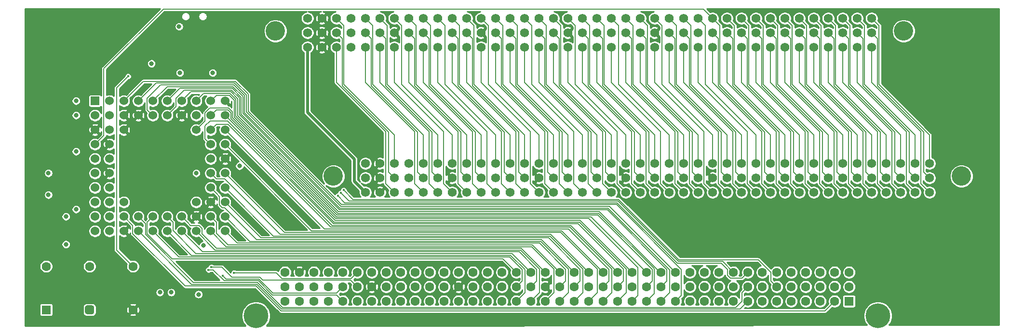
<source format=gbr>
%TF.GenerationSoftware,KiCad,Pcbnew,5.1.9+dfsg1-1~bpo10+1*%
%TF.CreationDate,2024-04-11T15:53:54+02:00*%
%TF.ProjectId,IIsiPDSAdapter,49497369-5044-4534-9164-61707465722e,rev?*%
%TF.SameCoordinates,Original*%
%TF.FileFunction,Copper,L4,Bot*%
%TF.FilePolarity,Positive*%
%FSLAX46Y46*%
G04 Gerber Fmt 4.6, Leading zero omitted, Abs format (unit mm)*
G04 Created by KiCad (PCBNEW 5.1.9+dfsg1-1~bpo10+1) date 2024-04-11 15:53:54*
%MOMM*%
%LPD*%
G01*
G04 APERTURE LIST*
%TA.AperFunction,ComponentPad*%
%ADD10C,3.403600*%
%TD*%
%TA.AperFunction,ComponentPad*%
%ADD11C,1.574800*%
%TD*%
%TA.AperFunction,ComponentPad*%
%ADD12C,1.600000*%
%TD*%
%TA.AperFunction,ComponentPad*%
%ADD13R,1.600000X1.600000*%
%TD*%
%TA.AperFunction,ComponentPad*%
%ADD14C,1.524000*%
%TD*%
%TA.AperFunction,ComponentPad*%
%ADD15R,1.524000X1.524000*%
%TD*%
%TA.AperFunction,ComponentPad*%
%ADD16C,4.335000*%
%TD*%
%TA.AperFunction,ComponentPad*%
%ADD17C,1.605000*%
%TD*%
%TA.AperFunction,ComponentPad*%
%ADD18R,1.605000X1.605000*%
%TD*%
%TA.AperFunction,ViaPad*%
%ADD19C,0.800000*%
%TD*%
%TA.AperFunction,ViaPad*%
%ADD20C,0.450000*%
%TD*%
%TA.AperFunction,Conductor*%
%ADD21C,0.508000*%
%TD*%
%TA.AperFunction,Conductor*%
%ADD22C,0.152400*%
%TD*%
%TA.AperFunction,Conductor*%
%ADD23C,0.203200*%
%TD*%
%TA.AperFunction,Conductor*%
%ADD24C,0.254000*%
%TD*%
%TA.AperFunction,Conductor*%
%ADD25C,0.100000*%
%TD*%
G04 APERTURE END LIST*
D10*
%TO.P,J4,122*%
%TO.N,N/C*%
X219746100Y-128035200D03*
%TO.P,J4,121*%
X109433900Y-128035200D03*
D11*
%TO.P,J4,C40*%
%TO.N,+12V*%
X115060000Y-130880000D03*
%TO.P,J4,C39*%
%TO.N,GND*%
X117600000Y-130880000D03*
%TO.P,J4,C38*%
%TO.N,C16M*%
X120140000Y-130880000D03*
%TO.P,J4,C37*%
%TO.N,+5V*%
X122680000Y-130880000D03*
%TO.P,J4,C36*%
%TO.N,A0*%
X125220000Y-130880000D03*
%TO.P,J4,C35*%
%TO.N,A3*%
X127760000Y-130880000D03*
%TO.P,J4,C34*%
%TO.N,A6*%
X130300000Y-130880000D03*
%TO.P,J4,C33*%
%TO.N,A8*%
X132840000Y-130880000D03*
%TO.P,J4,C32*%
%TO.N,A11*%
X135380000Y-130880000D03*
%TO.P,J4,C31*%
%TO.N,A14*%
X137920000Y-130880000D03*
%TO.P,J4,C30*%
%TO.N,A16*%
X140460000Y-130880000D03*
%TO.P,J4,C29*%
%TO.N,A19*%
X143000000Y-130880000D03*
%TO.P,J4,C28*%
%TO.N,A22*%
X145540000Y-130880000D03*
%TO.P,J4,C27*%
%TO.N,A24*%
X148080000Y-130880000D03*
%TO.P,J4,C26*%
%TO.N,A27*%
X150620000Y-130880000D03*
%TO.P,J4,C25*%
%TO.N,A30*%
X153160000Y-130880000D03*
%TO.P,J4,C24*%
%TO.N,D31*%
X155700000Y-130880000D03*
%TO.P,J4,C23*%
%TO.N,D28*%
X158240000Y-130880000D03*
%TO.P,J4,C22*%
%TO.N,D25*%
X160780000Y-130880000D03*
%TO.P,J4,C21*%
%TO.N,D23*%
X163320000Y-130880000D03*
%TO.P,J4,C20*%
%TO.N,D20*%
X165860000Y-130880000D03*
%TO.P,J4,C19*%
%TO.N,D17*%
X168400000Y-130880000D03*
%TO.P,J4,C18*%
%TO.N,D15*%
X170940000Y-130880000D03*
%TO.P,J4,C17*%
%TO.N,D12*%
X173480000Y-130880000D03*
%TO.P,J4,C16*%
%TO.N,D9*%
X176020000Y-130880000D03*
%TO.P,J4,C15*%
%TO.N,D7*%
X178560000Y-130880000D03*
%TO.P,J4,C14*%
%TO.N,D4*%
X181100000Y-130880000D03*
%TO.P,J4,C13*%
%TO.N,D1*%
X183640000Y-130880000D03*
%TO.P,J4,C12*%
%TO.N,~HALT*%
X186180000Y-130880000D03*
%TO.P,J4,C11*%
%TO.N,FC0*%
X188720000Y-130880000D03*
%TO.P,J4,C10*%
%TO.N,~BR*%
X191260000Y-130880000D03*
%TO.P,J4,C9*%
%TO.N,~AS*%
X193800000Y-130880000D03*
%TO.P,J4,C8*%
%TO.N,~RW*%
X196340000Y-130880000D03*
%TO.P,J4,C7*%
%TO.N,~CBREQ*%
X198880000Y-130880000D03*
%TO.P,J4,C6*%
%TO.N,RMC*%
X201420000Y-130880000D03*
%TO.P,J4,C5*%
%TO.N,IPL0*%
X203960000Y-130880000D03*
%TO.P,J4,C4*%
%TO.N,~IRQ1*%
X206500000Y-130880000D03*
%TO.P,J4,C3*%
%TO.N,~TM0A*%
X209040000Y-130880000D03*
%TO.P,J4,C2*%
%TO.N,~NUBUS*%
X211580000Y-130880000D03*
%TO.P,J4,C1*%
%TO.N,~PFW*%
X214120000Y-130880000D03*
%TO.P,J4,B40*%
%TO.N,-5V*%
X115060000Y-128340000D03*
%TO.P,J4,B39*%
%TO.N,GND*%
X117600000Y-128340000D03*
%TO.P,J4,B38*%
%TO.N,ECLK*%
X120140000Y-128340000D03*
%TO.P,J4,B37*%
%TO.N,+5V*%
X122680000Y-128340000D03*
%TO.P,J4,B36*%
%TO.N,A1*%
X125220000Y-128340000D03*
%TO.P,J4,B35*%
%TO.N,A4*%
X127760000Y-128340000D03*
%TO.P,J4,B34*%
%TO.N,GND*%
X130300000Y-128340000D03*
%TO.P,J4,B33*%
%TO.N,A9*%
X132840000Y-128340000D03*
%TO.P,J4,B32*%
%TO.N,A12*%
X135380000Y-128340000D03*
%TO.P,J4,B31*%
%TO.N,+5V*%
X137920000Y-128340000D03*
%TO.P,J4,B30*%
%TO.N,A17*%
X140460000Y-128340000D03*
%TO.P,J4,B29*%
%TO.N,A20*%
X143000000Y-128340000D03*
%TO.P,J4,B28*%
%TO.N,GND*%
X145540000Y-128340000D03*
%TO.P,J4,B27*%
%TO.N,A25*%
X148080000Y-128340000D03*
%TO.P,J4,B26*%
%TO.N,A28*%
X150620000Y-128340000D03*
%TO.P,J4,B25*%
%TO.N,+5V*%
X153160000Y-128340000D03*
%TO.P,J4,B24*%
%TO.N,D30*%
X155700000Y-128340000D03*
%TO.P,J4,B23*%
%TO.N,D27*%
X158240000Y-128340000D03*
%TO.P,J4,B22*%
%TO.N,GND*%
X160780000Y-128340000D03*
%TO.P,J4,B21*%
%TO.N,D22*%
X163320000Y-128340000D03*
%TO.P,J4,B20*%
%TO.N,D19*%
X165860000Y-128340000D03*
%TO.P,J4,B19*%
%TO.N,+5V*%
X168400000Y-128340000D03*
%TO.P,J4,B18*%
%TO.N,D14*%
X170940000Y-128340000D03*
%TO.P,J4,B17*%
%TO.N,D11*%
X173480000Y-128340000D03*
%TO.P,J4,B16*%
%TO.N,GND*%
X176020000Y-128340000D03*
%TO.P,J4,B15*%
%TO.N,D6*%
X178560000Y-128340000D03*
%TO.P,J4,B14*%
%TO.N,D3*%
X181100000Y-128340000D03*
%TO.P,J4,B13*%
%TO.N,+5V*%
X183640000Y-128340000D03*
%TO.P,J4,B12*%
%TO.N,~BERR*%
X186180000Y-128340000D03*
%TO.P,J4,B11*%
%TO.N,FC1*%
X188720000Y-128340000D03*
%TO.P,J4,B10*%
%TO.N,~BG*%
X191260000Y-128340000D03*
%TO.P,J4,B9*%
%TO.N,SIZ0*%
X193800000Y-128340000D03*
%TO.P,J4,B8*%
%TO.N,~DSACK0*%
X196340000Y-128340000D03*
%TO.P,J4,B7*%
%TO.N,~CBACK*%
X198880000Y-128340000D03*
%TO.P,J4,B6*%
%TO.N,~DS*%
X201420000Y-128340000D03*
%TO.P,J4,B5*%
%TO.N,IPL1*%
X203960000Y-128340000D03*
%TO.P,J4,B4*%
%TO.N,~IRQ2*%
X206500000Y-128340000D03*
%TO.P,J4,B3*%
%TO.N,~TM1A*%
X209040000Y-128340000D03*
%TO.P,J4,B2*%
%TO.N,CACHE*%
X211580000Y-128340000D03*
%TO.P,J4,B1*%
%TO.N,C40M*%
X214120000Y-128340000D03*
%TO.P,J4,A40*%
%TO.N,-12V*%
X115060000Y-125800000D03*
%TO.P,J4,A39*%
%TO.N,GND*%
X117600000Y-125800000D03*
%TO.P,J4,A38*%
%TO.N,CPUCLK*%
X120140000Y-125800000D03*
%TO.P,J4,A37*%
%TO.N,+5V*%
X122680000Y-125800000D03*
%TO.P,J4,A36*%
%TO.N,A2*%
X125220000Y-125800000D03*
%TO.P,J4,A35*%
%TO.N,A5*%
X127760000Y-125800000D03*
%TO.P,J4,A34*%
%TO.N,A7*%
X130300000Y-125800000D03*
%TO.P,J4,A33*%
%TO.N,A10*%
X132840000Y-125800000D03*
%TO.P,J4,A32*%
%TO.N,A13*%
X135380000Y-125800000D03*
%TO.P,J4,A31*%
%TO.N,A15*%
X137920000Y-125800000D03*
%TO.P,J4,A30*%
%TO.N,A18*%
X140460000Y-125800000D03*
%TO.P,J4,A29*%
%TO.N,A21*%
X143000000Y-125800000D03*
%TO.P,J4,A28*%
%TO.N,A23*%
X145540000Y-125800000D03*
%TO.P,J4,A27*%
%TO.N,A26*%
X148080000Y-125800000D03*
%TO.P,J4,A26*%
%TO.N,A29*%
X150620000Y-125800000D03*
%TO.P,J4,A25*%
%TO.N,A31*%
X153160000Y-125800000D03*
%TO.P,J4,A24*%
%TO.N,D29*%
X155700000Y-125800000D03*
%TO.P,J4,A23*%
%TO.N,D26*%
X158240000Y-125800000D03*
%TO.P,J4,A22*%
%TO.N,D24*%
X160780000Y-125800000D03*
%TO.P,J4,A21*%
%TO.N,D21*%
X163320000Y-125800000D03*
%TO.P,J4,A20*%
%TO.N,D18*%
X165860000Y-125800000D03*
%TO.P,J4,A19*%
%TO.N,D16*%
X168400000Y-125800000D03*
%TO.P,J4,A18*%
%TO.N,D13*%
X170940000Y-125800000D03*
%TO.P,J4,A17*%
%TO.N,D10*%
X173480000Y-125800000D03*
%TO.P,J4,A16*%
%TO.N,D8*%
X176020000Y-125800000D03*
%TO.P,J4,A15*%
%TO.N,D5*%
X178560000Y-125800000D03*
%TO.P,J4,A14*%
%TO.N,D2*%
X181100000Y-125800000D03*
%TO.P,J4,A13*%
%TO.N,D0*%
X183640000Y-125800000D03*
%TO.P,J4,A12*%
%TO.N,~RESET*%
X186180000Y-125800000D03*
%TO.P,J4,A11*%
%TO.N,FC2*%
X188720000Y-125800000D03*
%TO.P,J4,A10*%
%TO.N,~BGACK*%
X191260000Y-125800000D03*
%TO.P,J4,A9*%
%TO.N,SIZ1*%
X193800000Y-125800000D03*
%TO.P,J4,A8*%
%TO.N,~DSACK1*%
X196340000Y-125800000D03*
%TO.P,J4,A7*%
%TO.N,~STERM*%
X198880000Y-125800000D03*
%TO.P,J4,A6*%
%TO.N,~CIOUT*%
X201420000Y-125800000D03*
%TO.P,J4,A5*%
%TO.N,IPL2*%
X203960000Y-125800000D03*
%TO.P,J4,A4*%
%TO.N,~IRQ3*%
X206500000Y-125800000D03*
%TO.P,J4,A3*%
%TO.N,~BUSLOCk*%
X209040000Y-125800000D03*
%TO.P,J4,A2*%
%TO.N,~FPU*%
X211580000Y-125800000D03*
%TO.P,J4,A1*%
%TO.N,~RBV*%
X214120000Y-125800000D03*
%TD*%
%TO.P,X1,EN1*%
%TO.N,N/C*%
%TA.AperFunction,ComponentPad*%
G36*
G01*
X65820000Y-151900000D02*
X65820000Y-151100000D01*
G75*
G02*
X66220000Y-150700000I400000J0D01*
G01*
X67020000Y-150700000D01*
G75*
G02*
X67420000Y-151100000I0J-400000D01*
G01*
X67420000Y-151900000D01*
G75*
G02*
X67020000Y-152300000I-400000J0D01*
G01*
X66220000Y-152300000D01*
G75*
G02*
X65820000Y-151900000I0J400000D01*
G01*
G37*
%TD.AperFunction*%
D12*
%TO.P,X1,Vcc*%
%TO.N,+5V*%
X66620000Y-143880000D03*
%TO.P,X1,GND*%
%TO.N,GND*%
X74240000Y-151500000D03*
%TO.P,X1,OUT*%
%TO.N,CLK_32_000*%
X74240000Y-143880000D03*
%TO.P,X1,Vcc*%
%TO.N,+5V*%
X59000000Y-143880000D03*
D13*
%TO.P,X1,EN2*%
%TO.N,N/C*%
X59000000Y-151500000D03*
%TD*%
D14*
%TO.P,J2,A10*%
%TO.N,GND*%
X90430000Y-114820000D03*
%TO.P,J2,A9*%
%TO.N,D8*%
X87890000Y-114820000D03*
%TO.P,J2,A8*%
%TO.N,D7*%
X85350000Y-114820000D03*
%TO.P,J2,A7*%
%TO.N,D6*%
X82810000Y-114820000D03*
%TO.P,J2,A6*%
%TO.N,D4*%
X80270000Y-114820000D03*
%TO.P,J2,A5*%
%TO.N,D3*%
X77730000Y-114820000D03*
%TO.P,J2,A4*%
%TO.N,D1*%
X75190000Y-114820000D03*
%TO.P,J2,A3*%
%TO.N,D0*%
X72650000Y-114820000D03*
%TO.P,J2,A2*%
%TO.N,GND*%
X70110000Y-114820000D03*
D15*
%TO.P,J2,A1*%
%TO.N,+5V*%
X67570000Y-114820000D03*
D14*
%TO.P,J2,B10*%
%TO.N,D11*%
X90430000Y-117360000D03*
%TO.P,J2,B9*%
%TO.N,D10*%
X87890000Y-117360000D03*
%TO.P,J2,B8*%
%TO.N,+5V*%
X85350000Y-117360000D03*
%TO.P,J2,B7*%
%TO.N,GND*%
X82810000Y-117360000D03*
%TO.P,J2,B6*%
%TO.N,D5*%
X80270000Y-117360000D03*
%TO.P,J2,B5*%
%TO.N,D2*%
X77730000Y-117360000D03*
%TO.P,J2,B4*%
%TO.N,GND*%
X75190000Y-117360000D03*
%TO.P,J2,B3*%
X72650000Y-117360000D03*
%TO.P,J2,B2*%
X70110000Y-117360000D03*
%TO.P,J2,B1*%
%TO.N,+5V*%
X67570000Y-117360000D03*
%TO.P,J2,C10*%
%TO.N,D14*%
X90430000Y-119900000D03*
%TO.P,J2,C9*%
%TO.N,D13*%
X87890000Y-119900000D03*
%TO.P,J2,C8*%
%TO.N,D9*%
X85350000Y-119900000D03*
%TO.P,J2,C3*%
%TO.N,GND*%
X72650000Y-119900000D03*
%TO.P,J2,C2*%
%TO.N,FPUCLK*%
X70110000Y-119900000D03*
%TO.P,J2,C1*%
%TO.N,GND*%
X67570000Y-119900000D03*
%TO.P,J2,D10*%
%TO.N,D15*%
X90430000Y-122440000D03*
%TO.P,J2,D9*%
%TO.N,D12*%
X87890000Y-122440000D03*
%TO.P,J2,D2*%
%TO.N,GND*%
X70110000Y-122440000D03*
%TO.P,J2,D1*%
%TO.N,~RESET*%
X67570000Y-122440000D03*
%TO.P,J2,E10*%
%TO.N,GND*%
X90430000Y-124980000D03*
%TO.P,J2,E9*%
%TO.N,+5V*%
X87890000Y-124980000D03*
%TO.P,J2,E2*%
X70110000Y-124980000D03*
%TO.P,J2,E1*%
%TO.N,N/C*%
X67570000Y-124980000D03*
%TO.P,J2,F10*%
%TO.N,D16*%
X90430000Y-127520000D03*
%TO.P,J2,F9*%
%TO.N,D17*%
X87890000Y-127520000D03*
%TO.P,J2,F2*%
%TO.N,GND*%
X70110000Y-127520000D03*
%TO.P,J2,F1*%
%TO.N,Net-(J2-PadF1)*%
X67570000Y-127520000D03*
%TO.P,J2,G10*%
%TO.N,D18*%
X90430000Y-130060000D03*
%TO.P,J2,G9*%
%TO.N,D20*%
X87890000Y-130060000D03*
%TO.P,J2,G2*%
%TO.N,A4*%
X70110000Y-130060000D03*
%TO.P,J2,G1*%
%TO.N,~DS*%
X67570000Y-130060000D03*
%TO.P,J2,H10*%
%TO.N,D19*%
X90430000Y-132600000D03*
%TO.P,J2,H9*%
%TO.N,GND*%
X87890000Y-132600000D03*
%TO.P,J2,H8*%
%TO.N,+5V*%
X85350000Y-132600000D03*
%TO.P,J2,H3*%
%TO.N,Net-(J2-PadH3)*%
X72650000Y-132600000D03*
%TO.P,J2,H2*%
%TO.N,A2*%
X70110000Y-132600000D03*
%TO.P,J2,H1*%
%TO.N,~AS*%
X67570000Y-132600000D03*
%TO.P,J2,J10*%
%TO.N,D21*%
X90430000Y-135140000D03*
%TO.P,J2,J9*%
%TO.N,D23*%
X87890000Y-135140000D03*
%TO.P,J2,J8*%
%TO.N,GND*%
X85350000Y-135140000D03*
%TO.P,J2,J7*%
%TO.N,D25*%
X82810000Y-135140000D03*
%TO.P,J2,J6*%
%TO.N,D28*%
X80270000Y-135140000D03*
%TO.P,J2,J5*%
%TO.N,D31*%
X77730000Y-135140000D03*
%TO.P,J2,J4*%
%TO.N,~DSACK0*%
X75190000Y-135140000D03*
%TO.P,J2,J3*%
%TO.N,~FPU*%
X72650000Y-135140000D03*
%TO.P,J2,J2*%
%TO.N,+5V*%
X70110000Y-135140000D03*
%TO.P,J2,J1*%
%TO.N,A3*%
X67570000Y-135140000D03*
%TO.P,J2,K10*%
%TO.N,D22*%
X90430000Y-137680000D03*
%TO.P,J2,K9*%
%TO.N,D24*%
X87890000Y-137680000D03*
%TO.P,J2,K8*%
%TO.N,D26*%
X85350000Y-137680000D03*
%TO.P,J2,K7*%
%TO.N,D27*%
X82810000Y-137680000D03*
%TO.P,J2,K6*%
%TO.N,D29*%
X80270000Y-137680000D03*
%TO.P,J2,K5*%
%TO.N,D30*%
X77730000Y-137680000D03*
%TO.P,J2,K4*%
%TO.N,~DSACK1*%
X75190000Y-137680000D03*
%TO.P,J2,K3*%
%TO.N,GND*%
X72650000Y-137680000D03*
%TO.P,J2,K2*%
%TO.N,~RW*%
X70110000Y-137680000D03*
%TO.P,J2,K1*%
%TO.N,A1*%
X67570000Y-137680000D03*
%TD*%
D16*
%TO.P,J1,MH2*%
%TO.N,N/C*%
X95860000Y-152540000D03*
%TO.P,J1,MH1*%
X205080000Y-152540000D03*
D17*
%TO.P,J1,C40*%
%TO.N,+12V*%
X100940000Y-144920000D03*
%TO.P,J1,C39*%
%TO.N,GND*%
X103480000Y-144920000D03*
%TO.P,J1,C38*%
%TO.N,C16M*%
X106020000Y-144920000D03*
%TO.P,J1,C37*%
%TO.N,+5V*%
X108560000Y-144920000D03*
%TO.P,J1,C36*%
%TO.N,A0*%
X111100000Y-144920000D03*
%TO.P,J1,C35*%
%TO.N,A3*%
X113640000Y-144920000D03*
%TO.P,J1,C34*%
%TO.N,A6*%
X116180000Y-144920000D03*
%TO.P,J1,C33*%
%TO.N,A8*%
X118720000Y-144920000D03*
%TO.P,J1,C32*%
%TO.N,A11*%
X121260000Y-144920000D03*
%TO.P,J1,C31*%
%TO.N,A14*%
X123800000Y-144920000D03*
%TO.P,J1,C30*%
%TO.N,A16*%
X126340000Y-144920000D03*
%TO.P,J1,C29*%
%TO.N,A19*%
X128880000Y-144920000D03*
%TO.P,J1,C28*%
%TO.N,A22*%
X131420000Y-144920000D03*
%TO.P,J1,C27*%
%TO.N,A24*%
X133960000Y-144920000D03*
%TO.P,J1,C26*%
%TO.N,A27*%
X136500000Y-144920000D03*
%TO.P,J1,C25*%
%TO.N,A30*%
X139040000Y-144920000D03*
%TO.P,J1,C24*%
%TO.N,D31*%
X141580000Y-144920000D03*
%TO.P,J1,C23*%
%TO.N,D28*%
X144120000Y-144920000D03*
%TO.P,J1,C22*%
%TO.N,D25*%
X146660000Y-144920000D03*
%TO.P,J1,C21*%
%TO.N,D23*%
X149200000Y-144920000D03*
%TO.P,J1,C20*%
%TO.N,D20*%
X151740000Y-144920000D03*
%TO.P,J1,C19*%
%TO.N,D17*%
X154280000Y-144920000D03*
%TO.P,J1,C18*%
%TO.N,D15*%
X156820000Y-144920000D03*
%TO.P,J1,C17*%
%TO.N,D12*%
X159360000Y-144920000D03*
%TO.P,J1,C16*%
%TO.N,D9*%
X161900000Y-144920000D03*
%TO.P,J1,C15*%
%TO.N,D7*%
X164440000Y-144920000D03*
%TO.P,J1,C14*%
%TO.N,D4*%
X166980000Y-144920000D03*
%TO.P,J1,C13*%
%TO.N,D1*%
X169520000Y-144920000D03*
%TO.P,J1,C12*%
%TO.N,~HALT*%
X172060000Y-144920000D03*
%TO.P,J1,C11*%
%TO.N,FC0*%
X174600000Y-144920000D03*
%TO.P,J1,C10*%
%TO.N,~BR*%
X177140000Y-144920000D03*
%TO.P,J1,C9*%
%TO.N,~AS*%
X179680000Y-144920000D03*
%TO.P,J1,C8*%
%TO.N,~RW*%
X182220000Y-144920000D03*
%TO.P,J1,C7*%
%TO.N,~CBREQ*%
X184760000Y-144920000D03*
%TO.P,J1,C6*%
%TO.N,RMC*%
X187300000Y-144920000D03*
%TO.P,J1,C5*%
%TO.N,IPL0*%
X189840000Y-144920000D03*
%TO.P,J1,C4*%
%TO.N,~IRQ1*%
X192380000Y-144920000D03*
%TO.P,J1,C3*%
%TO.N,~TM0A*%
X194920000Y-144920000D03*
%TO.P,J1,C2*%
%TO.N,~NUBUS*%
X197460000Y-144920000D03*
%TO.P,J1,C1*%
%TO.N,~PFW*%
X200000000Y-144920000D03*
%TO.P,J1,B40*%
%TO.N,-5V*%
X100940000Y-147460000D03*
%TO.P,J1,B39*%
%TO.N,GND*%
X103480000Y-147460000D03*
%TO.P,J1,B38*%
%TO.N,ECLK*%
X106020000Y-147460000D03*
%TO.P,J1,B37*%
%TO.N,+5V*%
X108560000Y-147460000D03*
%TO.P,J1,B36*%
%TO.N,A1*%
X111100000Y-147460000D03*
%TO.P,J1,B35*%
%TO.N,A4*%
X113640000Y-147460000D03*
%TO.P,J1,B34*%
%TO.N,GND*%
X116180000Y-147460000D03*
%TO.P,J1,B33*%
%TO.N,A9*%
X118720000Y-147460000D03*
%TO.P,J1,B32*%
%TO.N,A12*%
X121260000Y-147460000D03*
%TO.P,J1,B31*%
%TO.N,+5V*%
X123800000Y-147460000D03*
%TO.P,J1,B30*%
%TO.N,A17*%
X126340000Y-147460000D03*
%TO.P,J1,B29*%
%TO.N,A20*%
X128880000Y-147460000D03*
%TO.P,J1,B28*%
%TO.N,GND*%
X131420000Y-147460000D03*
%TO.P,J1,B27*%
%TO.N,A25*%
X133960000Y-147460000D03*
%TO.P,J1,B26*%
%TO.N,A28*%
X136500000Y-147460000D03*
%TO.P,J1,B25*%
%TO.N,+5V*%
X139040000Y-147460000D03*
%TO.P,J1,B24*%
%TO.N,D30*%
X141580000Y-147460000D03*
%TO.P,J1,B23*%
%TO.N,D27*%
X144120000Y-147460000D03*
%TO.P,J1,B22*%
%TO.N,GND*%
X146660000Y-147460000D03*
%TO.P,J1,B21*%
%TO.N,D22*%
X149200000Y-147460000D03*
%TO.P,J1,B20*%
%TO.N,D19*%
X151740000Y-147460000D03*
%TO.P,J1,B19*%
%TO.N,+5V*%
X154280000Y-147460000D03*
%TO.P,J1,B18*%
%TO.N,D14*%
X156820000Y-147460000D03*
%TO.P,J1,B17*%
%TO.N,D11*%
X159360000Y-147460000D03*
%TO.P,J1,B16*%
%TO.N,GND*%
X161900000Y-147460000D03*
%TO.P,J1,B15*%
%TO.N,D6*%
X164440000Y-147460000D03*
%TO.P,J1,B14*%
%TO.N,D3*%
X166980000Y-147460000D03*
%TO.P,J1,B13*%
%TO.N,+5V*%
X169520000Y-147460000D03*
%TO.P,J1,B12*%
%TO.N,~BERR*%
X172060000Y-147460000D03*
%TO.P,J1,B11*%
%TO.N,FC1*%
X174600000Y-147460000D03*
%TO.P,J1,B10*%
%TO.N,~BG*%
X177140000Y-147460000D03*
%TO.P,J1,B9*%
%TO.N,SIZ0*%
X179680000Y-147460000D03*
%TO.P,J1,B8*%
%TO.N,~DSACK0*%
X182220000Y-147460000D03*
%TO.P,J1,B7*%
%TO.N,~CBACK*%
X184760000Y-147460000D03*
%TO.P,J1,B6*%
%TO.N,~DS*%
X187300000Y-147460000D03*
%TO.P,J1,B5*%
%TO.N,IPL1*%
X189840000Y-147460000D03*
%TO.P,J1,B4*%
%TO.N,~IRQ2*%
X192380000Y-147460000D03*
%TO.P,J1,B3*%
%TO.N,~TM1A*%
X194920000Y-147460000D03*
%TO.P,J1,B2*%
%TO.N,CACHE*%
X197460000Y-147460000D03*
%TO.P,J1,B1*%
%TO.N,C40M*%
X200000000Y-147460000D03*
%TO.P,J1,A40*%
%TO.N,-12V*%
X100940000Y-150000000D03*
%TO.P,J1,A39*%
%TO.N,GND*%
X103480000Y-150000000D03*
%TO.P,J1,A38*%
%TO.N,CPUCLK*%
X106020000Y-150000000D03*
%TO.P,J1,A37*%
%TO.N,+5V*%
X108560000Y-150000000D03*
%TO.P,J1,A36*%
%TO.N,A2*%
X111100000Y-150000000D03*
%TO.P,J1,A35*%
%TO.N,A5*%
X113640000Y-150000000D03*
%TO.P,J1,A34*%
%TO.N,A7*%
X116180000Y-150000000D03*
%TO.P,J1,A33*%
%TO.N,A10*%
X118720000Y-150000000D03*
%TO.P,J1,A32*%
%TO.N,A13*%
X121260000Y-150000000D03*
%TO.P,J1,A31*%
%TO.N,A15*%
X123800000Y-150000000D03*
%TO.P,J1,A30*%
%TO.N,A18*%
X126340000Y-150000000D03*
%TO.P,J1,A29*%
%TO.N,A21*%
X128880000Y-150000000D03*
%TO.P,J1,A28*%
%TO.N,A23*%
X131420000Y-150000000D03*
%TO.P,J1,A27*%
%TO.N,A26*%
X133960000Y-150000000D03*
%TO.P,J1,A26*%
%TO.N,A29*%
X136500000Y-150000000D03*
%TO.P,J1,A25*%
%TO.N,A31*%
X139040000Y-150000000D03*
%TO.P,J1,A24*%
%TO.N,D29*%
X141580000Y-150000000D03*
%TO.P,J1,A23*%
%TO.N,D26*%
X144120000Y-150000000D03*
%TO.P,J1,A22*%
%TO.N,D24*%
X146660000Y-150000000D03*
%TO.P,J1,A21*%
%TO.N,D21*%
X149200000Y-150000000D03*
%TO.P,J1,A20*%
%TO.N,D18*%
X151740000Y-150000000D03*
%TO.P,J1,A19*%
%TO.N,D16*%
X154280000Y-150000000D03*
%TO.P,J1,A18*%
%TO.N,D13*%
X156820000Y-150000000D03*
%TO.P,J1,A17*%
%TO.N,D10*%
X159360000Y-150000000D03*
%TO.P,J1,A16*%
%TO.N,D8*%
X161900000Y-150000000D03*
%TO.P,J1,A15*%
%TO.N,D5*%
X164440000Y-150000000D03*
%TO.P,J1,A14*%
%TO.N,D2*%
X166980000Y-150000000D03*
%TO.P,J1,A13*%
%TO.N,D0*%
X169520000Y-150000000D03*
%TO.P,J1,A12*%
%TO.N,~RESET*%
X172060000Y-150000000D03*
%TO.P,J1,A11*%
%TO.N,FC2*%
X174600000Y-150000000D03*
%TO.P,J1,A10*%
%TO.N,~BGACK*%
X177140000Y-150000000D03*
%TO.P,J1,A9*%
%TO.N,SIZ1*%
X179680000Y-150000000D03*
%TO.P,J1,A8*%
%TO.N,~DSACK1*%
X182220000Y-150000000D03*
%TO.P,J1,A7*%
%TO.N,~STERM*%
X184760000Y-150000000D03*
%TO.P,J1,A6*%
%TO.N,~CIOUT*%
X187300000Y-150000000D03*
%TO.P,J1,A5*%
%TO.N,IPL2*%
X189840000Y-150000000D03*
%TO.P,J1,A4*%
%TO.N,~IRQ3*%
X192380000Y-150000000D03*
%TO.P,J1,A3*%
%TO.N,~BUSLOCk*%
X194920000Y-150000000D03*
%TO.P,J1,A2*%
%TO.N,~FPU*%
X197460000Y-150000000D03*
D18*
%TO.P,J1,A1*%
%TO.N,~RBV*%
X200000000Y-150000000D03*
%TD*%
D10*
%TO.P,J3,122*%
%TO.N,N/C*%
X209576100Y-102535200D03*
%TO.P,J3,121*%
X99263900Y-102535200D03*
D11*
%TO.P,J3,C40*%
%TO.N,+12V*%
X104890000Y-105380000D03*
%TO.P,J3,C39*%
%TO.N,GND*%
X107430000Y-105380000D03*
%TO.P,J3,C38*%
%TO.N,C16M*%
X109970000Y-105380000D03*
%TO.P,J3,C37*%
%TO.N,+5V*%
X112510000Y-105380000D03*
%TO.P,J3,C36*%
%TO.N,A0*%
X115050000Y-105380000D03*
%TO.P,J3,C35*%
%TO.N,A3*%
X117590000Y-105380000D03*
%TO.P,J3,C34*%
%TO.N,A6*%
X120130000Y-105380000D03*
%TO.P,J3,C33*%
%TO.N,A8*%
X122670000Y-105380000D03*
%TO.P,J3,C32*%
%TO.N,A11*%
X125210000Y-105380000D03*
%TO.P,J3,C31*%
%TO.N,A14*%
X127750000Y-105380000D03*
%TO.P,J3,C30*%
%TO.N,A16*%
X130290000Y-105380000D03*
%TO.P,J3,C29*%
%TO.N,A19*%
X132830000Y-105380000D03*
%TO.P,J3,C28*%
%TO.N,A22*%
X135370000Y-105380000D03*
%TO.P,J3,C27*%
%TO.N,A24*%
X137910000Y-105380000D03*
%TO.P,J3,C26*%
%TO.N,A27*%
X140450000Y-105380000D03*
%TO.P,J3,C25*%
%TO.N,A30*%
X142990000Y-105380000D03*
%TO.P,J3,C24*%
%TO.N,D31*%
X145530000Y-105380000D03*
%TO.P,J3,C23*%
%TO.N,D28*%
X148070000Y-105380000D03*
%TO.P,J3,C22*%
%TO.N,D25*%
X150610000Y-105380000D03*
%TO.P,J3,C21*%
%TO.N,D23*%
X153150000Y-105380000D03*
%TO.P,J3,C20*%
%TO.N,D20*%
X155690000Y-105380000D03*
%TO.P,J3,C19*%
%TO.N,D17*%
X158230000Y-105380000D03*
%TO.P,J3,C18*%
%TO.N,D15*%
X160770000Y-105380000D03*
%TO.P,J3,C17*%
%TO.N,D12*%
X163310000Y-105380000D03*
%TO.P,J3,C16*%
%TO.N,D9*%
X165850000Y-105380000D03*
%TO.P,J3,C15*%
%TO.N,D7*%
X168390000Y-105380000D03*
%TO.P,J3,C14*%
%TO.N,D4*%
X170930000Y-105380000D03*
%TO.P,J3,C13*%
%TO.N,D1*%
X173470000Y-105380000D03*
%TO.P,J3,C12*%
%TO.N,~HALT*%
X176010000Y-105380000D03*
%TO.P,J3,C11*%
%TO.N,FC0*%
X178550000Y-105380000D03*
%TO.P,J3,C10*%
%TO.N,~BR*%
X181090000Y-105380000D03*
%TO.P,J3,C9*%
%TO.N,~AS*%
X183630000Y-105380000D03*
%TO.P,J3,C8*%
%TO.N,~RW*%
X186170000Y-105380000D03*
%TO.P,J3,C7*%
%TO.N,~CBREQ*%
X188710000Y-105380000D03*
%TO.P,J3,C6*%
%TO.N,RMC*%
X191250000Y-105380000D03*
%TO.P,J3,C5*%
%TO.N,IPL0*%
X193790000Y-105380000D03*
%TO.P,J3,C4*%
%TO.N,~IRQ1*%
X196330000Y-105380000D03*
%TO.P,J3,C3*%
%TO.N,~TM0A*%
X198870000Y-105380000D03*
%TO.P,J3,C2*%
%TO.N,~NUBUS*%
X201410000Y-105380000D03*
%TO.P,J3,C1*%
%TO.N,~PFW*%
X203950000Y-105380000D03*
%TO.P,J3,B40*%
%TO.N,-5V*%
X104890000Y-102840000D03*
%TO.P,J3,B39*%
%TO.N,GND*%
X107430000Y-102840000D03*
%TO.P,J3,B38*%
%TO.N,ECLK*%
X109970000Y-102840000D03*
%TO.P,J3,B37*%
%TO.N,+5V*%
X112510000Y-102840000D03*
%TO.P,J3,B36*%
%TO.N,A1*%
X115050000Y-102840000D03*
%TO.P,J3,B35*%
%TO.N,A4*%
X117590000Y-102840000D03*
%TO.P,J3,B34*%
%TO.N,GND*%
X120130000Y-102840000D03*
%TO.P,J3,B33*%
%TO.N,A9*%
X122670000Y-102840000D03*
%TO.P,J3,B32*%
%TO.N,A12*%
X125210000Y-102840000D03*
%TO.P,J3,B31*%
%TO.N,+5V*%
X127750000Y-102840000D03*
%TO.P,J3,B30*%
%TO.N,A17*%
X130290000Y-102840000D03*
%TO.P,J3,B29*%
%TO.N,A20*%
X132830000Y-102840000D03*
%TO.P,J3,B28*%
%TO.N,GND*%
X135370000Y-102840000D03*
%TO.P,J3,B27*%
%TO.N,A25*%
X137910000Y-102840000D03*
%TO.P,J3,B26*%
%TO.N,A28*%
X140450000Y-102840000D03*
%TO.P,J3,B25*%
%TO.N,+5V*%
X142990000Y-102840000D03*
%TO.P,J3,B24*%
%TO.N,D30*%
X145530000Y-102840000D03*
%TO.P,J3,B23*%
%TO.N,D27*%
X148070000Y-102840000D03*
%TO.P,J3,B22*%
%TO.N,GND*%
X150610000Y-102840000D03*
%TO.P,J3,B21*%
%TO.N,D22*%
X153150000Y-102840000D03*
%TO.P,J3,B20*%
%TO.N,D19*%
X155690000Y-102840000D03*
%TO.P,J3,B19*%
%TO.N,+5V*%
X158230000Y-102840000D03*
%TO.P,J3,B18*%
%TO.N,D14*%
X160770000Y-102840000D03*
%TO.P,J3,B17*%
%TO.N,D11*%
X163310000Y-102840000D03*
%TO.P,J3,B16*%
%TO.N,GND*%
X165850000Y-102840000D03*
%TO.P,J3,B15*%
%TO.N,D6*%
X168390000Y-102840000D03*
%TO.P,J3,B14*%
%TO.N,D3*%
X170930000Y-102840000D03*
%TO.P,J3,B13*%
%TO.N,+5V*%
X173470000Y-102840000D03*
%TO.P,J3,B12*%
%TO.N,~BERR*%
X176010000Y-102840000D03*
%TO.P,J3,B11*%
%TO.N,FC1*%
X178550000Y-102840000D03*
%TO.P,J3,B10*%
%TO.N,~BG*%
X181090000Y-102840000D03*
%TO.P,J3,B9*%
%TO.N,SIZ0*%
X183630000Y-102840000D03*
%TO.P,J3,B8*%
%TO.N,~DSACK0*%
X186170000Y-102840000D03*
%TO.P,J3,B7*%
%TO.N,~CBACK*%
X188710000Y-102840000D03*
%TO.P,J3,B6*%
%TO.N,~DS*%
X191250000Y-102840000D03*
%TO.P,J3,B5*%
%TO.N,IPL1*%
X193790000Y-102840000D03*
%TO.P,J3,B4*%
%TO.N,~IRQ2*%
X196330000Y-102840000D03*
%TO.P,J3,B3*%
%TO.N,~TM1A*%
X198870000Y-102840000D03*
%TO.P,J3,B2*%
%TO.N,CACHE*%
X201410000Y-102840000D03*
%TO.P,J3,B1*%
%TO.N,C40M*%
X203950000Y-102840000D03*
%TO.P,J3,A40*%
%TO.N,-12V*%
X104890000Y-100300000D03*
%TO.P,J3,A39*%
%TO.N,GND*%
X107430000Y-100300000D03*
%TO.P,J3,A38*%
%TO.N,CPUCLK*%
X109970000Y-100300000D03*
%TO.P,J3,A37*%
%TO.N,+5V*%
X112510000Y-100300000D03*
%TO.P,J3,A36*%
%TO.N,A2*%
X115050000Y-100300000D03*
%TO.P,J3,A35*%
%TO.N,A5*%
X117590000Y-100300000D03*
%TO.P,J3,A34*%
%TO.N,A7*%
X120130000Y-100300000D03*
%TO.P,J3,A33*%
%TO.N,A10*%
X122670000Y-100300000D03*
%TO.P,J3,A32*%
%TO.N,A13*%
X125210000Y-100300000D03*
%TO.P,J3,A31*%
%TO.N,A15*%
X127750000Y-100300000D03*
%TO.P,J3,A30*%
%TO.N,A18*%
X130290000Y-100300000D03*
%TO.P,J3,A29*%
%TO.N,A21*%
X132830000Y-100300000D03*
%TO.P,J3,A28*%
%TO.N,A23*%
X135370000Y-100300000D03*
%TO.P,J3,A27*%
%TO.N,A26*%
X137910000Y-100300000D03*
%TO.P,J3,A26*%
%TO.N,A29*%
X140450000Y-100300000D03*
%TO.P,J3,A25*%
%TO.N,A31*%
X142990000Y-100300000D03*
%TO.P,J3,A24*%
%TO.N,D29*%
X145530000Y-100300000D03*
%TO.P,J3,A23*%
%TO.N,D26*%
X148070000Y-100300000D03*
%TO.P,J3,A22*%
%TO.N,D24*%
X150610000Y-100300000D03*
%TO.P,J3,A21*%
%TO.N,D21*%
X153150000Y-100300000D03*
%TO.P,J3,A20*%
%TO.N,D18*%
X155690000Y-100300000D03*
%TO.P,J3,A19*%
%TO.N,D16*%
X158230000Y-100300000D03*
%TO.P,J3,A18*%
%TO.N,D13*%
X160770000Y-100300000D03*
%TO.P,J3,A17*%
%TO.N,D10*%
X163310000Y-100300000D03*
%TO.P,J3,A16*%
%TO.N,D8*%
X165850000Y-100300000D03*
%TO.P,J3,A15*%
%TO.N,D5*%
X168390000Y-100300000D03*
%TO.P,J3,A14*%
%TO.N,D2*%
X170930000Y-100300000D03*
%TO.P,J3,A13*%
%TO.N,D0*%
X173470000Y-100300000D03*
%TO.P,J3,A12*%
%TO.N,~RESET*%
X176010000Y-100300000D03*
%TO.P,J3,A11*%
%TO.N,FC2*%
X178550000Y-100300000D03*
%TO.P,J3,A10*%
%TO.N,~BGACK*%
X181090000Y-100300000D03*
%TO.P,J3,A9*%
%TO.N,SIZ1*%
X183630000Y-100300000D03*
%TO.P,J3,A8*%
%TO.N,~DSACK1*%
X186170000Y-100300000D03*
%TO.P,J3,A7*%
%TO.N,~STERM*%
X188710000Y-100300000D03*
%TO.P,J3,A6*%
%TO.N,~CIOUT*%
X191250000Y-100300000D03*
%TO.P,J3,A5*%
%TO.N,IPL2*%
X193790000Y-100300000D03*
%TO.P,J3,A4*%
%TO.N,~IRQ3*%
X196330000Y-100300000D03*
%TO.P,J3,A3*%
%TO.N,~BUSLOCk*%
X198870000Y-100300000D03*
%TO.P,J3,A2*%
%TO.N,~FPU*%
X201410000Y-100300000D03*
%TO.P,J3,A1*%
%TO.N,~RBV*%
X203950000Y-100300000D03*
%TD*%
D19*
%TO.N,GND*%
X222000000Y-150000000D03*
X102000000Y-153000000D03*
X81750000Y-140500000D03*
X91000000Y-143500000D03*
X96000000Y-130500000D03*
X59445000Y-133870000D03*
X69000000Y-108325000D03*
X82500000Y-108325000D03*
X59445000Y-123710000D03*
X59770000Y-112750000D03*
X87641000Y-101750000D03*
X77500000Y-106700000D03*
X71750000Y-108250000D03*
X78970000Y-152950000D03*
X80970000Y-152950000D03*
X85750000Y-151500000D03*
X60920000Y-119000000D03*
X112000000Y-153000000D03*
X122000000Y-153000000D03*
X132000000Y-153000000D03*
X142000000Y-153000000D03*
X152000000Y-153000000D03*
X162000000Y-153000000D03*
X172000000Y-153000000D03*
X182000000Y-153000000D03*
X192000000Y-153000000D03*
X88250000Y-108325000D03*
X212000000Y-150000000D03*
X222000000Y-140000000D03*
X212000000Y-140000000D03*
X222000000Y-110000000D03*
X212000000Y-110000000D03*
X222000000Y-100000000D03*
%TO.N,+5V*%
X59395000Y-127520000D03*
X59395000Y-131330000D03*
X86620000Y-140170000D03*
X85350000Y-127520000D03*
X62470000Y-140000000D03*
X62470000Y-135140000D03*
X64250000Y-114820000D03*
X64250000Y-117360000D03*
X64250000Y-123710000D03*
X64250000Y-133870000D03*
X92950000Y-126250000D03*
X82350000Y-101750000D03*
X77500000Y-108250000D03*
X80970000Y-148450000D03*
X78970000Y-148450000D03*
X85750000Y-148800000D03*
X82500000Y-109875000D03*
X88250000Y-109875000D03*
D20*
%TO.N,A3*%
X92000000Y-145000000D03*
%TO.N,~AS*%
X110750000Y-131000000D03*
%TO.N,~RW*%
X110250000Y-131500000D03*
%TO.N,A1*%
X90000000Y-145500000D03*
%TO.N,A4*%
X88000000Y-144000000D03*
%TO.N,~DS*%
X111250000Y-130500000D03*
%TO.N,A2*%
X87500000Y-144500000D03*
%TO.N,CLK_32_000*%
X73400000Y-110500000D03*
%TD*%
D21*
%TO.N,+12V*%
X115060000Y-130880000D02*
X113120000Y-128940000D01*
X113120000Y-128940000D02*
X113120000Y-125070000D01*
X104890000Y-116840000D02*
X104890000Y-105380000D01*
X113120000Y-125070000D02*
X104890000Y-116840000D01*
D22*
%TO.N,C16M*%
X118616001Y-129356001D02*
X120140000Y-130880000D01*
X109970000Y-105380000D02*
X109970000Y-111550000D01*
X109970000Y-111550000D02*
X118616001Y-120196001D01*
X118616001Y-120196001D02*
X118616001Y-129356001D01*
%TO.N,A0*%
X123696001Y-129356001D02*
X125220000Y-130880000D01*
X115050000Y-111550000D02*
X123696001Y-120196001D01*
X115050000Y-105380000D02*
X115050000Y-111550000D01*
X123696001Y-120196001D02*
X123696001Y-129356001D01*
%TO.N,A3*%
X126236001Y-129356001D02*
X127760000Y-130880000D01*
X117590000Y-111550000D02*
X126236001Y-120196001D01*
X117590000Y-105380000D02*
X117590000Y-111550000D01*
X126236001Y-120196001D02*
X126236001Y-129356001D01*
X112561299Y-145998701D02*
X113640000Y-144920000D01*
X100422223Y-145998701D02*
X112561299Y-145998701D01*
X99423522Y-145000000D02*
X100422223Y-145998701D01*
X99423522Y-145000000D02*
X92000000Y-145000000D01*
%TO.N,A6*%
X128776001Y-129356001D02*
X130300000Y-130880000D01*
X120130000Y-111550000D02*
X128776001Y-120196001D01*
X120130000Y-105380000D02*
X120130000Y-111550000D01*
X128776001Y-120196001D02*
X128776001Y-129356001D01*
%TO.N,A8*%
X131316001Y-129356001D02*
X132840000Y-130880000D01*
X122670000Y-111550000D02*
X131316001Y-120196001D01*
X122670000Y-105380000D02*
X122670000Y-111550000D01*
X131316001Y-120196001D02*
X131316001Y-129356001D01*
%TO.N,A11*%
X133856001Y-129356001D02*
X135380000Y-130880000D01*
X125210000Y-111550000D02*
X133856001Y-120196001D01*
X125210000Y-105380000D02*
X125210000Y-111550000D01*
X133856001Y-120196001D02*
X133856001Y-129356001D01*
%TO.N,A14*%
X136396001Y-129356001D02*
X137920000Y-130880000D01*
X127750000Y-111550000D02*
X136396001Y-120196001D01*
X127750000Y-105380000D02*
X127750000Y-111550000D01*
X136396001Y-120196001D02*
X136396001Y-129356001D01*
%TO.N,A16*%
X138936001Y-129356001D02*
X140460000Y-130880000D01*
X130290000Y-111550000D02*
X138936001Y-120196001D01*
X130290000Y-105380000D02*
X130290000Y-111550000D01*
X138936001Y-120196001D02*
X138936001Y-129356001D01*
%TO.N,A19*%
X141476001Y-129356001D02*
X143000000Y-130880000D01*
X132830000Y-111550000D02*
X141476001Y-120196001D01*
X132830000Y-105380000D02*
X132830000Y-111550000D01*
X141476001Y-120196001D02*
X141476001Y-129356001D01*
%TO.N,A22*%
X144016001Y-129356001D02*
X145540000Y-130880000D01*
X135370000Y-111550000D02*
X144016001Y-120196001D01*
X135370000Y-105380000D02*
X135370000Y-111550000D01*
X144016001Y-120196001D02*
X144016001Y-129356001D01*
%TO.N,A24*%
X146556001Y-129356001D02*
X148080000Y-130880000D01*
X137910000Y-111550000D02*
X146556001Y-120196001D01*
X137910000Y-105380000D02*
X137910000Y-111550000D01*
X146556001Y-120196001D02*
X146556001Y-129356001D01*
%TO.N,A27*%
X149096001Y-129356001D02*
X150620000Y-130880000D01*
X140450000Y-111550000D02*
X149096001Y-120196001D01*
X140450000Y-105380000D02*
X140450000Y-111550000D01*
X149096001Y-120196001D02*
X149096001Y-129356001D01*
%TO.N,A30*%
X151636001Y-129356001D02*
X153160000Y-130880000D01*
X142990000Y-111550000D02*
X151636001Y-120196001D01*
X142990000Y-105380000D02*
X142990000Y-111550000D01*
X151636001Y-120196001D02*
X151636001Y-129356001D01*
%TO.N,D31*%
X154176001Y-129356001D02*
X155700000Y-130880000D01*
X145530000Y-111550000D02*
X154176001Y-120196001D01*
X145530000Y-105380000D02*
X145530000Y-111550000D01*
X154176001Y-120196001D02*
X154176001Y-129356001D01*
X141580000Y-144920000D02*
X139210000Y-142550000D01*
X81133910Y-142550000D02*
X76739399Y-138155489D01*
X139210000Y-142550000D02*
X81133910Y-142550000D01*
X76739399Y-136130601D02*
X77730000Y-135140000D01*
X76739399Y-138155489D02*
X76739399Y-136130601D01*
%TO.N,D28*%
X156716001Y-129356001D02*
X158240000Y-130880000D01*
X148070000Y-111550000D02*
X156716001Y-120196001D01*
X148070000Y-105380000D02*
X148070000Y-111550000D01*
X156716001Y-120196001D02*
X156716001Y-129356001D01*
X144120000Y-144920000D02*
X140828860Y-141628860D01*
X85292770Y-141628860D02*
X140828860Y-141628860D01*
X81260601Y-137596691D02*
X85292770Y-141628860D01*
X80270000Y-135140000D02*
X81260601Y-136130601D01*
X81260601Y-136130601D02*
X81260601Y-137596691D01*
%TO.N,D25*%
X159256001Y-129356001D02*
X160780000Y-130880000D01*
X150610000Y-111550000D02*
X159256001Y-120196001D01*
X150610000Y-105380000D02*
X150610000Y-111550000D01*
X159256001Y-120196001D02*
X159256001Y-129356001D01*
X83800601Y-136130601D02*
X82810000Y-135140000D01*
X146660000Y-144920000D02*
X142454430Y-140714430D01*
X142454430Y-140714430D02*
X88899542Y-140714430D01*
X86340601Y-138155489D02*
X86340601Y-137204511D01*
X88899542Y-140714430D02*
X86340601Y-138155489D01*
X84359399Y-136689399D02*
X83800601Y-136130601D01*
X86340601Y-137204511D02*
X85825489Y-136689399D01*
X85825489Y-136689399D02*
X84359399Y-136689399D01*
%TO.N,D23*%
X161796001Y-129356001D02*
X163320000Y-130880000D01*
X153150000Y-111550000D02*
X161796001Y-120196001D01*
X153150000Y-105380000D02*
X153150000Y-111550000D01*
X161796001Y-120196001D02*
X161796001Y-129356001D01*
X149200000Y-144920000D02*
X144384810Y-140104810D01*
X88880601Y-136130601D02*
X87890000Y-135140000D01*
X88880601Y-138040601D02*
X88880601Y-136130601D01*
X144384810Y-140104810D02*
X90944810Y-140104810D01*
X90944810Y-140104810D02*
X88880601Y-138040601D01*
%TO.N,D20*%
X164336001Y-129356001D02*
X165860000Y-130880000D01*
X155690000Y-111550000D02*
X164336001Y-120196001D01*
X155690000Y-105380000D02*
X155690000Y-111550000D01*
X164336001Y-120196001D02*
X164336001Y-129356001D01*
X151740000Y-144920000D02*
X145994810Y-139174810D01*
X88880601Y-131050601D02*
X87890000Y-130060000D01*
X90346691Y-133590601D02*
X89954511Y-133590601D01*
X145994810Y-139174810D02*
X95930900Y-139174810D01*
X95930900Y-139174810D02*
X90346691Y-133590601D01*
X89439399Y-131609399D02*
X88880601Y-131050601D01*
X89954511Y-133590601D02*
X89439399Y-133075489D01*
X89439399Y-133075489D02*
X89439399Y-131609399D01*
%TO.N,D17*%
X166876001Y-129356001D02*
X168400000Y-130880000D01*
X158230000Y-111550000D02*
X166876001Y-120196001D01*
X158230000Y-105380000D02*
X158230000Y-111550000D01*
X166876001Y-120196001D02*
X166876001Y-129356001D01*
X88880601Y-128510601D02*
X87890000Y-127520000D01*
X90346691Y-128510601D02*
X88880601Y-128510601D01*
X100060779Y-138224689D02*
X90346691Y-128510601D01*
X154280000Y-144920000D02*
X147584689Y-138224689D01*
X147584689Y-138224689D02*
X100060779Y-138224689D01*
%TO.N,D15*%
X169416001Y-129356001D02*
X170940000Y-130880000D01*
X160770000Y-111550000D02*
X169416001Y-120196001D01*
X160770000Y-105380000D02*
X160770000Y-111550000D01*
X169416001Y-120196001D02*
X169416001Y-129356001D01*
X149515069Y-137615069D02*
X156820000Y-144920000D01*
X105605069Y-137615069D02*
X90430000Y-122440000D01*
X149515069Y-137615069D02*
X105605069Y-137615069D01*
%TO.N,D12*%
X171956001Y-129356001D02*
X173480000Y-130880000D01*
X163310000Y-111550000D02*
X171956001Y-120196001D01*
X163310000Y-105380000D02*
X163310000Y-111550000D01*
X171956001Y-120196001D02*
X171956001Y-129356001D01*
X159360000Y-144920000D02*
X151140639Y-136700639D01*
X87769399Y-118350601D02*
X90870601Y-118350601D01*
X86899399Y-119220601D02*
X87769399Y-118350601D01*
X87890000Y-122440000D02*
X86899399Y-121449399D01*
X86899399Y-121449399D02*
X86899399Y-119220601D01*
X109220639Y-136700639D02*
X151140639Y-136700639D01*
X90870601Y-118350601D02*
X109220639Y-136700639D01*
%TO.N,D9*%
X174496001Y-129356001D02*
X176020000Y-130880000D01*
X165850000Y-111550000D02*
X174496001Y-120196001D01*
X165850000Y-105380000D02*
X165850000Y-111550000D01*
X174496001Y-120196001D02*
X174496001Y-129356001D01*
X86899399Y-118350601D02*
X85350000Y-119900000D01*
X86899399Y-116884511D02*
X86899399Y-118350601D01*
X87719320Y-116064590D02*
X86899399Y-116884511D01*
X152766209Y-135786209D02*
X109718341Y-135786209D01*
X161900000Y-144920000D02*
X152766209Y-135786209D01*
X109718341Y-135786209D02*
X91725411Y-117793279D01*
X91725411Y-116758255D02*
X91031746Y-116064590D01*
X91725411Y-117793279D02*
X91725411Y-116758255D01*
X91031746Y-116064590D02*
X87719320Y-116064590D01*
%TO.N,D7*%
X177036001Y-129356001D02*
X178560000Y-130880000D01*
X168390000Y-111550000D02*
X177036001Y-120196001D01*
X168390000Y-105380000D02*
X168390000Y-111550000D01*
X177036001Y-120196001D02*
X177036001Y-129356001D01*
X154696589Y-135176589D02*
X164440000Y-144920000D01*
X86645411Y-113524589D02*
X91295655Y-113524589D01*
X109970853Y-135176589D02*
X154696589Y-135176589D01*
X85350000Y-114820000D02*
X86645411Y-113524589D01*
X91295655Y-113524589D02*
X92335031Y-114563965D01*
X92335031Y-114563965D02*
X92335031Y-117540767D01*
X92335031Y-117540767D02*
X109970853Y-135176589D01*
%TO.N,D4*%
X179576001Y-129356001D02*
X181100000Y-130880000D01*
X170930000Y-111550000D02*
X179576001Y-120196001D01*
X170930000Y-105380000D02*
X170930000Y-111550000D01*
X179576001Y-120196001D02*
X179576001Y-129356001D01*
X82479839Y-112610161D02*
X80270000Y-114820000D01*
X166980000Y-144920000D02*
X166828162Y-144920000D01*
X166828162Y-144920000D02*
X156170322Y-134262160D01*
X110352160Y-134262160D02*
X93249460Y-117159460D01*
X93249460Y-117159460D02*
X93249460Y-114185196D01*
X156170322Y-134262160D02*
X110352160Y-134262160D01*
X91674425Y-112610161D02*
X82479839Y-112610161D01*
X93249460Y-114185196D02*
X91674425Y-112610161D01*
%TO.N,D1*%
X182116001Y-129356001D02*
X183640000Y-130880000D01*
X173470000Y-111550000D02*
X182116001Y-120196001D01*
X173470000Y-105380000D02*
X173470000Y-111550000D01*
X182116001Y-120196001D02*
X182116001Y-129356001D01*
X157947730Y-133347730D02*
X169520000Y-144920000D01*
X78314266Y-111695734D02*
X92086800Y-111695734D01*
X75190000Y-114820000D02*
X78314266Y-111695734D01*
X92086800Y-111695734D02*
X94163888Y-113772822D01*
X94163888Y-116780690D02*
X110730928Y-133347730D01*
X94163888Y-113772822D02*
X94163888Y-116780690D01*
X110730928Y-133347730D02*
X157947730Y-133347730D01*
%TO.N,~HALT*%
X184656001Y-129356001D02*
X186180000Y-130880000D01*
X176010000Y-111550000D02*
X184656001Y-120196001D01*
X176010000Y-105380000D02*
X176010000Y-111550000D01*
X184656001Y-120196001D02*
X184656001Y-129356001D01*
%TO.N,FC0*%
X187196001Y-129356001D02*
X188720000Y-130880000D01*
X178550000Y-111550000D02*
X187196001Y-120196001D01*
X178550000Y-105380000D02*
X178550000Y-111550000D01*
X187196001Y-120196001D02*
X187196001Y-129356001D01*
%TO.N,~BR*%
X189736001Y-129356001D02*
X191260000Y-130880000D01*
X181090000Y-111550000D02*
X189736001Y-120196001D01*
X181090000Y-105380000D02*
X181090000Y-111550000D01*
X189736001Y-120196001D02*
X189736001Y-129356001D01*
%TO.N,~AS*%
X192276001Y-129356001D02*
X193800000Y-130880000D01*
X183630000Y-111550000D02*
X192276001Y-120196001D01*
X183630000Y-105380000D02*
X183630000Y-111550000D01*
X192276001Y-120196001D02*
X192276001Y-129356001D01*
X112170380Y-132420380D02*
X110750000Y-131000000D01*
X159408542Y-132420380D02*
X112170380Y-132420380D01*
X170019804Y-143031642D02*
X159408542Y-132420380D01*
X179680000Y-144920000D02*
X177791642Y-143031642D01*
X177791642Y-143031642D02*
X170019804Y-143031642D01*
%TO.N,~RW*%
X194816001Y-129356001D02*
X196340000Y-130880000D01*
X186170000Y-111550000D02*
X194816001Y-120196001D01*
X186170000Y-105380000D02*
X186170000Y-111550000D01*
X194816001Y-120196001D02*
X194816001Y-129356001D01*
X111475190Y-132725190D02*
X110250000Y-131500000D01*
X159282286Y-132725190D02*
X111475190Y-132725190D01*
X169893548Y-143336452D02*
X159282286Y-132725190D01*
X177560280Y-143336452D02*
X169893548Y-143336452D01*
X182220000Y-144920000D02*
X181188899Y-145951101D01*
X178648899Y-144425071D02*
X177560280Y-143336452D01*
X181188899Y-145951101D02*
X179185071Y-145951101D01*
X179185071Y-145951101D02*
X178648899Y-145414929D01*
X178648899Y-145414929D02*
X178648899Y-144425071D01*
%TO.N,~CBREQ*%
X197356001Y-129356001D02*
X198880000Y-130880000D01*
X188710000Y-111550000D02*
X197356001Y-120196001D01*
X188710000Y-105380000D02*
X188710000Y-111550000D01*
X197356001Y-120196001D02*
X197356001Y-129356001D01*
%TO.N,RMC*%
X199896001Y-129356001D02*
X201420000Y-130880000D01*
X191250000Y-111550000D02*
X199896001Y-120196001D01*
X191250000Y-105380000D02*
X191250000Y-111550000D01*
X199896001Y-120196001D02*
X199896001Y-129356001D01*
%TO.N,IPL0*%
X202436001Y-129356001D02*
X203960000Y-130880000D01*
X193790000Y-111550000D02*
X202436001Y-120196001D01*
X193790000Y-105380000D02*
X193790000Y-111550000D01*
X202436001Y-120196001D02*
X202436001Y-129356001D01*
%TO.N,~IRQ1*%
X204976001Y-129356001D02*
X206500000Y-130880000D01*
X196330000Y-111550000D02*
X204976001Y-120196001D01*
X196330000Y-105380000D02*
X196330000Y-111550000D01*
X204976001Y-120196001D02*
X204976001Y-129356001D01*
%TO.N,~TM0A*%
X207516001Y-129356001D02*
X209040000Y-130880000D01*
X198870000Y-111550000D02*
X207516001Y-120196001D01*
X198870000Y-105380000D02*
X198870000Y-111550000D01*
X207516001Y-120196001D02*
X207516001Y-129356001D01*
%TO.N,~NUBUS*%
X210056001Y-129356001D02*
X211580000Y-130880000D01*
X201410000Y-111550000D02*
X210056001Y-120196001D01*
X201410000Y-105380000D02*
X201410000Y-111550000D01*
X210056001Y-120196001D02*
X210056001Y-129356001D01*
%TO.N,~PFW*%
X212596001Y-129356001D02*
X214120000Y-130880000D01*
X203950000Y-111550000D02*
X212596001Y-120196001D01*
X203950000Y-105380000D02*
X203950000Y-111550000D01*
X212596001Y-120196001D02*
X212596001Y-129356001D01*
%TO.N,ECLK*%
X119123999Y-127323999D02*
X119123999Y-120272933D01*
X110986001Y-112134935D02*
X110986001Y-103856001D01*
X119123999Y-120272933D02*
X110986001Y-112134935D01*
X110986001Y-103856001D02*
X109970000Y-102840000D01*
X120140000Y-128340000D02*
X119123999Y-127323999D01*
%TO.N,A1*%
X116066001Y-103856001D02*
X115050000Y-102840000D01*
X125220000Y-128340000D02*
X124203999Y-127323999D01*
X124203999Y-127323999D02*
X124203999Y-120272933D01*
X124203999Y-120272933D02*
X116066001Y-112134935D01*
X116066001Y-112134935D02*
X116066001Y-103856001D01*
X90610380Y-146110380D02*
X90000000Y-145500000D01*
X98814803Y-148538701D02*
X96386482Y-146110380D01*
X111100000Y-147460000D02*
X110021299Y-148538701D01*
X96386482Y-146110380D02*
X90610380Y-146110380D01*
X110021299Y-148538701D02*
X98814803Y-148538701D01*
%TO.N,A4*%
X118606001Y-103856001D02*
X117590000Y-102840000D01*
X127760000Y-128340000D02*
X126743999Y-127323999D01*
X126743999Y-127323999D02*
X126743999Y-120272933D01*
X126743999Y-120272933D02*
X118606001Y-112134935D01*
X118606001Y-112134935D02*
X118606001Y-103856001D01*
X113640000Y-147460000D02*
X112483511Y-146303511D01*
X112483511Y-146303511D02*
X97010679Y-146303511D01*
X97010679Y-146303511D02*
X96512738Y-145805570D01*
X96512738Y-145805570D02*
X91635570Y-145805570D01*
X89830000Y-144000000D02*
X88000000Y-144000000D01*
X91635570Y-145805570D02*
X89830000Y-144000000D01*
%TO.N,A9*%
X123686001Y-103856001D02*
X122670000Y-102840000D01*
X132840000Y-128340000D02*
X131823999Y-127323999D01*
X131823999Y-127323999D02*
X131823999Y-120272933D01*
X131823999Y-120272933D02*
X123686001Y-112134935D01*
X123686001Y-112134935D02*
X123686001Y-103856001D01*
%TO.N,A12*%
X126226001Y-103856001D02*
X125210000Y-102840000D01*
X135380000Y-128340000D02*
X134363999Y-127323999D01*
X134363999Y-127323999D02*
X134363999Y-120272933D01*
X134363999Y-120272933D02*
X126226001Y-112134935D01*
X126226001Y-112134935D02*
X126226001Y-103856001D01*
%TO.N,A17*%
X131306001Y-103856001D02*
X130290000Y-102840000D01*
X140460000Y-128340000D02*
X139443999Y-127323999D01*
X139443999Y-127323999D02*
X139443999Y-120272933D01*
X139443999Y-120272933D02*
X131306001Y-112134935D01*
X131306001Y-112134935D02*
X131306001Y-103856001D01*
%TO.N,A20*%
X133846001Y-103856001D02*
X132830000Y-102840000D01*
X143000000Y-128340000D02*
X141983999Y-127323999D01*
X141983999Y-127323999D02*
X141983999Y-120272933D01*
X141983999Y-120272933D02*
X133846001Y-112134935D01*
X133846001Y-112134935D02*
X133846001Y-103856001D01*
%TO.N,A25*%
X138926001Y-103856001D02*
X137910000Y-102840000D01*
X148080000Y-128340000D02*
X147063999Y-127323999D01*
X147063999Y-127323999D02*
X147063999Y-120272933D01*
X147063999Y-120272933D02*
X138926001Y-112134935D01*
X138926001Y-112134935D02*
X138926001Y-103856001D01*
%TO.N,A28*%
X141466001Y-103856001D02*
X140450000Y-102840000D01*
X150620000Y-128340000D02*
X149603999Y-127323999D01*
X149603999Y-127323999D02*
X149603999Y-120272933D01*
X149603999Y-120272933D02*
X141466001Y-112134935D01*
X141466001Y-112134935D02*
X141466001Y-103856001D01*
%TO.N,D30*%
X146546001Y-103856001D02*
X145530000Y-102840000D01*
X155700000Y-128340000D02*
X154683999Y-127323999D01*
X154683999Y-127323999D02*
X154683999Y-120272933D01*
X154683999Y-120272933D02*
X146546001Y-112134935D01*
X146546001Y-112134935D02*
X146546001Y-103856001D01*
X142611101Y-146428899D02*
X142611101Y-144425071D01*
X141580000Y-147460000D02*
X142611101Y-146428899D01*
X142611101Y-144425071D02*
X140424510Y-142238480D01*
X82288480Y-142238480D02*
X140424510Y-142238480D01*
X77730000Y-137680000D02*
X82288480Y-142238480D01*
%TO.N,D27*%
X149086001Y-103856001D02*
X148070000Y-102840000D01*
X158240000Y-128340000D02*
X157223999Y-127323999D01*
X157223999Y-127323999D02*
X157223999Y-120272933D01*
X157223999Y-120272933D02*
X149086001Y-112134935D01*
X149086001Y-112134935D02*
X149086001Y-103856001D01*
X145151101Y-144425071D02*
X142050080Y-141324050D01*
X144120000Y-147460000D02*
X145151101Y-146428899D01*
X145151101Y-146428899D02*
X145151101Y-144425071D01*
X86454050Y-141324050D02*
X82810000Y-137680000D01*
X142050080Y-141324050D02*
X86454050Y-141324050D01*
%TO.N,D22*%
X154166001Y-103856001D02*
X153150000Y-102840000D01*
X163320000Y-128340000D02*
X162303999Y-127323999D01*
X162303999Y-127323999D02*
X162303999Y-120272933D01*
X162303999Y-120272933D02*
X154166001Y-112134935D01*
X154166001Y-112134935D02*
X154166001Y-103856001D01*
X150231101Y-144425071D02*
X145606030Y-139800000D01*
X149200000Y-147460000D02*
X150231101Y-146428899D01*
X150231101Y-146428899D02*
X150231101Y-144425071D01*
X92550000Y-139800000D02*
X90430000Y-137680000D01*
X145606030Y-139800000D02*
X92550000Y-139800000D01*
%TO.N,D19*%
X156706001Y-103856001D02*
X155690000Y-102840000D01*
X165860000Y-128340000D02*
X164843999Y-127323999D01*
X164843999Y-127323999D02*
X164843999Y-120272933D01*
X164843999Y-120272933D02*
X156706001Y-112134935D01*
X156706001Y-112134935D02*
X156706001Y-103856001D01*
X152771101Y-144425071D02*
X147216030Y-138870000D01*
X151740000Y-147460000D02*
X152771101Y-146428899D01*
X152771101Y-146428899D02*
X152771101Y-144425071D01*
X96700000Y-138870000D02*
X90430000Y-132600000D01*
X147216030Y-138870000D02*
X96700000Y-138870000D01*
%TO.N,D14*%
X161786001Y-103856001D02*
X160770000Y-102840000D01*
X170940000Y-128340000D02*
X169923999Y-127323999D01*
X169923999Y-127323999D02*
X169923999Y-120272933D01*
X169923999Y-120272933D02*
X161786001Y-112134935D01*
X161786001Y-112134935D02*
X161786001Y-103856001D01*
X156820000Y-147460000D02*
X157851101Y-146428899D01*
X157851101Y-144425071D02*
X150736289Y-137310259D01*
X157851101Y-146428899D02*
X157851101Y-144425071D01*
X107840259Y-137310259D02*
X90430000Y-119900000D01*
X150736289Y-137310259D02*
X107840259Y-137310259D01*
%TO.N,D11*%
X164326001Y-103856001D02*
X163310000Y-102840000D01*
X173480000Y-128340000D02*
X172463999Y-127323999D01*
X172463999Y-127323999D02*
X172463999Y-120272933D01*
X172463999Y-120272933D02*
X164326001Y-112134935D01*
X164326001Y-112134935D02*
X164326001Y-103856001D01*
X160391101Y-146428899D02*
X159360000Y-147460000D01*
X160391101Y-144371101D02*
X160391101Y-146428899D01*
X152415829Y-136395829D02*
X160391101Y-144371101D01*
X90430000Y-117360000D02*
X109465829Y-136395829D01*
X109465829Y-136395829D02*
X152415829Y-136395829D01*
%TO.N,D6*%
X169406001Y-103856001D02*
X168390000Y-102840000D01*
X178560000Y-128340000D02*
X177543999Y-127323999D01*
X177543999Y-127323999D02*
X177543999Y-120272933D01*
X177543999Y-120272933D02*
X169406001Y-112134935D01*
X169406001Y-112134935D02*
X169406001Y-103856001D01*
X84410220Y-113219780D02*
X82810000Y-114820000D01*
X91421912Y-113219780D02*
X84410220Y-113219780D01*
X92639841Y-114437709D02*
X91421912Y-113219780D01*
X165471101Y-146428899D02*
X165471101Y-144425071D01*
X164440000Y-147460000D02*
X165471101Y-146428899D01*
X165471101Y-144425071D02*
X155917809Y-134871779D01*
X155917809Y-134871779D02*
X110097109Y-134871779D01*
X110097109Y-134871779D02*
X92639841Y-117414511D01*
X92639841Y-117414511D02*
X92639841Y-114437709D01*
%TO.N,D3*%
X171946001Y-103856001D02*
X170930000Y-102840000D01*
X181100000Y-128340000D02*
X180083999Y-127323999D01*
X180083999Y-127323999D02*
X180083999Y-120272933D01*
X180083999Y-120272933D02*
X171946001Y-112134935D01*
X171946001Y-112134935D02*
X171946001Y-103856001D01*
X168011101Y-146428899D02*
X166980000Y-147460000D01*
X168011101Y-144425071D02*
X168011101Y-146428899D01*
X157543380Y-133957350D02*
X168011101Y-144425071D01*
X77730000Y-114820000D02*
X80244648Y-112305352D01*
X110478416Y-133957350D02*
X157543380Y-133957350D01*
X91800682Y-112305352D02*
X93554269Y-114058939D01*
X80244648Y-112305352D02*
X91800682Y-112305352D01*
X93554269Y-114058939D02*
X93554269Y-117033203D01*
X93554269Y-117033203D02*
X110478416Y-133957350D01*
%TO.N,~BERR*%
X177026001Y-103856001D02*
X176010000Y-102840000D01*
X186180000Y-128340000D02*
X185163999Y-127323999D01*
X185163999Y-127323999D02*
X185163999Y-120272933D01*
X185163999Y-120272933D02*
X177026001Y-112134935D01*
X177026001Y-112134935D02*
X177026001Y-103856001D01*
%TO.N,FC1*%
X179566001Y-103856001D02*
X178550000Y-102840000D01*
X188720000Y-128340000D02*
X187703999Y-127323999D01*
X187703999Y-127323999D02*
X187703999Y-120272933D01*
X187703999Y-120272933D02*
X179566001Y-112134935D01*
X179566001Y-112134935D02*
X179566001Y-103856001D01*
%TO.N,~BG*%
X182106001Y-103856001D02*
X181090000Y-102840000D01*
X191260000Y-128340000D02*
X190243999Y-127323999D01*
X190243999Y-127323999D02*
X190243999Y-120272933D01*
X190243999Y-120272933D02*
X182106001Y-112134935D01*
X182106001Y-112134935D02*
X182106001Y-103856001D01*
%TO.N,SIZ0*%
X184646001Y-103856001D02*
X183630000Y-102840000D01*
X193800000Y-128340000D02*
X192783999Y-127323999D01*
X192783999Y-127323999D02*
X192783999Y-120272933D01*
X192783999Y-120272933D02*
X184646001Y-112134935D01*
X184646001Y-112134935D02*
X184646001Y-103856001D01*
%TO.N,~DSACK0*%
X187186001Y-103856001D02*
X186170000Y-102840000D01*
X196340000Y-128340000D02*
X195323999Y-127323999D01*
X195323999Y-127323999D02*
X195323999Y-120272933D01*
X195323999Y-120272933D02*
X187186001Y-112134935D01*
X187186001Y-112134935D02*
X187186001Y-103856001D01*
X76434590Y-138281746D02*
X84872844Y-146720000D01*
X75190000Y-135140000D02*
X76434590Y-136384590D01*
X76434590Y-136384590D02*
X76434590Y-138281746D01*
X181188899Y-148491101D02*
X182220000Y-147460000D01*
X181188899Y-150017131D02*
X181188899Y-148491101D01*
X180127329Y-151078701D02*
X181188899Y-150017131D01*
X100492671Y-151078701D02*
X180127329Y-151078701D01*
X84872844Y-146720000D02*
X96133970Y-146720000D01*
X96133970Y-146720000D02*
X100492671Y-151078701D01*
%TO.N,~CBACK*%
X189726001Y-103856001D02*
X188710000Y-102840000D01*
X198880000Y-128340000D02*
X197863999Y-127323999D01*
X197863999Y-127323999D02*
X197863999Y-120272933D01*
X197863999Y-120272933D02*
X189726001Y-112134935D01*
X189726001Y-112134935D02*
X189726001Y-103856001D01*
%TO.N,~DS*%
X192266001Y-103856001D02*
X191250000Y-102840000D01*
X201420000Y-128340000D02*
X200403999Y-127323999D01*
X200403999Y-127323999D02*
X200403999Y-120272933D01*
X200403999Y-120272933D02*
X192266001Y-112134935D01*
X192266001Y-112134935D02*
X192266001Y-103856001D01*
X112865570Y-132115570D02*
X111250000Y-130500000D01*
X186268899Y-146428899D02*
X186268899Y-144902869D01*
X187300000Y-147460000D02*
X186268899Y-146428899D01*
X186268899Y-144902869D02*
X184092862Y-142726832D01*
X184092862Y-142726832D02*
X170146060Y-142726832D01*
X170146060Y-142726832D02*
X159534798Y-132115570D01*
X159534798Y-132115570D02*
X112865570Y-132115570D01*
%TO.N,IPL1*%
X194806001Y-103856001D02*
X193790000Y-102840000D01*
X203960000Y-128340000D02*
X202943999Y-127323999D01*
X202943999Y-127323999D02*
X202943999Y-120272933D01*
X202943999Y-120272933D02*
X194806001Y-112134935D01*
X194806001Y-112134935D02*
X194806001Y-103856001D01*
%TO.N,~IRQ2*%
X197346001Y-103856001D02*
X196330000Y-102840000D01*
X206500000Y-128340000D02*
X205483999Y-127323999D01*
X205483999Y-127323999D02*
X205483999Y-120272933D01*
X205483999Y-120272933D02*
X197346001Y-112134935D01*
X197346001Y-112134935D02*
X197346001Y-103856001D01*
%TO.N,~TM1A*%
X199886001Y-103856001D02*
X198870000Y-102840000D01*
X209040000Y-128340000D02*
X208023999Y-127323999D01*
X208023999Y-127323999D02*
X208023999Y-120272933D01*
X208023999Y-120272933D02*
X199886001Y-112134935D01*
X199886001Y-112134935D02*
X199886001Y-103856001D01*
%TO.N,CACHE*%
X202426001Y-103856001D02*
X201410000Y-102840000D01*
X211580000Y-128340000D02*
X210563999Y-127323999D01*
X210563999Y-127323999D02*
X210563999Y-120272933D01*
X210563999Y-120272933D02*
X202426001Y-112134935D01*
X202426001Y-112134935D02*
X202426001Y-103856001D01*
%TO.N,C40M*%
X204966001Y-103856001D02*
X203950000Y-102840000D01*
X214120000Y-128340000D02*
X213103999Y-127323999D01*
X213103999Y-127323999D02*
X213103999Y-120272933D01*
X213103999Y-120272933D02*
X204966001Y-112134935D01*
X204966001Y-112134935D02*
X204966001Y-103856001D01*
%TO.N,CPUCLK*%
X120140000Y-125800000D02*
X120140000Y-120770000D01*
X111290811Y-111920811D02*
X111290811Y-101620811D01*
X120140000Y-120770000D02*
X111290811Y-111920811D01*
X111290811Y-101620811D02*
X109970000Y-100300000D01*
%TO.N,A2*%
X116370811Y-101620811D02*
X115050000Y-100300000D01*
X125220000Y-125800000D02*
X125220000Y-120770000D01*
X125220000Y-120770000D02*
X116370811Y-111920811D01*
X116370811Y-111920811D02*
X116370811Y-101620811D01*
X98766335Y-148921299D02*
X96260226Y-146415190D01*
X90243860Y-146415190D02*
X88328670Y-144500000D01*
X88328670Y-144500000D02*
X87500000Y-144500000D01*
X111100000Y-150000000D02*
X110021299Y-148921299D01*
X96260226Y-146415190D02*
X90243860Y-146415190D01*
X110021299Y-148921299D02*
X98766335Y-148921299D01*
%TO.N,A5*%
X118910811Y-101620811D02*
X117590000Y-100300000D01*
X127760000Y-125800000D02*
X127760000Y-120770000D01*
X127760000Y-120770000D02*
X118910811Y-111920811D01*
X118910811Y-111920811D02*
X118910811Y-101620811D01*
%TO.N,A7*%
X121450811Y-101620811D02*
X120130000Y-100300000D01*
X130300000Y-125800000D02*
X130300000Y-120770000D01*
X130300000Y-120770000D02*
X121450811Y-111920811D01*
X121450811Y-111920811D02*
X121450811Y-101620811D01*
%TO.N,A10*%
X123990811Y-101620811D02*
X122670000Y-100300000D01*
X132840000Y-125800000D02*
X132840000Y-120770000D01*
X132840000Y-120770000D02*
X123990811Y-111920811D01*
X123990811Y-111920811D02*
X123990811Y-101620811D01*
%TO.N,A13*%
X126530811Y-101620811D02*
X125210000Y-100300000D01*
X135380000Y-125800000D02*
X135380000Y-120770000D01*
X135380000Y-120770000D02*
X126530811Y-111920811D01*
X126530811Y-111920811D02*
X126530811Y-101620811D01*
%TO.N,A15*%
X129070811Y-101620811D02*
X127750000Y-100300000D01*
X137920000Y-125800000D02*
X137920000Y-120770000D01*
X137920000Y-120770000D02*
X129070811Y-111920811D01*
X129070811Y-111920811D02*
X129070811Y-101620811D01*
%TO.N,A18*%
X131610811Y-101620811D02*
X130290000Y-100300000D01*
X140460000Y-125800000D02*
X140460000Y-120770000D01*
X140460000Y-120770000D02*
X131610811Y-111920811D01*
X131610811Y-111920811D02*
X131610811Y-101620811D01*
%TO.N,A21*%
X134150811Y-101620811D02*
X132830000Y-100300000D01*
X143000000Y-125800000D02*
X143000000Y-120770000D01*
X143000000Y-120770000D02*
X134150811Y-111920811D01*
X134150811Y-111920811D02*
X134150811Y-101620811D01*
%TO.N,A23*%
X136690811Y-101620811D02*
X135370000Y-100300000D01*
X145540000Y-125800000D02*
X145540000Y-120770000D01*
X145540000Y-120770000D02*
X136690811Y-111920811D01*
X136690811Y-111920811D02*
X136690811Y-101620811D01*
%TO.N,A26*%
X139230811Y-101620811D02*
X137910000Y-100300000D01*
X148080000Y-125800000D02*
X148080000Y-120770000D01*
X148080000Y-120770000D02*
X139230811Y-111920811D01*
X139230811Y-111920811D02*
X139230811Y-101620811D01*
%TO.N,A29*%
X141770811Y-101620811D02*
X140450000Y-100300000D01*
X150620000Y-125800000D02*
X150620000Y-120770000D01*
X150620000Y-120770000D02*
X141770811Y-111920811D01*
X141770811Y-111920811D02*
X141770811Y-101620811D01*
%TO.N,A31*%
X144310811Y-101620811D02*
X142990000Y-100300000D01*
X153160000Y-125800000D02*
X153160000Y-120770000D01*
X153160000Y-120770000D02*
X144310811Y-111920811D01*
X144310811Y-111920811D02*
X144310811Y-101620811D01*
%TO.N,D29*%
X146850811Y-101620811D02*
X145530000Y-100300000D01*
X155700000Y-125800000D02*
X155700000Y-120770000D01*
X155700000Y-120770000D02*
X146850811Y-111920811D01*
X146850811Y-111920811D02*
X146850811Y-101620811D01*
X140593670Y-141933670D02*
X143088899Y-144428899D01*
X143088899Y-144428899D02*
X143088899Y-148491101D01*
X143088899Y-148491101D02*
X141580000Y-150000000D01*
X80270000Y-137680000D02*
X84523670Y-141933670D01*
X140593670Y-141933670D02*
X84523670Y-141933670D01*
%TO.N,D26*%
X149390811Y-101620811D02*
X148070000Y-100300000D01*
X158240000Y-125800000D02*
X158240000Y-120770000D01*
X158240000Y-120770000D02*
X149390811Y-111920811D01*
X149390811Y-111920811D02*
X149390811Y-101620811D01*
X145628899Y-148491101D02*
X145628899Y-144319965D01*
X144120000Y-150000000D02*
X145628899Y-148491101D01*
X145628899Y-144319965D02*
X142328174Y-141019240D01*
X88689240Y-141019240D02*
X85350000Y-137680000D01*
X142328174Y-141019240D02*
X88689240Y-141019240D01*
%TO.N,D24*%
X151930811Y-101620811D02*
X150610000Y-100300000D01*
X160780000Y-125800000D02*
X160780000Y-120770000D01*
X160780000Y-120770000D02*
X151930811Y-111920811D01*
X151930811Y-111920811D02*
X151930811Y-101620811D01*
X148168899Y-148491101D02*
X148168899Y-144319965D01*
X146660000Y-150000000D02*
X148168899Y-148491101D01*
X148168899Y-144319965D02*
X144258554Y-140409620D01*
X90619620Y-140409620D02*
X87890000Y-137680000D01*
X144258554Y-140409620D02*
X90619620Y-140409620D01*
%TO.N,D21*%
X154470811Y-101620811D02*
X153150000Y-100300000D01*
X163320000Y-125800000D02*
X163320000Y-120770000D01*
X163320000Y-120770000D02*
X154470811Y-111920811D01*
X154470811Y-111920811D02*
X154470811Y-101620811D01*
X150708899Y-148491101D02*
X150708899Y-144319965D01*
X149200000Y-150000000D02*
X150708899Y-148491101D01*
X150708899Y-144319965D02*
X145868554Y-139479620D01*
X94769620Y-139479620D02*
X90430000Y-135140000D01*
X145868554Y-139479620D02*
X94769620Y-139479620D01*
%TO.N,D18*%
X157010811Y-101620811D02*
X155690000Y-100300000D01*
X165860000Y-125800000D02*
X165860000Y-120770000D01*
X165860000Y-120770000D02*
X157010811Y-111920811D01*
X157010811Y-111920811D02*
X157010811Y-101620811D01*
X153248899Y-148491101D02*
X151740000Y-150000000D01*
X153248899Y-144319965D02*
X153248899Y-148491101D01*
X147494124Y-138565190D02*
X153248899Y-144319965D01*
X90430000Y-130060000D02*
X98935190Y-138565190D01*
X98935190Y-138565190D02*
X147494124Y-138565190D01*
%TO.N,D16*%
X159550811Y-101620811D02*
X158230000Y-100300000D01*
X168400000Y-125800000D02*
X168400000Y-120770000D01*
X168400000Y-120770000D02*
X159550811Y-111920811D01*
X159550811Y-111920811D02*
X159550811Y-101620811D01*
X155788899Y-148491101D02*
X155788899Y-144319965D01*
X154280000Y-150000000D02*
X155788899Y-148491101D01*
X90430000Y-127520000D02*
X100829879Y-137919879D01*
X149388813Y-137919879D02*
X155788899Y-144319965D01*
X100829879Y-137919879D02*
X149388813Y-137919879D01*
%TO.N,D13*%
X162090811Y-101620811D02*
X160770000Y-100300000D01*
X170940000Y-125800000D02*
X170940000Y-120770000D01*
X170940000Y-120770000D02*
X162090811Y-111920811D01*
X162090811Y-111920811D02*
X162090811Y-101620811D01*
X158328899Y-144319965D02*
X151014383Y-137005449D01*
X158328899Y-148491101D02*
X158328899Y-144319965D01*
X156820000Y-150000000D02*
X158328899Y-148491101D01*
X88880601Y-118909399D02*
X87890000Y-119900000D01*
X90905489Y-118909399D02*
X88880601Y-118909399D01*
X151014383Y-137005449D02*
X109001539Y-137005449D01*
X109001539Y-137005449D02*
X90905489Y-118909399D01*
%TO.N,D10*%
X164630811Y-101620811D02*
X163310000Y-100300000D01*
X173480000Y-125800000D02*
X173480000Y-120770000D01*
X173480000Y-120770000D02*
X164630811Y-111920811D01*
X164630811Y-111920811D02*
X164630811Y-101620811D01*
X160868899Y-148491101D02*
X159360000Y-150000000D01*
X160868899Y-144319965D02*
X160868899Y-148491101D01*
X87890000Y-117360000D02*
X88880601Y-116369399D01*
X152639953Y-136091019D02*
X160868899Y-144319965D01*
X88880601Y-116369399D02*
X90905489Y-116369399D01*
X91420601Y-116884511D02*
X91420601Y-117919535D01*
X109592085Y-136091019D02*
X152639953Y-136091019D01*
X90905489Y-116369399D02*
X91420601Y-116884511D01*
X91420601Y-117919535D02*
X109592085Y-136091019D01*
%TO.N,D8*%
X167170811Y-101620811D02*
X165850000Y-100300000D01*
X176020000Y-125800000D02*
X176020000Y-120770000D01*
X176020000Y-120770000D02*
X167170811Y-111920811D01*
X167170811Y-111920811D02*
X167170811Y-101620811D01*
X91169399Y-113829399D02*
X88880601Y-113829399D01*
X92030221Y-114690221D02*
X91169399Y-113829399D01*
X161900000Y-150000000D02*
X162931101Y-148968899D01*
X88880601Y-113829399D02*
X87890000Y-114820000D01*
X162931101Y-144131101D02*
X154281399Y-135481399D01*
X154281399Y-135481399D02*
X109844597Y-135481399D01*
X109844597Y-135481399D02*
X92030221Y-117667023D01*
X162931101Y-148968899D02*
X162931101Y-144131101D01*
X92030221Y-117667023D02*
X92030221Y-114690221D01*
%TO.N,D5*%
X169710811Y-101620811D02*
X168390000Y-100300000D01*
X178560000Y-125800000D02*
X178560000Y-120770000D01*
X178560000Y-120770000D02*
X169710811Y-111920811D01*
X169710811Y-111920811D02*
X169710811Y-101620811D01*
X165775910Y-148664090D02*
X164440000Y-150000000D01*
X165775910Y-144298814D02*
X165775910Y-148664090D01*
X156044065Y-134566969D02*
X165775910Y-144298814D01*
X110223365Y-134566969D02*
X156044065Y-134566969D01*
X92944650Y-117288254D02*
X110223365Y-134566969D01*
X80270000Y-117360000D02*
X81819399Y-115810601D01*
X81819399Y-114344511D02*
X83248939Y-112914971D01*
X83248939Y-112914971D02*
X91548169Y-112914971D01*
X81819399Y-115810601D02*
X81819399Y-114344511D01*
X91548169Y-112914971D02*
X92944650Y-114311452D01*
X92944650Y-114311452D02*
X92944650Y-117288254D01*
%TO.N,D2*%
X172250811Y-101620811D02*
X170930000Y-100300000D01*
X181100000Y-125800000D02*
X181100000Y-120770000D01*
X181100000Y-120770000D02*
X172250811Y-111920811D01*
X172250811Y-111920811D02*
X172250811Y-101620811D01*
X76739399Y-114344511D02*
X76739399Y-116369399D01*
X76739399Y-116369399D02*
X77730000Y-117360000D01*
X93859079Y-113899079D02*
X91960543Y-112000543D01*
X79083367Y-112000543D02*
X76739399Y-114344511D01*
X91960543Y-112000543D02*
X79083367Y-112000543D01*
X166980000Y-150000000D02*
X168488899Y-148491101D01*
X168488899Y-144471803D02*
X157669636Y-133652540D01*
X157669636Y-133652540D02*
X110604672Y-133652540D01*
X168488899Y-148491101D02*
X168488899Y-144471803D01*
X110604672Y-133652540D02*
X93859079Y-116906947D01*
X93859079Y-116906947D02*
X93859079Y-113899079D01*
%TO.N,D0*%
X174790811Y-101620811D02*
X173470000Y-100300000D01*
X183640000Y-125800000D02*
X183640000Y-120770000D01*
X183640000Y-120770000D02*
X174790811Y-111920811D01*
X174790811Y-111920811D02*
X174790811Y-101620811D01*
X76079076Y-111390924D02*
X72650000Y-114820000D01*
X94468698Y-113646566D02*
X92213057Y-111390925D01*
X169520000Y-150000000D02*
X170551101Y-148968899D01*
X94468698Y-116654434D02*
X94468698Y-113646566D01*
X170551101Y-148968899D02*
X170551101Y-144425071D01*
X92213057Y-111390925D02*
X76079076Y-111390924D01*
X110844264Y-133030000D02*
X94468698Y-116654434D01*
X170551101Y-144425071D02*
X159156030Y-133030000D01*
X159156030Y-133030000D02*
X110844264Y-133030000D01*
%TO.N,~RESET*%
X177330811Y-101620811D02*
X176010000Y-100300000D01*
X186180000Y-125800000D02*
X186180000Y-120770000D01*
X186180000Y-120770000D02*
X177330811Y-111920811D01*
X177330811Y-111920811D02*
X177330811Y-101620811D01*
X176010000Y-100300000D02*
X174390000Y-98680000D01*
X174390000Y-98680000D02*
X79570000Y-98680000D01*
X69119399Y-120890601D02*
X67570000Y-122440000D01*
X79570000Y-98680000D02*
X69119399Y-109130601D01*
X69119399Y-109130601D02*
X69119399Y-120890601D01*
%TO.N,FC2*%
X179870811Y-101620811D02*
X178550000Y-100300000D01*
X188720000Y-125800000D02*
X188720000Y-120770000D01*
X188720000Y-120770000D02*
X179870811Y-111920811D01*
X179870811Y-111920811D02*
X179870811Y-101620811D01*
%TO.N,~BGACK*%
X182410811Y-101620811D02*
X181090000Y-100300000D01*
X191260000Y-125800000D02*
X191260000Y-120770000D01*
X191260000Y-120770000D02*
X182410811Y-111920811D01*
X182410811Y-111920811D02*
X182410811Y-101620811D01*
%TO.N,SIZ1*%
X184950811Y-101620811D02*
X183630000Y-100300000D01*
X193800000Y-125800000D02*
X193800000Y-120770000D01*
X193800000Y-120770000D02*
X184950811Y-111920811D01*
X184950811Y-111920811D02*
X184950811Y-101620811D01*
%TO.N,~DSACK1*%
X187490811Y-101620811D02*
X186170000Y-100300000D01*
X196340000Y-125800000D02*
X196340000Y-120770000D01*
X196340000Y-120770000D02*
X187490811Y-111920811D01*
X187490811Y-111920811D02*
X187490811Y-101620811D01*
X75190000Y-137680000D02*
X84534810Y-147024810D01*
X180836489Y-151383511D02*
X182220000Y-150000000D01*
X100366415Y-151383511D02*
X180836489Y-151383511D01*
X84534810Y-147024810D02*
X96007714Y-147024810D01*
X96007714Y-147024810D02*
X100366415Y-151383511D01*
%TO.N,~STERM*%
X190030811Y-101620811D02*
X188710000Y-100300000D01*
X198880000Y-125800000D02*
X198880000Y-120770000D01*
X198880000Y-120770000D02*
X190030811Y-111920811D01*
X190030811Y-111920811D02*
X190030811Y-101620811D01*
%TO.N,~CIOUT*%
X192570811Y-101620811D02*
X191250000Y-100300000D01*
X201420000Y-125800000D02*
X201420000Y-120770000D01*
X201420000Y-120770000D02*
X192570811Y-111920811D01*
X192570811Y-111920811D02*
X192570811Y-101620811D01*
%TO.N,IPL2*%
X195110811Y-101620811D02*
X193790000Y-100300000D01*
X203960000Y-125800000D02*
X203960000Y-120770000D01*
X203960000Y-120770000D02*
X195110811Y-111920811D01*
X195110811Y-111920811D02*
X195110811Y-101620811D01*
%TO.N,~IRQ3*%
X197650811Y-101620811D02*
X196330000Y-100300000D01*
X206500000Y-125800000D02*
X206500000Y-120770000D01*
X206500000Y-120770000D02*
X197650811Y-111920811D01*
X197650811Y-111920811D02*
X197650811Y-101620811D01*
%TO.N,~BUSLOCk*%
X200190811Y-101620811D02*
X198870000Y-100300000D01*
X209040000Y-125800000D02*
X209040000Y-120770000D01*
X209040000Y-120770000D02*
X200190811Y-111920811D01*
X200190811Y-111920811D02*
X200190811Y-101620811D01*
%TO.N,~FPU*%
X202730811Y-101620811D02*
X201410000Y-100300000D01*
X211580000Y-125800000D02*
X211580000Y-120770000D01*
X211580000Y-120770000D02*
X202730811Y-111920811D01*
X202730811Y-111920811D02*
X202730811Y-101620811D01*
X74199399Y-138155489D02*
X83373530Y-147329620D01*
X72650000Y-135140000D02*
X74199399Y-136689399D01*
X74199399Y-136689399D02*
X74199399Y-138155489D01*
X195771679Y-151688321D02*
X197460000Y-150000000D01*
X100240159Y-151688321D02*
X195771679Y-151688321D01*
X83373530Y-147329620D02*
X95881458Y-147329620D01*
X95881458Y-147329620D02*
X100240159Y-151688321D01*
%TO.N,~RBV*%
X205270811Y-101620811D02*
X203950000Y-100300000D01*
X214120000Y-125800000D02*
X214120000Y-120770000D01*
X214120000Y-120770000D02*
X205270811Y-111920811D01*
X205270811Y-111920811D02*
X205270811Y-101620811D01*
D23*
%TO.N,CLK_32_000*%
X71380000Y-112520000D02*
X71680778Y-112219222D01*
X74240000Y-143880000D02*
X71380000Y-141020000D01*
X71680778Y-112219222D02*
X73400000Y-110500000D01*
X71380000Y-141020000D02*
X71380000Y-112520000D01*
%TD*%
D24*
%TO.N,GND*%
X68811996Y-108791427D02*
X68794546Y-108805748D01*
X68737412Y-108875366D01*
X68694958Y-108954793D01*
X68668814Y-109040975D01*
X68662199Y-109108142D01*
X68662199Y-109108151D01*
X68659988Y-109130601D01*
X68662199Y-109153051D01*
X68662199Y-113867525D01*
X68650322Y-113845304D01*
X68602711Y-113787289D01*
X68544696Y-113739678D01*
X68478508Y-113704299D01*
X68406689Y-113682513D01*
X68332000Y-113675157D01*
X66808000Y-113675157D01*
X66733311Y-113682513D01*
X66661492Y-113704299D01*
X66595304Y-113739678D01*
X66537289Y-113787289D01*
X66489678Y-113845304D01*
X66454299Y-113911492D01*
X66432513Y-113983311D01*
X66425157Y-114058000D01*
X66425157Y-115582000D01*
X66432513Y-115656689D01*
X66454299Y-115728508D01*
X66489678Y-115794696D01*
X66537289Y-115852711D01*
X66595304Y-115900322D01*
X66661492Y-115935701D01*
X66733311Y-115957487D01*
X66808000Y-115964843D01*
X68332000Y-115964843D01*
X68406689Y-115957487D01*
X68478508Y-115935701D01*
X68544696Y-115900322D01*
X68602711Y-115852711D01*
X68650322Y-115794696D01*
X68662200Y-115772475D01*
X68662200Y-117010001D01*
X68582913Y-116818587D01*
X68457826Y-116631380D01*
X68298620Y-116472174D01*
X68111413Y-116347087D01*
X67903401Y-116260925D01*
X67682576Y-116217000D01*
X67457424Y-116217000D01*
X67236599Y-116260925D01*
X67028587Y-116347087D01*
X66841380Y-116472174D01*
X66682174Y-116631380D01*
X66557087Y-116818587D01*
X66470925Y-117026599D01*
X66427000Y-117247424D01*
X66427000Y-117472576D01*
X66470925Y-117693401D01*
X66557087Y-117901413D01*
X66682174Y-118088620D01*
X66841380Y-118247826D01*
X67028587Y-118372913D01*
X67236599Y-118459075D01*
X67457424Y-118503000D01*
X67682576Y-118503000D01*
X67903401Y-118459075D01*
X68111413Y-118372913D01*
X68298620Y-118247826D01*
X68457826Y-118088620D01*
X68582913Y-117901413D01*
X68662200Y-117710000D01*
X68662200Y-119555911D01*
X68596976Y-119385762D01*
X68568131Y-119331796D01*
X68399150Y-119250455D01*
X67749605Y-119900000D01*
X68399150Y-120549545D01*
X68568131Y-120468204D01*
X68659803Y-120262561D01*
X68662200Y-120251991D01*
X68662200Y-120701222D01*
X67987615Y-121375808D01*
X67903401Y-121340925D01*
X67682576Y-121297000D01*
X67457424Y-121297000D01*
X67236599Y-121340925D01*
X67028587Y-121427087D01*
X66841380Y-121552174D01*
X66682174Y-121711380D01*
X66557087Y-121898587D01*
X66470925Y-122106599D01*
X66427000Y-122327424D01*
X66427000Y-122552576D01*
X66470925Y-122773401D01*
X66557087Y-122981413D01*
X66682174Y-123168620D01*
X66841380Y-123327826D01*
X67028587Y-123452913D01*
X67236599Y-123539075D01*
X67457424Y-123583000D01*
X67682576Y-123583000D01*
X67903401Y-123539075D01*
X68111413Y-123452913D01*
X68298620Y-123327826D01*
X68457826Y-123168620D01*
X68582913Y-122981413D01*
X68669075Y-122773401D01*
X68713000Y-122552576D01*
X68713000Y-122522087D01*
X68964407Y-122522087D01*
X69002434Y-122744004D01*
X69083024Y-122954238D01*
X69111869Y-123008204D01*
X69280850Y-123089545D01*
X69930395Y-122440000D01*
X69280850Y-121790455D01*
X69111869Y-121871796D01*
X69020197Y-122077439D01*
X68970405Y-122297016D01*
X68964407Y-122522087D01*
X68713000Y-122522087D01*
X68713000Y-122327424D01*
X68669075Y-122106599D01*
X68634192Y-122022385D01*
X69426807Y-121229771D01*
X69444252Y-121215454D01*
X69461725Y-121194164D01*
X69501386Y-121145837D01*
X69512766Y-121124546D01*
X69543840Y-121066410D01*
X69569984Y-120980228D01*
X69576299Y-120916107D01*
X69776599Y-120999075D01*
X69997424Y-121043000D01*
X70222576Y-121043000D01*
X70443401Y-120999075D01*
X70651413Y-120912913D01*
X70838620Y-120787826D01*
X70897401Y-120729045D01*
X70897401Y-121604003D01*
X70831895Y-121538497D01*
X70759544Y-121610848D01*
X70678204Y-121441869D01*
X70472561Y-121350197D01*
X70252984Y-121300405D01*
X70027913Y-121294407D01*
X69805996Y-121332434D01*
X69595762Y-121413024D01*
X69541796Y-121441869D01*
X69460455Y-121610850D01*
X70110000Y-122260395D01*
X70124143Y-122246253D01*
X70303748Y-122425858D01*
X70289605Y-122440000D01*
X70303748Y-122454143D01*
X70124143Y-122633748D01*
X70110000Y-122619605D01*
X69460455Y-123269150D01*
X69541796Y-123438131D01*
X69747439Y-123529803D01*
X69967016Y-123579595D01*
X70192087Y-123585593D01*
X70414004Y-123547566D01*
X70624238Y-123466976D01*
X70678204Y-123438131D01*
X70759544Y-123269152D01*
X70831895Y-123341503D01*
X70897401Y-123275997D01*
X70897401Y-124150955D01*
X70838620Y-124092174D01*
X70651413Y-123967087D01*
X70443401Y-123880925D01*
X70222576Y-123837000D01*
X69997424Y-123837000D01*
X69776599Y-123880925D01*
X69568587Y-123967087D01*
X69381380Y-124092174D01*
X69222174Y-124251380D01*
X69097087Y-124438587D01*
X69010925Y-124646599D01*
X68967000Y-124867424D01*
X68967000Y-125092576D01*
X69010925Y-125313401D01*
X69097087Y-125521413D01*
X69222174Y-125708620D01*
X69381380Y-125867826D01*
X69568587Y-125992913D01*
X69776599Y-126079075D01*
X69997424Y-126123000D01*
X70222576Y-126123000D01*
X70443401Y-126079075D01*
X70651413Y-125992913D01*
X70838620Y-125867826D01*
X70897401Y-125809045D01*
X70897400Y-126684002D01*
X70831895Y-126618497D01*
X70759544Y-126690848D01*
X70678204Y-126521869D01*
X70472561Y-126430197D01*
X70252984Y-126380405D01*
X70027913Y-126374407D01*
X69805996Y-126412434D01*
X69595762Y-126493024D01*
X69541796Y-126521869D01*
X69460455Y-126690850D01*
X70110000Y-127340395D01*
X70124143Y-127326253D01*
X70303748Y-127505858D01*
X70289605Y-127520000D01*
X70303748Y-127534143D01*
X70124143Y-127713748D01*
X70110000Y-127699605D01*
X69460455Y-128349150D01*
X69541796Y-128518131D01*
X69747439Y-128609803D01*
X69967016Y-128659595D01*
X70192087Y-128665593D01*
X70414004Y-128627566D01*
X70624238Y-128546976D01*
X70678204Y-128518131D01*
X70759544Y-128349152D01*
X70831895Y-128421503D01*
X70897400Y-128355998D01*
X70897400Y-129230954D01*
X70838620Y-129172174D01*
X70651413Y-129047087D01*
X70443401Y-128960925D01*
X70222576Y-128917000D01*
X69997424Y-128917000D01*
X69776599Y-128960925D01*
X69568587Y-129047087D01*
X69381380Y-129172174D01*
X69222174Y-129331380D01*
X69097087Y-129518587D01*
X69010925Y-129726599D01*
X68967000Y-129947424D01*
X68967000Y-130172576D01*
X69010925Y-130393401D01*
X69097087Y-130601413D01*
X69222174Y-130788620D01*
X69381380Y-130947826D01*
X69568587Y-131072913D01*
X69776599Y-131159075D01*
X69997424Y-131203000D01*
X70222576Y-131203000D01*
X70443401Y-131159075D01*
X70651413Y-131072913D01*
X70838620Y-130947826D01*
X70897400Y-130889046D01*
X70897400Y-131770954D01*
X70838620Y-131712174D01*
X70651413Y-131587087D01*
X70443401Y-131500925D01*
X70222576Y-131457000D01*
X69997424Y-131457000D01*
X69776599Y-131500925D01*
X69568587Y-131587087D01*
X69381380Y-131712174D01*
X69222174Y-131871380D01*
X69097087Y-132058587D01*
X69010925Y-132266599D01*
X68967000Y-132487424D01*
X68967000Y-132712576D01*
X69010925Y-132933401D01*
X69097087Y-133141413D01*
X69222174Y-133328620D01*
X69381380Y-133487826D01*
X69568587Y-133612913D01*
X69776599Y-133699075D01*
X69997424Y-133743000D01*
X70222576Y-133743000D01*
X70443401Y-133699075D01*
X70651413Y-133612913D01*
X70838620Y-133487826D01*
X70897400Y-133429046D01*
X70897400Y-134310954D01*
X70838620Y-134252174D01*
X70651413Y-134127087D01*
X70443401Y-134040925D01*
X70222576Y-133997000D01*
X69997424Y-133997000D01*
X69776599Y-134040925D01*
X69568587Y-134127087D01*
X69381380Y-134252174D01*
X69222174Y-134411380D01*
X69097087Y-134598587D01*
X69010925Y-134806599D01*
X68967000Y-135027424D01*
X68967000Y-135252576D01*
X69010925Y-135473401D01*
X69097087Y-135681413D01*
X69222174Y-135868620D01*
X69381380Y-136027826D01*
X69568587Y-136152913D01*
X69776599Y-136239075D01*
X69997424Y-136283000D01*
X70222576Y-136283000D01*
X70443401Y-136239075D01*
X70651413Y-136152913D01*
X70838620Y-136027826D01*
X70897400Y-135969046D01*
X70897400Y-136850954D01*
X70838620Y-136792174D01*
X70651413Y-136667087D01*
X70443401Y-136580925D01*
X70222576Y-136537000D01*
X69997424Y-136537000D01*
X69776599Y-136580925D01*
X69568587Y-136667087D01*
X69381380Y-136792174D01*
X69222174Y-136951380D01*
X69097087Y-137138587D01*
X69010925Y-137346599D01*
X68967000Y-137567424D01*
X68967000Y-137792576D01*
X69010925Y-138013401D01*
X69097087Y-138221413D01*
X69222174Y-138408620D01*
X69381380Y-138567826D01*
X69568587Y-138692913D01*
X69776599Y-138779075D01*
X69997424Y-138823000D01*
X70222576Y-138823000D01*
X70443401Y-138779075D01*
X70651413Y-138692913D01*
X70838620Y-138567826D01*
X70897400Y-138509046D01*
X70897400Y-140996295D01*
X70895065Y-141020000D01*
X70897400Y-141043705D01*
X70897400Y-141043706D01*
X70904383Y-141114605D01*
X70931978Y-141205576D01*
X70976791Y-141289415D01*
X71037099Y-141362901D01*
X71055518Y-141378017D01*
X73136203Y-143458702D01*
X73104386Y-143535515D01*
X73059000Y-143763682D01*
X73059000Y-143996318D01*
X73104386Y-144224485D01*
X73193412Y-144439413D01*
X73322658Y-144632843D01*
X73487157Y-144797342D01*
X73680587Y-144926588D01*
X73895515Y-145015614D01*
X74123682Y-145061000D01*
X74356318Y-145061000D01*
X74584485Y-145015614D01*
X74799413Y-144926588D01*
X74992843Y-144797342D01*
X75157342Y-144632843D01*
X75286588Y-144439413D01*
X75375614Y-144224485D01*
X75421000Y-143996318D01*
X75421000Y-143763682D01*
X75375614Y-143535515D01*
X75286588Y-143320587D01*
X75157342Y-143127157D01*
X74992843Y-142962658D01*
X74799413Y-142833412D01*
X74584485Y-142744386D01*
X74356318Y-142699000D01*
X74123682Y-142699000D01*
X73895515Y-142744386D01*
X73818702Y-142776203D01*
X71862600Y-140820101D01*
X71862600Y-138515998D01*
X71928105Y-138581503D01*
X72000456Y-138509152D01*
X72081796Y-138678131D01*
X72287439Y-138769803D01*
X72507016Y-138819595D01*
X72732087Y-138825593D01*
X72954004Y-138787566D01*
X73164238Y-138706976D01*
X73218204Y-138678131D01*
X73299545Y-138509150D01*
X72650000Y-137859605D01*
X72635858Y-137873748D01*
X72456253Y-137694143D01*
X72470395Y-137680000D01*
X72456253Y-137665858D01*
X72635858Y-137486253D01*
X72650000Y-137500395D01*
X73299545Y-136850850D01*
X73218204Y-136681869D01*
X73012561Y-136590197D01*
X72792984Y-136540405D01*
X72567913Y-136534407D01*
X72345996Y-136572434D01*
X72135762Y-136653024D01*
X72081796Y-136681869D01*
X72000456Y-136850848D01*
X71928105Y-136778497D01*
X71862600Y-136844002D01*
X71862600Y-135969046D01*
X71921380Y-136027826D01*
X72108587Y-136152913D01*
X72316599Y-136239075D01*
X72537424Y-136283000D01*
X72762576Y-136283000D01*
X72983401Y-136239075D01*
X73067615Y-136204192D01*
X73742199Y-136878777D01*
X73742199Y-137335909D01*
X73676976Y-137165762D01*
X73648131Y-137111796D01*
X73479150Y-137030455D01*
X72829605Y-137680000D01*
X73479150Y-138329545D01*
X73648131Y-138248204D01*
X73739803Y-138042561D01*
X73742200Y-138031991D01*
X73742200Y-138133029D01*
X73739988Y-138155489D01*
X73742200Y-138177948D01*
X73742200Y-138177949D01*
X73748815Y-138245116D01*
X73769807Y-138314315D01*
X73774959Y-138331298D01*
X73817412Y-138410724D01*
X73824546Y-138419416D01*
X73874547Y-138480342D01*
X73891992Y-138494659D01*
X83034359Y-147637027D01*
X83048677Y-147654473D01*
X83066122Y-147668790D01*
X83118293Y-147711607D01*
X83125083Y-147715236D01*
X83197721Y-147754061D01*
X83283903Y-147780205D01*
X83351070Y-147786820D01*
X83351079Y-147786820D01*
X83373529Y-147789031D01*
X83395979Y-147786820D01*
X95692081Y-147786820D01*
X99900989Y-151995729D01*
X99915306Y-152013174D01*
X99984923Y-152070308D01*
X100064350Y-152112762D01*
X100150532Y-152138906D01*
X100217699Y-152145521D01*
X100217708Y-152145521D01*
X100240158Y-152147732D01*
X100262608Y-152145521D01*
X195749229Y-152145521D01*
X195771679Y-152147732D01*
X195794129Y-152145521D01*
X195794139Y-152145521D01*
X195861306Y-152138906D01*
X195947488Y-152112762D01*
X196026915Y-152070308D01*
X196096532Y-152013174D01*
X196110853Y-151995724D01*
X197011388Y-151095189D01*
X197114786Y-151138018D01*
X197343435Y-151183500D01*
X197576565Y-151183500D01*
X197805214Y-151138018D01*
X198020597Y-151048804D01*
X198214437Y-150919284D01*
X198379284Y-150754437D01*
X198508804Y-150560597D01*
X198598018Y-150345214D01*
X198643500Y-150116565D01*
X198643500Y-149883435D01*
X198598018Y-149654786D01*
X198508804Y-149439403D01*
X198379284Y-149245563D01*
X198331221Y-149197500D01*
X198814657Y-149197500D01*
X198814657Y-150802500D01*
X198822013Y-150877189D01*
X198843799Y-150949008D01*
X198879178Y-151015196D01*
X198926789Y-151073211D01*
X198984804Y-151120822D01*
X199050992Y-151156201D01*
X199122811Y-151177987D01*
X199197500Y-151185343D01*
X200802500Y-151185343D01*
X200877189Y-151177987D01*
X200949008Y-151156201D01*
X201015196Y-151120822D01*
X201073211Y-151073211D01*
X201120822Y-151015196D01*
X201156201Y-150949008D01*
X201177987Y-150877189D01*
X201185343Y-150802500D01*
X201185343Y-149197500D01*
X201177987Y-149122811D01*
X201156201Y-149050992D01*
X201120822Y-148984804D01*
X201073211Y-148926789D01*
X201015196Y-148879178D01*
X200949008Y-148843799D01*
X200877189Y-148822013D01*
X200802500Y-148814657D01*
X199197500Y-148814657D01*
X199122811Y-148822013D01*
X199050992Y-148843799D01*
X198984804Y-148879178D01*
X198926789Y-148926789D01*
X198879178Y-148984804D01*
X198843799Y-149050992D01*
X198822013Y-149122811D01*
X198814657Y-149197500D01*
X198331221Y-149197500D01*
X198214437Y-149080716D01*
X198020597Y-148951196D01*
X197805214Y-148861982D01*
X197576565Y-148816500D01*
X197343435Y-148816500D01*
X197114786Y-148861982D01*
X196899403Y-148951196D01*
X196705563Y-149080716D01*
X196540716Y-149245563D01*
X196411196Y-149439403D01*
X196321982Y-149654786D01*
X196276500Y-149883435D01*
X196276500Y-150116565D01*
X196321982Y-150345214D01*
X196364811Y-150448612D01*
X195582302Y-151231121D01*
X181635456Y-151231121D01*
X181771388Y-151095189D01*
X181874786Y-151138018D01*
X182103435Y-151183500D01*
X182336565Y-151183500D01*
X182565214Y-151138018D01*
X182780597Y-151048804D01*
X182974437Y-150919284D01*
X183139284Y-150754437D01*
X183268804Y-150560597D01*
X183358018Y-150345214D01*
X183403500Y-150116565D01*
X183403500Y-149883435D01*
X183576500Y-149883435D01*
X183576500Y-150116565D01*
X183621982Y-150345214D01*
X183711196Y-150560597D01*
X183840716Y-150754437D01*
X184005563Y-150919284D01*
X184199403Y-151048804D01*
X184414786Y-151138018D01*
X184643435Y-151183500D01*
X184876565Y-151183500D01*
X185105214Y-151138018D01*
X185320597Y-151048804D01*
X185514437Y-150919284D01*
X185679284Y-150754437D01*
X185808804Y-150560597D01*
X185898018Y-150345214D01*
X185943500Y-150116565D01*
X185943500Y-149883435D01*
X186116500Y-149883435D01*
X186116500Y-150116565D01*
X186161982Y-150345214D01*
X186251196Y-150560597D01*
X186380716Y-150754437D01*
X186545563Y-150919284D01*
X186739403Y-151048804D01*
X186954786Y-151138018D01*
X187183435Y-151183500D01*
X187416565Y-151183500D01*
X187645214Y-151138018D01*
X187860597Y-151048804D01*
X188054437Y-150919284D01*
X188219284Y-150754437D01*
X188348804Y-150560597D01*
X188438018Y-150345214D01*
X188483500Y-150116565D01*
X188483500Y-149883435D01*
X188656500Y-149883435D01*
X188656500Y-150116565D01*
X188701982Y-150345214D01*
X188791196Y-150560597D01*
X188920716Y-150754437D01*
X189085563Y-150919284D01*
X189279403Y-151048804D01*
X189494786Y-151138018D01*
X189723435Y-151183500D01*
X189956565Y-151183500D01*
X190185214Y-151138018D01*
X190400597Y-151048804D01*
X190594437Y-150919284D01*
X190759284Y-150754437D01*
X190888804Y-150560597D01*
X190978018Y-150345214D01*
X191023500Y-150116565D01*
X191023500Y-149883435D01*
X191196500Y-149883435D01*
X191196500Y-150116565D01*
X191241982Y-150345214D01*
X191331196Y-150560597D01*
X191460716Y-150754437D01*
X191625563Y-150919284D01*
X191819403Y-151048804D01*
X192034786Y-151138018D01*
X192263435Y-151183500D01*
X192496565Y-151183500D01*
X192725214Y-151138018D01*
X192940597Y-151048804D01*
X193134437Y-150919284D01*
X193299284Y-150754437D01*
X193428804Y-150560597D01*
X193518018Y-150345214D01*
X193563500Y-150116565D01*
X193563500Y-149883435D01*
X193736500Y-149883435D01*
X193736500Y-150116565D01*
X193781982Y-150345214D01*
X193871196Y-150560597D01*
X194000716Y-150754437D01*
X194165563Y-150919284D01*
X194359403Y-151048804D01*
X194574786Y-151138018D01*
X194803435Y-151183500D01*
X195036565Y-151183500D01*
X195265214Y-151138018D01*
X195480597Y-151048804D01*
X195674437Y-150919284D01*
X195839284Y-150754437D01*
X195968804Y-150560597D01*
X196058018Y-150345214D01*
X196103500Y-150116565D01*
X196103500Y-149883435D01*
X196058018Y-149654786D01*
X195968804Y-149439403D01*
X195839284Y-149245563D01*
X195674437Y-149080716D01*
X195480597Y-148951196D01*
X195265214Y-148861982D01*
X195036565Y-148816500D01*
X194803435Y-148816500D01*
X194574786Y-148861982D01*
X194359403Y-148951196D01*
X194165563Y-149080716D01*
X194000716Y-149245563D01*
X193871196Y-149439403D01*
X193781982Y-149654786D01*
X193736500Y-149883435D01*
X193563500Y-149883435D01*
X193518018Y-149654786D01*
X193428804Y-149439403D01*
X193299284Y-149245563D01*
X193134437Y-149080716D01*
X192940597Y-148951196D01*
X192725214Y-148861982D01*
X192496565Y-148816500D01*
X192263435Y-148816500D01*
X192034786Y-148861982D01*
X191819403Y-148951196D01*
X191625563Y-149080716D01*
X191460716Y-149245563D01*
X191331196Y-149439403D01*
X191241982Y-149654786D01*
X191196500Y-149883435D01*
X191023500Y-149883435D01*
X190978018Y-149654786D01*
X190888804Y-149439403D01*
X190759284Y-149245563D01*
X190594437Y-149080716D01*
X190400597Y-148951196D01*
X190185214Y-148861982D01*
X189956565Y-148816500D01*
X189723435Y-148816500D01*
X189494786Y-148861982D01*
X189279403Y-148951196D01*
X189085563Y-149080716D01*
X188920716Y-149245563D01*
X188791196Y-149439403D01*
X188701982Y-149654786D01*
X188656500Y-149883435D01*
X188483500Y-149883435D01*
X188438018Y-149654786D01*
X188348804Y-149439403D01*
X188219284Y-149245563D01*
X188054437Y-149080716D01*
X187860597Y-148951196D01*
X187645214Y-148861982D01*
X187416565Y-148816500D01*
X187183435Y-148816500D01*
X186954786Y-148861982D01*
X186739403Y-148951196D01*
X186545563Y-149080716D01*
X186380716Y-149245563D01*
X186251196Y-149439403D01*
X186161982Y-149654786D01*
X186116500Y-149883435D01*
X185943500Y-149883435D01*
X185898018Y-149654786D01*
X185808804Y-149439403D01*
X185679284Y-149245563D01*
X185514437Y-149080716D01*
X185320597Y-148951196D01*
X185105214Y-148861982D01*
X184876565Y-148816500D01*
X184643435Y-148816500D01*
X184414786Y-148861982D01*
X184199403Y-148951196D01*
X184005563Y-149080716D01*
X183840716Y-149245563D01*
X183711196Y-149439403D01*
X183621982Y-149654786D01*
X183576500Y-149883435D01*
X183403500Y-149883435D01*
X183358018Y-149654786D01*
X183268804Y-149439403D01*
X183139284Y-149245563D01*
X182974437Y-149080716D01*
X182780597Y-148951196D01*
X182565214Y-148861982D01*
X182336565Y-148816500D01*
X182103435Y-148816500D01*
X181874786Y-148861982D01*
X181659403Y-148951196D01*
X181646099Y-148960085D01*
X181646099Y-148680478D01*
X181771388Y-148555189D01*
X181874786Y-148598018D01*
X182103435Y-148643500D01*
X182336565Y-148643500D01*
X182565214Y-148598018D01*
X182780597Y-148508804D01*
X182974437Y-148379284D01*
X183139284Y-148214437D01*
X183268804Y-148020597D01*
X183358018Y-147805214D01*
X183403500Y-147576565D01*
X183403500Y-147343435D01*
X183576500Y-147343435D01*
X183576500Y-147576565D01*
X183621982Y-147805214D01*
X183711196Y-148020597D01*
X183840716Y-148214437D01*
X184005563Y-148379284D01*
X184199403Y-148508804D01*
X184414786Y-148598018D01*
X184643435Y-148643500D01*
X184876565Y-148643500D01*
X185105214Y-148598018D01*
X185320597Y-148508804D01*
X185514437Y-148379284D01*
X185679284Y-148214437D01*
X185808804Y-148020597D01*
X185898018Y-147805214D01*
X185943500Y-147576565D01*
X185943500Y-147343435D01*
X185898018Y-147114786D01*
X185808804Y-146899403D01*
X185679284Y-146705563D01*
X185514437Y-146540716D01*
X185320597Y-146411196D01*
X185105214Y-146321982D01*
X184876565Y-146276500D01*
X184643435Y-146276500D01*
X184414786Y-146321982D01*
X184199403Y-146411196D01*
X184005563Y-146540716D01*
X183840716Y-146705563D01*
X183711196Y-146899403D01*
X183621982Y-147114786D01*
X183576500Y-147343435D01*
X183403500Y-147343435D01*
X183358018Y-147114786D01*
X183268804Y-146899403D01*
X183139284Y-146705563D01*
X182974437Y-146540716D01*
X182780597Y-146411196D01*
X182565214Y-146321982D01*
X182336565Y-146276500D01*
X182103435Y-146276500D01*
X181874786Y-146321982D01*
X181659403Y-146411196D01*
X181465563Y-146540716D01*
X181300716Y-146705563D01*
X181171196Y-146899403D01*
X181081982Y-147114786D01*
X181036500Y-147343435D01*
X181036500Y-147576565D01*
X181081982Y-147805214D01*
X181124811Y-147908612D01*
X180881492Y-148151931D01*
X180864047Y-148166248D01*
X180849730Y-148183693D01*
X180849729Y-148183694D01*
X180806912Y-148235866D01*
X180781470Y-148283466D01*
X180764459Y-148315292D01*
X180750020Y-148362891D01*
X180738315Y-148401475D01*
X180729488Y-148491101D01*
X180731700Y-148513560D01*
X180731699Y-149446393D01*
X180728804Y-149439403D01*
X180599284Y-149245563D01*
X180434437Y-149080716D01*
X180240597Y-148951196D01*
X180025214Y-148861982D01*
X179796565Y-148816500D01*
X179563435Y-148816500D01*
X179334786Y-148861982D01*
X179119403Y-148951196D01*
X178925563Y-149080716D01*
X178760716Y-149245563D01*
X178631196Y-149439403D01*
X178541982Y-149654786D01*
X178496500Y-149883435D01*
X178496500Y-150116565D01*
X178541982Y-150345214D01*
X178631196Y-150560597D01*
X178671891Y-150621501D01*
X178148109Y-150621501D01*
X178188804Y-150560597D01*
X178278018Y-150345214D01*
X178323500Y-150116565D01*
X178323500Y-149883435D01*
X178278018Y-149654786D01*
X178188804Y-149439403D01*
X178059284Y-149245563D01*
X177894437Y-149080716D01*
X177700597Y-148951196D01*
X177485214Y-148861982D01*
X177256565Y-148816500D01*
X177023435Y-148816500D01*
X176794786Y-148861982D01*
X176579403Y-148951196D01*
X176385563Y-149080716D01*
X176220716Y-149245563D01*
X176091196Y-149439403D01*
X176001982Y-149654786D01*
X175956500Y-149883435D01*
X175956500Y-150116565D01*
X176001982Y-150345214D01*
X176091196Y-150560597D01*
X176131891Y-150621501D01*
X175608109Y-150621501D01*
X175648804Y-150560597D01*
X175738018Y-150345214D01*
X175783500Y-150116565D01*
X175783500Y-149883435D01*
X175738018Y-149654786D01*
X175648804Y-149439403D01*
X175519284Y-149245563D01*
X175354437Y-149080716D01*
X175160597Y-148951196D01*
X174945214Y-148861982D01*
X174716565Y-148816500D01*
X174483435Y-148816500D01*
X174254786Y-148861982D01*
X174039403Y-148951196D01*
X173845563Y-149080716D01*
X173680716Y-149245563D01*
X173551196Y-149439403D01*
X173461982Y-149654786D01*
X173416500Y-149883435D01*
X173416500Y-150116565D01*
X173461982Y-150345214D01*
X173551196Y-150560597D01*
X173591891Y-150621501D01*
X173068109Y-150621501D01*
X173108804Y-150560597D01*
X173198018Y-150345214D01*
X173243500Y-150116565D01*
X173243500Y-149883435D01*
X173198018Y-149654786D01*
X173108804Y-149439403D01*
X172979284Y-149245563D01*
X172814437Y-149080716D01*
X172620597Y-148951196D01*
X172405214Y-148861982D01*
X172176565Y-148816500D01*
X171943435Y-148816500D01*
X171714786Y-148861982D01*
X171499403Y-148951196D01*
X171305563Y-149080716D01*
X171140716Y-149245563D01*
X171011196Y-149439403D01*
X170921982Y-149654786D01*
X170876500Y-149883435D01*
X170876500Y-150116565D01*
X170921982Y-150345214D01*
X171011196Y-150560597D01*
X171051891Y-150621501D01*
X170528109Y-150621501D01*
X170568804Y-150560597D01*
X170658018Y-150345214D01*
X170703500Y-150116565D01*
X170703500Y-149883435D01*
X170658018Y-149654786D01*
X170615190Y-149551388D01*
X170858510Y-149308068D01*
X170875954Y-149293752D01*
X170933088Y-149224135D01*
X170975542Y-149144708D01*
X171001686Y-149058526D01*
X171008301Y-148991359D01*
X171008301Y-148991350D01*
X171010512Y-148968900D01*
X171008301Y-148946450D01*
X171008301Y-148013608D01*
X171011196Y-148020597D01*
X171140716Y-148214437D01*
X171305563Y-148379284D01*
X171499403Y-148508804D01*
X171714786Y-148598018D01*
X171943435Y-148643500D01*
X172176565Y-148643500D01*
X172405214Y-148598018D01*
X172620597Y-148508804D01*
X172814437Y-148379284D01*
X172979284Y-148214437D01*
X173108804Y-148020597D01*
X173198018Y-147805214D01*
X173243500Y-147576565D01*
X173243500Y-147343435D01*
X173416500Y-147343435D01*
X173416500Y-147576565D01*
X173461982Y-147805214D01*
X173551196Y-148020597D01*
X173680716Y-148214437D01*
X173845563Y-148379284D01*
X174039403Y-148508804D01*
X174254786Y-148598018D01*
X174483435Y-148643500D01*
X174716565Y-148643500D01*
X174945214Y-148598018D01*
X175160597Y-148508804D01*
X175354437Y-148379284D01*
X175519284Y-148214437D01*
X175648804Y-148020597D01*
X175738018Y-147805214D01*
X175783500Y-147576565D01*
X175783500Y-147343435D01*
X175956500Y-147343435D01*
X175956500Y-147576565D01*
X176001982Y-147805214D01*
X176091196Y-148020597D01*
X176220716Y-148214437D01*
X176385563Y-148379284D01*
X176579403Y-148508804D01*
X176794786Y-148598018D01*
X177023435Y-148643500D01*
X177256565Y-148643500D01*
X177485214Y-148598018D01*
X177700597Y-148508804D01*
X177894437Y-148379284D01*
X178059284Y-148214437D01*
X178188804Y-148020597D01*
X178278018Y-147805214D01*
X178323500Y-147576565D01*
X178323500Y-147343435D01*
X178278018Y-147114786D01*
X178188804Y-146899403D01*
X178059284Y-146705563D01*
X177894437Y-146540716D01*
X177700597Y-146411196D01*
X177485214Y-146321982D01*
X177256565Y-146276500D01*
X177023435Y-146276500D01*
X176794786Y-146321982D01*
X176579403Y-146411196D01*
X176385563Y-146540716D01*
X176220716Y-146705563D01*
X176091196Y-146899403D01*
X176001982Y-147114786D01*
X175956500Y-147343435D01*
X175783500Y-147343435D01*
X175738018Y-147114786D01*
X175648804Y-146899403D01*
X175519284Y-146705563D01*
X175354437Y-146540716D01*
X175160597Y-146411196D01*
X174945214Y-146321982D01*
X174716565Y-146276500D01*
X174483435Y-146276500D01*
X174254786Y-146321982D01*
X174039403Y-146411196D01*
X173845563Y-146540716D01*
X173680716Y-146705563D01*
X173551196Y-146899403D01*
X173461982Y-147114786D01*
X173416500Y-147343435D01*
X173243500Y-147343435D01*
X173198018Y-147114786D01*
X173108804Y-146899403D01*
X172979284Y-146705563D01*
X172814437Y-146540716D01*
X172620597Y-146411196D01*
X172405214Y-146321982D01*
X172176565Y-146276500D01*
X171943435Y-146276500D01*
X171714786Y-146321982D01*
X171499403Y-146411196D01*
X171305563Y-146540716D01*
X171140716Y-146705563D01*
X171011196Y-146899403D01*
X171008301Y-146906392D01*
X171008301Y-145473608D01*
X171011196Y-145480597D01*
X171140716Y-145674437D01*
X171305563Y-145839284D01*
X171499403Y-145968804D01*
X171714786Y-146058018D01*
X171943435Y-146103500D01*
X172176565Y-146103500D01*
X172405214Y-146058018D01*
X172620597Y-145968804D01*
X172814437Y-145839284D01*
X172979284Y-145674437D01*
X173108804Y-145480597D01*
X173198018Y-145265214D01*
X173243500Y-145036565D01*
X173243500Y-144803435D01*
X173198018Y-144574786D01*
X173108804Y-144359403D01*
X172979284Y-144165563D01*
X172814437Y-144000716D01*
X172620597Y-143871196D01*
X172433388Y-143793652D01*
X174226612Y-143793652D01*
X174039403Y-143871196D01*
X173845563Y-144000716D01*
X173680716Y-144165563D01*
X173551196Y-144359403D01*
X173461982Y-144574786D01*
X173416500Y-144803435D01*
X173416500Y-145036565D01*
X173461982Y-145265214D01*
X173551196Y-145480597D01*
X173680716Y-145674437D01*
X173845563Y-145839284D01*
X174039403Y-145968804D01*
X174254786Y-146058018D01*
X174483435Y-146103500D01*
X174716565Y-146103500D01*
X174945214Y-146058018D01*
X175160597Y-145968804D01*
X175354437Y-145839284D01*
X175519284Y-145674437D01*
X175648804Y-145480597D01*
X175738018Y-145265214D01*
X175783500Y-145036565D01*
X175783500Y-144803435D01*
X175738018Y-144574786D01*
X175648804Y-144359403D01*
X175519284Y-144165563D01*
X175354437Y-144000716D01*
X175160597Y-143871196D01*
X174973388Y-143793652D01*
X176766612Y-143793652D01*
X176579403Y-143871196D01*
X176385563Y-144000716D01*
X176220716Y-144165563D01*
X176091196Y-144359403D01*
X176001982Y-144574786D01*
X175956500Y-144803435D01*
X175956500Y-145036565D01*
X176001982Y-145265214D01*
X176091196Y-145480597D01*
X176220716Y-145674437D01*
X176385563Y-145839284D01*
X176579403Y-145968804D01*
X176794786Y-146058018D01*
X177023435Y-146103500D01*
X177256565Y-146103500D01*
X177485214Y-146058018D01*
X177700597Y-145968804D01*
X177894437Y-145839284D01*
X178059284Y-145674437D01*
X178188804Y-145480597D01*
X178194581Y-145466650D01*
X178198314Y-145504555D01*
X178224458Y-145590737D01*
X178266912Y-145670164D01*
X178324046Y-145739782D01*
X178341496Y-145754103D01*
X178845905Y-146258514D01*
X178860218Y-146275954D01*
X178877657Y-146290266D01*
X178877663Y-146290272D01*
X178929835Y-146333088D01*
X179009261Y-146375542D01*
X179029320Y-146381627D01*
X179095444Y-146401686D01*
X179133350Y-146405419D01*
X179119403Y-146411196D01*
X178925563Y-146540716D01*
X178760716Y-146705563D01*
X178631196Y-146899403D01*
X178541982Y-147114786D01*
X178496500Y-147343435D01*
X178496500Y-147576565D01*
X178541982Y-147805214D01*
X178631196Y-148020597D01*
X178760716Y-148214437D01*
X178925563Y-148379284D01*
X179119403Y-148508804D01*
X179334786Y-148598018D01*
X179563435Y-148643500D01*
X179796565Y-148643500D01*
X180025214Y-148598018D01*
X180240597Y-148508804D01*
X180434437Y-148379284D01*
X180599284Y-148214437D01*
X180728804Y-148020597D01*
X180818018Y-147805214D01*
X180863500Y-147576565D01*
X180863500Y-147343435D01*
X180818018Y-147114786D01*
X180728804Y-146899403D01*
X180599284Y-146705563D01*
X180434437Y-146540716D01*
X180240597Y-146411196D01*
X180233608Y-146408301D01*
X181166449Y-146408301D01*
X181188899Y-146410512D01*
X181211349Y-146408301D01*
X181211359Y-146408301D01*
X181278526Y-146401686D01*
X181364708Y-146375542D01*
X181444135Y-146333088D01*
X181513752Y-146275954D01*
X181528073Y-146258504D01*
X181771388Y-146015189D01*
X181874786Y-146058018D01*
X182103435Y-146103500D01*
X182336565Y-146103500D01*
X182565214Y-146058018D01*
X182780597Y-145968804D01*
X182974437Y-145839284D01*
X183139284Y-145674437D01*
X183268804Y-145480597D01*
X183358018Y-145265214D01*
X183403500Y-145036565D01*
X183403500Y-144803435D01*
X183358018Y-144574786D01*
X183268804Y-144359403D01*
X183139284Y-144165563D01*
X182974437Y-144000716D01*
X182780597Y-143871196D01*
X182565214Y-143781982D01*
X182336565Y-143736500D01*
X182103435Y-143736500D01*
X181874786Y-143781982D01*
X181659403Y-143871196D01*
X181465563Y-144000716D01*
X181300716Y-144165563D01*
X181171196Y-144359403D01*
X181081982Y-144574786D01*
X181036500Y-144803435D01*
X181036500Y-145036565D01*
X181081982Y-145265214D01*
X181124811Y-145368612D01*
X180999522Y-145493901D01*
X180719915Y-145493901D01*
X180728804Y-145480597D01*
X180818018Y-145265214D01*
X180863500Y-145036565D01*
X180863500Y-144803435D01*
X180818018Y-144574786D01*
X180728804Y-144359403D01*
X180599284Y-144165563D01*
X180434437Y-144000716D01*
X180240597Y-143871196D01*
X180025214Y-143781982D01*
X179796565Y-143736500D01*
X179563435Y-143736500D01*
X179334786Y-143781982D01*
X179231388Y-143824811D01*
X178590609Y-143184032D01*
X183903485Y-143184032D01*
X184487058Y-143767606D01*
X184414786Y-143781982D01*
X184199403Y-143871196D01*
X184005563Y-144000716D01*
X183840716Y-144165563D01*
X183711196Y-144359403D01*
X183621982Y-144574786D01*
X183576500Y-144803435D01*
X183576500Y-145036565D01*
X183621982Y-145265214D01*
X183711196Y-145480597D01*
X183840716Y-145674437D01*
X184005563Y-145839284D01*
X184199403Y-145968804D01*
X184414786Y-146058018D01*
X184643435Y-146103500D01*
X184876565Y-146103500D01*
X185105214Y-146058018D01*
X185320597Y-145968804D01*
X185514437Y-145839284D01*
X185679284Y-145674437D01*
X185808804Y-145480597D01*
X185811700Y-145473606D01*
X185811699Y-146406449D01*
X185809488Y-146428899D01*
X185811699Y-146451349D01*
X185811699Y-146451358D01*
X185818314Y-146518525D01*
X185844458Y-146604707D01*
X185886912Y-146684134D01*
X185944046Y-146753752D01*
X185961496Y-146768073D01*
X186204811Y-147011388D01*
X186161982Y-147114786D01*
X186116500Y-147343435D01*
X186116500Y-147576565D01*
X186161982Y-147805214D01*
X186251196Y-148020597D01*
X186380716Y-148214437D01*
X186545563Y-148379284D01*
X186739403Y-148508804D01*
X186954786Y-148598018D01*
X187183435Y-148643500D01*
X187416565Y-148643500D01*
X187645214Y-148598018D01*
X187860597Y-148508804D01*
X188054437Y-148379284D01*
X188219284Y-148214437D01*
X188348804Y-148020597D01*
X188438018Y-147805214D01*
X188483500Y-147576565D01*
X188483500Y-147343435D01*
X188656500Y-147343435D01*
X188656500Y-147576565D01*
X188701982Y-147805214D01*
X188791196Y-148020597D01*
X188920716Y-148214437D01*
X189085563Y-148379284D01*
X189279403Y-148508804D01*
X189494786Y-148598018D01*
X189723435Y-148643500D01*
X189956565Y-148643500D01*
X190185214Y-148598018D01*
X190400597Y-148508804D01*
X190594437Y-148379284D01*
X190759284Y-148214437D01*
X190888804Y-148020597D01*
X190978018Y-147805214D01*
X191023500Y-147576565D01*
X191023500Y-147343435D01*
X191196500Y-147343435D01*
X191196500Y-147576565D01*
X191241982Y-147805214D01*
X191331196Y-148020597D01*
X191460716Y-148214437D01*
X191625563Y-148379284D01*
X191819403Y-148508804D01*
X192034786Y-148598018D01*
X192263435Y-148643500D01*
X192496565Y-148643500D01*
X192725214Y-148598018D01*
X192940597Y-148508804D01*
X193134437Y-148379284D01*
X193299284Y-148214437D01*
X193428804Y-148020597D01*
X193518018Y-147805214D01*
X193563500Y-147576565D01*
X193563500Y-147343435D01*
X193736500Y-147343435D01*
X193736500Y-147576565D01*
X193781982Y-147805214D01*
X193871196Y-148020597D01*
X194000716Y-148214437D01*
X194165563Y-148379284D01*
X194359403Y-148508804D01*
X194574786Y-148598018D01*
X194803435Y-148643500D01*
X195036565Y-148643500D01*
X195265214Y-148598018D01*
X195480597Y-148508804D01*
X195674437Y-148379284D01*
X195839284Y-148214437D01*
X195968804Y-148020597D01*
X196058018Y-147805214D01*
X196103500Y-147576565D01*
X196103500Y-147343435D01*
X196276500Y-147343435D01*
X196276500Y-147576565D01*
X196321982Y-147805214D01*
X196411196Y-148020597D01*
X196540716Y-148214437D01*
X196705563Y-148379284D01*
X196899403Y-148508804D01*
X197114786Y-148598018D01*
X197343435Y-148643500D01*
X197576565Y-148643500D01*
X197805214Y-148598018D01*
X198020597Y-148508804D01*
X198214437Y-148379284D01*
X198379284Y-148214437D01*
X198508804Y-148020597D01*
X198598018Y-147805214D01*
X198643500Y-147576565D01*
X198643500Y-147343435D01*
X198816500Y-147343435D01*
X198816500Y-147576565D01*
X198861982Y-147805214D01*
X198951196Y-148020597D01*
X199080716Y-148214437D01*
X199245563Y-148379284D01*
X199439403Y-148508804D01*
X199654786Y-148598018D01*
X199883435Y-148643500D01*
X200116565Y-148643500D01*
X200345214Y-148598018D01*
X200560597Y-148508804D01*
X200754437Y-148379284D01*
X200919284Y-148214437D01*
X201048804Y-148020597D01*
X201138018Y-147805214D01*
X201183500Y-147576565D01*
X201183500Y-147343435D01*
X201138018Y-147114786D01*
X201048804Y-146899403D01*
X200919284Y-146705563D01*
X200754437Y-146540716D01*
X200560597Y-146411196D01*
X200345214Y-146321982D01*
X200116565Y-146276500D01*
X199883435Y-146276500D01*
X199654786Y-146321982D01*
X199439403Y-146411196D01*
X199245563Y-146540716D01*
X199080716Y-146705563D01*
X198951196Y-146899403D01*
X198861982Y-147114786D01*
X198816500Y-147343435D01*
X198643500Y-147343435D01*
X198598018Y-147114786D01*
X198508804Y-146899403D01*
X198379284Y-146705563D01*
X198214437Y-146540716D01*
X198020597Y-146411196D01*
X197805214Y-146321982D01*
X197576565Y-146276500D01*
X197343435Y-146276500D01*
X197114786Y-146321982D01*
X196899403Y-146411196D01*
X196705563Y-146540716D01*
X196540716Y-146705563D01*
X196411196Y-146899403D01*
X196321982Y-147114786D01*
X196276500Y-147343435D01*
X196103500Y-147343435D01*
X196058018Y-147114786D01*
X195968804Y-146899403D01*
X195839284Y-146705563D01*
X195674437Y-146540716D01*
X195480597Y-146411196D01*
X195265214Y-146321982D01*
X195036565Y-146276500D01*
X194803435Y-146276500D01*
X194574786Y-146321982D01*
X194359403Y-146411196D01*
X194165563Y-146540716D01*
X194000716Y-146705563D01*
X193871196Y-146899403D01*
X193781982Y-147114786D01*
X193736500Y-147343435D01*
X193563500Y-147343435D01*
X193518018Y-147114786D01*
X193428804Y-146899403D01*
X193299284Y-146705563D01*
X193134437Y-146540716D01*
X192940597Y-146411196D01*
X192725214Y-146321982D01*
X192496565Y-146276500D01*
X192263435Y-146276500D01*
X192034786Y-146321982D01*
X191819403Y-146411196D01*
X191625563Y-146540716D01*
X191460716Y-146705563D01*
X191331196Y-146899403D01*
X191241982Y-147114786D01*
X191196500Y-147343435D01*
X191023500Y-147343435D01*
X190978018Y-147114786D01*
X190888804Y-146899403D01*
X190759284Y-146705563D01*
X190594437Y-146540716D01*
X190400597Y-146411196D01*
X190185214Y-146321982D01*
X189956565Y-146276500D01*
X189723435Y-146276500D01*
X189494786Y-146321982D01*
X189279403Y-146411196D01*
X189085563Y-146540716D01*
X188920716Y-146705563D01*
X188791196Y-146899403D01*
X188701982Y-147114786D01*
X188656500Y-147343435D01*
X188483500Y-147343435D01*
X188438018Y-147114786D01*
X188348804Y-146899403D01*
X188219284Y-146705563D01*
X188054437Y-146540716D01*
X187860597Y-146411196D01*
X187645214Y-146321982D01*
X187416565Y-146276500D01*
X187183435Y-146276500D01*
X186954786Y-146321982D01*
X186851388Y-146364811D01*
X186726099Y-146239522D01*
X186726099Y-145959915D01*
X186739403Y-145968804D01*
X186954786Y-146058018D01*
X187183435Y-146103500D01*
X187416565Y-146103500D01*
X187645214Y-146058018D01*
X187860597Y-145968804D01*
X188054437Y-145839284D01*
X188219284Y-145674437D01*
X188348804Y-145480597D01*
X188438018Y-145265214D01*
X188483500Y-145036565D01*
X188483500Y-144803435D01*
X188656500Y-144803435D01*
X188656500Y-145036565D01*
X188701982Y-145265214D01*
X188791196Y-145480597D01*
X188920716Y-145674437D01*
X189085563Y-145839284D01*
X189279403Y-145968804D01*
X189494786Y-146058018D01*
X189723435Y-146103500D01*
X189956565Y-146103500D01*
X190185214Y-146058018D01*
X190400597Y-145968804D01*
X190594437Y-145839284D01*
X190759284Y-145674437D01*
X190888804Y-145480597D01*
X190978018Y-145265214D01*
X191023500Y-145036565D01*
X191023500Y-144803435D01*
X191196500Y-144803435D01*
X191196500Y-145036565D01*
X191241982Y-145265214D01*
X191331196Y-145480597D01*
X191460716Y-145674437D01*
X191625563Y-145839284D01*
X191819403Y-145968804D01*
X192034786Y-146058018D01*
X192263435Y-146103500D01*
X192496565Y-146103500D01*
X192725214Y-146058018D01*
X192940597Y-145968804D01*
X193134437Y-145839284D01*
X193299284Y-145674437D01*
X193428804Y-145480597D01*
X193518018Y-145265214D01*
X193563500Y-145036565D01*
X193563500Y-144803435D01*
X193736500Y-144803435D01*
X193736500Y-145036565D01*
X193781982Y-145265214D01*
X193871196Y-145480597D01*
X194000716Y-145674437D01*
X194165563Y-145839284D01*
X194359403Y-145968804D01*
X194574786Y-146058018D01*
X194803435Y-146103500D01*
X195036565Y-146103500D01*
X195265214Y-146058018D01*
X195480597Y-145968804D01*
X195674437Y-145839284D01*
X195839284Y-145674437D01*
X195968804Y-145480597D01*
X196058018Y-145265214D01*
X196103500Y-145036565D01*
X196103500Y-144803435D01*
X196276500Y-144803435D01*
X196276500Y-145036565D01*
X196321982Y-145265214D01*
X196411196Y-145480597D01*
X196540716Y-145674437D01*
X196705563Y-145839284D01*
X196899403Y-145968804D01*
X197114786Y-146058018D01*
X197343435Y-146103500D01*
X197576565Y-146103500D01*
X197805214Y-146058018D01*
X198020597Y-145968804D01*
X198214437Y-145839284D01*
X198379284Y-145674437D01*
X198508804Y-145480597D01*
X198598018Y-145265214D01*
X198643500Y-145036565D01*
X198643500Y-144803435D01*
X198816500Y-144803435D01*
X198816500Y-145036565D01*
X198861982Y-145265214D01*
X198951196Y-145480597D01*
X199080716Y-145674437D01*
X199245563Y-145839284D01*
X199439403Y-145968804D01*
X199654786Y-146058018D01*
X199883435Y-146103500D01*
X200116565Y-146103500D01*
X200345214Y-146058018D01*
X200560597Y-145968804D01*
X200754437Y-145839284D01*
X200919284Y-145674437D01*
X201048804Y-145480597D01*
X201138018Y-145265214D01*
X201183500Y-145036565D01*
X201183500Y-144803435D01*
X201138018Y-144574786D01*
X201048804Y-144359403D01*
X200919284Y-144165563D01*
X200754437Y-144000716D01*
X200560597Y-143871196D01*
X200345214Y-143781982D01*
X200116565Y-143736500D01*
X199883435Y-143736500D01*
X199654786Y-143781982D01*
X199439403Y-143871196D01*
X199245563Y-144000716D01*
X199080716Y-144165563D01*
X198951196Y-144359403D01*
X198861982Y-144574786D01*
X198816500Y-144803435D01*
X198643500Y-144803435D01*
X198598018Y-144574786D01*
X198508804Y-144359403D01*
X198379284Y-144165563D01*
X198214437Y-144000716D01*
X198020597Y-143871196D01*
X197805214Y-143781982D01*
X197576565Y-143736500D01*
X197343435Y-143736500D01*
X197114786Y-143781982D01*
X196899403Y-143871196D01*
X196705563Y-144000716D01*
X196540716Y-144165563D01*
X196411196Y-144359403D01*
X196321982Y-144574786D01*
X196276500Y-144803435D01*
X196103500Y-144803435D01*
X196058018Y-144574786D01*
X195968804Y-144359403D01*
X195839284Y-144165563D01*
X195674437Y-144000716D01*
X195480597Y-143871196D01*
X195265214Y-143781982D01*
X195036565Y-143736500D01*
X194803435Y-143736500D01*
X194574786Y-143781982D01*
X194359403Y-143871196D01*
X194165563Y-144000716D01*
X194000716Y-144165563D01*
X193871196Y-144359403D01*
X193781982Y-144574786D01*
X193736500Y-144803435D01*
X193563500Y-144803435D01*
X193518018Y-144574786D01*
X193428804Y-144359403D01*
X193299284Y-144165563D01*
X193134437Y-144000716D01*
X192940597Y-143871196D01*
X192725214Y-143781982D01*
X192496565Y-143736500D01*
X192263435Y-143736500D01*
X192034786Y-143781982D01*
X191819403Y-143871196D01*
X191625563Y-144000716D01*
X191460716Y-144165563D01*
X191331196Y-144359403D01*
X191241982Y-144574786D01*
X191196500Y-144803435D01*
X191023500Y-144803435D01*
X190978018Y-144574786D01*
X190888804Y-144359403D01*
X190759284Y-144165563D01*
X190594437Y-144000716D01*
X190400597Y-143871196D01*
X190185214Y-143781982D01*
X189956565Y-143736500D01*
X189723435Y-143736500D01*
X189494786Y-143781982D01*
X189279403Y-143871196D01*
X189085563Y-144000716D01*
X188920716Y-144165563D01*
X188791196Y-144359403D01*
X188701982Y-144574786D01*
X188656500Y-144803435D01*
X188483500Y-144803435D01*
X188438018Y-144574786D01*
X188348804Y-144359403D01*
X188219284Y-144165563D01*
X188054437Y-144000716D01*
X187860597Y-143871196D01*
X187645214Y-143781982D01*
X187416565Y-143736500D01*
X187183435Y-143736500D01*
X186954786Y-143781982D01*
X186739403Y-143871196D01*
X186545563Y-144000716D01*
X186380716Y-144165563D01*
X186299588Y-144286980D01*
X184432036Y-142419429D01*
X184417715Y-142401979D01*
X184348098Y-142344845D01*
X184268671Y-142302391D01*
X184182489Y-142276247D01*
X184115322Y-142269632D01*
X184115312Y-142269632D01*
X184092862Y-142267421D01*
X184070412Y-142269632D01*
X170335439Y-142269632D01*
X159873972Y-131808167D01*
X159859651Y-131790717D01*
X159790034Y-131733583D01*
X159710607Y-131691129D01*
X159624425Y-131664985D01*
X159557258Y-131658370D01*
X159557248Y-131658370D01*
X159534798Y-131656159D01*
X159512348Y-131658370D01*
X159113996Y-131658370D01*
X159147555Y-131624811D01*
X159275422Y-131433445D01*
X159363499Y-131220810D01*
X159408400Y-130995077D01*
X159408400Y-130764923D01*
X159363499Y-130539190D01*
X159275422Y-130326555D01*
X159147555Y-130135189D01*
X158984811Y-129972445D01*
X158793445Y-129844578D01*
X158580810Y-129756501D01*
X158355077Y-129711600D01*
X158124923Y-129711600D01*
X157899190Y-129756501D01*
X157802945Y-129796367D01*
X157173201Y-129166624D01*
X157173201Y-128817695D01*
X157204578Y-128893445D01*
X157332445Y-129084811D01*
X157495189Y-129247555D01*
X157686555Y-129375422D01*
X157899190Y-129463499D01*
X158124923Y-129508400D01*
X158355077Y-129508400D01*
X158580810Y-129463499D01*
X158793445Y-129375422D01*
X158798190Y-129372251D01*
X158798802Y-129378461D01*
X158805417Y-129445628D01*
X158813698Y-129472926D01*
X158831561Y-129531810D01*
X158874014Y-129611236D01*
X158893977Y-129635560D01*
X158931149Y-129680854D01*
X158948594Y-129695171D01*
X159696367Y-130442945D01*
X159656501Y-130539190D01*
X159611600Y-130764923D01*
X159611600Y-130995077D01*
X159656501Y-131220810D01*
X159744578Y-131433445D01*
X159872445Y-131624811D01*
X160035189Y-131787555D01*
X160226555Y-131915422D01*
X160439190Y-132003499D01*
X160664923Y-132048400D01*
X160895077Y-132048400D01*
X161120810Y-132003499D01*
X161333445Y-131915422D01*
X161524811Y-131787555D01*
X161687555Y-131624811D01*
X161815422Y-131433445D01*
X161903499Y-131220810D01*
X161948400Y-130995077D01*
X161948400Y-130764923D01*
X161903499Y-130539190D01*
X161815422Y-130326555D01*
X161687555Y-130135189D01*
X161524811Y-129972445D01*
X161333445Y-129844578D01*
X161120810Y-129756501D01*
X160895077Y-129711600D01*
X160664923Y-129711600D01*
X160439190Y-129756501D01*
X160342945Y-129796367D01*
X159713201Y-129166624D01*
X159713201Y-128821782D01*
X159728935Y-128863126D01*
X159761096Y-128923297D01*
X159932673Y-129007722D01*
X160600395Y-128340000D01*
X159932673Y-127672278D01*
X159761096Y-127756703D01*
X159713201Y-127863448D01*
X159713201Y-126277695D01*
X159744578Y-126353445D01*
X159872445Y-126544811D01*
X160035189Y-126707555D01*
X160226555Y-126835422D01*
X160439190Y-126923499D01*
X160664923Y-126968400D01*
X160895077Y-126968400D01*
X161120810Y-126923499D01*
X161333445Y-126835422D01*
X161338802Y-126831843D01*
X161338802Y-127310105D01*
X161153310Y-127226878D01*
X160928977Y-127175438D01*
X160698920Y-127168750D01*
X160471978Y-127207074D01*
X160256874Y-127288935D01*
X160196703Y-127321096D01*
X160112278Y-127492673D01*
X160780000Y-128160395D01*
X160794143Y-128146253D01*
X160973748Y-128325858D01*
X160959605Y-128340000D01*
X160973748Y-128354143D01*
X160794143Y-128533748D01*
X160780000Y-128519605D01*
X160112278Y-129187327D01*
X160196703Y-129358904D01*
X160406690Y-129453122D01*
X160631023Y-129504562D01*
X160861080Y-129511250D01*
X161088022Y-129472926D01*
X161303126Y-129391065D01*
X161338197Y-129372320D01*
X161338802Y-129378461D01*
X161345417Y-129445628D01*
X161353698Y-129472926D01*
X161371561Y-129531810D01*
X161414014Y-129611236D01*
X161433977Y-129635560D01*
X161471149Y-129680854D01*
X161488594Y-129695171D01*
X162236367Y-130442945D01*
X162196501Y-130539190D01*
X162151600Y-130764923D01*
X162151600Y-130995077D01*
X162196501Y-131220810D01*
X162284578Y-131433445D01*
X162412445Y-131624811D01*
X162575189Y-131787555D01*
X162766555Y-131915422D01*
X162979190Y-132003499D01*
X163204923Y-132048400D01*
X163435077Y-132048400D01*
X163660810Y-132003499D01*
X163873445Y-131915422D01*
X164064811Y-131787555D01*
X164227555Y-131624811D01*
X164355422Y-131433445D01*
X164443499Y-131220810D01*
X164488400Y-130995077D01*
X164488400Y-130764923D01*
X164443499Y-130539190D01*
X164355422Y-130326555D01*
X164227555Y-130135189D01*
X164064811Y-129972445D01*
X163873445Y-129844578D01*
X163660810Y-129756501D01*
X163435077Y-129711600D01*
X163204923Y-129711600D01*
X162979190Y-129756501D01*
X162882945Y-129796367D01*
X162253201Y-129166624D01*
X162253201Y-128817695D01*
X162284578Y-128893445D01*
X162412445Y-129084811D01*
X162575189Y-129247555D01*
X162766555Y-129375422D01*
X162979190Y-129463499D01*
X163204923Y-129508400D01*
X163435077Y-129508400D01*
X163660810Y-129463499D01*
X163873445Y-129375422D01*
X163878190Y-129372251D01*
X163878802Y-129378461D01*
X163885417Y-129445628D01*
X163893698Y-129472926D01*
X163911561Y-129531810D01*
X163954014Y-129611236D01*
X163973977Y-129635560D01*
X164011149Y-129680854D01*
X164028594Y-129695171D01*
X164776367Y-130442945D01*
X164736501Y-130539190D01*
X164691600Y-130764923D01*
X164691600Y-130995077D01*
X164736501Y-131220810D01*
X164824578Y-131433445D01*
X164952445Y-131624811D01*
X165115189Y-131787555D01*
X165306555Y-131915422D01*
X165519190Y-132003499D01*
X165744923Y-132048400D01*
X165975077Y-132048400D01*
X166200810Y-132003499D01*
X166413445Y-131915422D01*
X166604811Y-131787555D01*
X166767555Y-131624811D01*
X166895422Y-131433445D01*
X166983499Y-131220810D01*
X167028400Y-130995077D01*
X167028400Y-130764923D01*
X166983499Y-130539190D01*
X166895422Y-130326555D01*
X166767555Y-130135189D01*
X166604811Y-129972445D01*
X166413445Y-129844578D01*
X166200810Y-129756501D01*
X165975077Y-129711600D01*
X165744923Y-129711600D01*
X165519190Y-129756501D01*
X165422945Y-129796367D01*
X164793201Y-129166624D01*
X164793201Y-128817695D01*
X164824578Y-128893445D01*
X164952445Y-129084811D01*
X165115189Y-129247555D01*
X165306555Y-129375422D01*
X165519190Y-129463499D01*
X165744923Y-129508400D01*
X165975077Y-129508400D01*
X166200810Y-129463499D01*
X166413445Y-129375422D01*
X166418190Y-129372251D01*
X166418802Y-129378461D01*
X166425417Y-129445628D01*
X166433698Y-129472926D01*
X166451561Y-129531810D01*
X166494014Y-129611236D01*
X166513977Y-129635560D01*
X166551149Y-129680854D01*
X166568594Y-129695171D01*
X167316367Y-130442945D01*
X167276501Y-130539190D01*
X167231600Y-130764923D01*
X167231600Y-130995077D01*
X167276501Y-131220810D01*
X167364578Y-131433445D01*
X167492445Y-131624811D01*
X167655189Y-131787555D01*
X167846555Y-131915422D01*
X168059190Y-132003499D01*
X168284923Y-132048400D01*
X168515077Y-132048400D01*
X168740810Y-132003499D01*
X168953445Y-131915422D01*
X169144811Y-131787555D01*
X169307555Y-131624811D01*
X169435422Y-131433445D01*
X169523499Y-131220810D01*
X169568400Y-130995077D01*
X169568400Y-130764923D01*
X169523499Y-130539190D01*
X169435422Y-130326555D01*
X169307555Y-130135189D01*
X169144811Y-129972445D01*
X168953445Y-129844578D01*
X168740810Y-129756501D01*
X168515077Y-129711600D01*
X168284923Y-129711600D01*
X168059190Y-129756501D01*
X167962945Y-129796367D01*
X167333201Y-129166624D01*
X167333201Y-128817695D01*
X167364578Y-128893445D01*
X167492445Y-129084811D01*
X167655189Y-129247555D01*
X167846555Y-129375422D01*
X168059190Y-129463499D01*
X168284923Y-129508400D01*
X168515077Y-129508400D01*
X168740810Y-129463499D01*
X168953445Y-129375422D01*
X168958190Y-129372251D01*
X168958802Y-129378461D01*
X168965417Y-129445628D01*
X168973698Y-129472926D01*
X168991561Y-129531810D01*
X169034014Y-129611236D01*
X169053977Y-129635560D01*
X169091149Y-129680854D01*
X169108594Y-129695171D01*
X169856367Y-130442945D01*
X169816501Y-130539190D01*
X169771600Y-130764923D01*
X169771600Y-130995077D01*
X169816501Y-131220810D01*
X169904578Y-131433445D01*
X170032445Y-131624811D01*
X170195189Y-131787555D01*
X170386555Y-131915422D01*
X170599190Y-132003499D01*
X170824923Y-132048400D01*
X171055077Y-132048400D01*
X171280810Y-132003499D01*
X171493445Y-131915422D01*
X171684811Y-131787555D01*
X171847555Y-131624811D01*
X171975422Y-131433445D01*
X172063499Y-131220810D01*
X172108400Y-130995077D01*
X172108400Y-130764923D01*
X172063499Y-130539190D01*
X171975422Y-130326555D01*
X171847555Y-130135189D01*
X171684811Y-129972445D01*
X171493445Y-129844578D01*
X171280810Y-129756501D01*
X171055077Y-129711600D01*
X170824923Y-129711600D01*
X170599190Y-129756501D01*
X170502945Y-129796367D01*
X169873201Y-129166624D01*
X169873201Y-128817695D01*
X169904578Y-128893445D01*
X170032445Y-129084811D01*
X170195189Y-129247555D01*
X170386555Y-129375422D01*
X170599190Y-129463499D01*
X170824923Y-129508400D01*
X171055077Y-129508400D01*
X171280810Y-129463499D01*
X171493445Y-129375422D01*
X171498190Y-129372251D01*
X171498802Y-129378461D01*
X171505417Y-129445628D01*
X171513698Y-129472926D01*
X171531561Y-129531810D01*
X171574014Y-129611236D01*
X171593977Y-129635560D01*
X171631149Y-129680854D01*
X171648594Y-129695171D01*
X172396367Y-130442945D01*
X172356501Y-130539190D01*
X172311600Y-130764923D01*
X172311600Y-130995077D01*
X172356501Y-131220810D01*
X172444578Y-131433445D01*
X172572445Y-131624811D01*
X172735189Y-131787555D01*
X172926555Y-131915422D01*
X173139190Y-132003499D01*
X173364923Y-132048400D01*
X173595077Y-132048400D01*
X173820810Y-132003499D01*
X174033445Y-131915422D01*
X174224811Y-131787555D01*
X174387555Y-131624811D01*
X174515422Y-131433445D01*
X174603499Y-131220810D01*
X174648400Y-130995077D01*
X174648400Y-130764923D01*
X174603499Y-130539190D01*
X174515422Y-130326555D01*
X174387555Y-130135189D01*
X174224811Y-129972445D01*
X174033445Y-129844578D01*
X173820810Y-129756501D01*
X173595077Y-129711600D01*
X173364923Y-129711600D01*
X173139190Y-129756501D01*
X173042945Y-129796367D01*
X172413201Y-129166624D01*
X172413201Y-128817695D01*
X172444578Y-128893445D01*
X172572445Y-129084811D01*
X172735189Y-129247555D01*
X172926555Y-129375422D01*
X173139190Y-129463499D01*
X173364923Y-129508400D01*
X173595077Y-129508400D01*
X173820810Y-129463499D01*
X174033445Y-129375422D01*
X174038190Y-129372251D01*
X174038802Y-129378461D01*
X174045417Y-129445628D01*
X174053698Y-129472926D01*
X174071561Y-129531810D01*
X174114014Y-129611236D01*
X174133977Y-129635560D01*
X174171149Y-129680854D01*
X174188594Y-129695171D01*
X174936367Y-130442945D01*
X174896501Y-130539190D01*
X174851600Y-130764923D01*
X174851600Y-130995077D01*
X174896501Y-131220810D01*
X174984578Y-131433445D01*
X175112445Y-131624811D01*
X175275189Y-131787555D01*
X175466555Y-131915422D01*
X175679190Y-132003499D01*
X175904923Y-132048400D01*
X176135077Y-132048400D01*
X176360810Y-132003499D01*
X176573445Y-131915422D01*
X176764811Y-131787555D01*
X176927555Y-131624811D01*
X177055422Y-131433445D01*
X177143499Y-131220810D01*
X177188400Y-130995077D01*
X177188400Y-130764923D01*
X177143499Y-130539190D01*
X177055422Y-130326555D01*
X176927555Y-130135189D01*
X176764811Y-129972445D01*
X176573445Y-129844578D01*
X176360810Y-129756501D01*
X176135077Y-129711600D01*
X175904923Y-129711600D01*
X175679190Y-129756501D01*
X175582945Y-129796367D01*
X174953201Y-129166624D01*
X174953201Y-128821782D01*
X174968935Y-128863126D01*
X175001096Y-128923297D01*
X175172673Y-129007722D01*
X175840395Y-128340000D01*
X175172673Y-127672278D01*
X175001096Y-127756703D01*
X174953201Y-127863448D01*
X174953201Y-126277695D01*
X174984578Y-126353445D01*
X175112445Y-126544811D01*
X175275189Y-126707555D01*
X175466555Y-126835422D01*
X175679190Y-126923499D01*
X175904923Y-126968400D01*
X176135077Y-126968400D01*
X176360810Y-126923499D01*
X176573445Y-126835422D01*
X176578802Y-126831843D01*
X176578802Y-127310105D01*
X176393310Y-127226878D01*
X176168977Y-127175438D01*
X175938920Y-127168750D01*
X175711978Y-127207074D01*
X175496874Y-127288935D01*
X175436703Y-127321096D01*
X175352278Y-127492673D01*
X176020000Y-128160395D01*
X176034143Y-128146253D01*
X176213748Y-128325858D01*
X176199605Y-128340000D01*
X176213748Y-128354143D01*
X176034143Y-128533748D01*
X176020000Y-128519605D01*
X175352278Y-129187327D01*
X175436703Y-129358904D01*
X175646690Y-129453122D01*
X175871023Y-129504562D01*
X176101080Y-129511250D01*
X176328022Y-129472926D01*
X176543126Y-129391065D01*
X176578197Y-129372320D01*
X176578802Y-129378461D01*
X176585417Y-129445628D01*
X176593698Y-129472926D01*
X176611561Y-129531810D01*
X176654014Y-129611236D01*
X176673977Y-129635560D01*
X176711149Y-129680854D01*
X176728594Y-129695171D01*
X177476367Y-130442945D01*
X177436501Y-130539190D01*
X177391600Y-130764923D01*
X177391600Y-130995077D01*
X177436501Y-131220810D01*
X177524578Y-131433445D01*
X177652445Y-131624811D01*
X177815189Y-131787555D01*
X178006555Y-131915422D01*
X178219190Y-132003499D01*
X178444923Y-132048400D01*
X178675077Y-132048400D01*
X178900810Y-132003499D01*
X179113445Y-131915422D01*
X179304811Y-131787555D01*
X179467555Y-131624811D01*
X179595422Y-131433445D01*
X179683499Y-131220810D01*
X179728400Y-130995077D01*
X179728400Y-130764923D01*
X179683499Y-130539190D01*
X179595422Y-130326555D01*
X179467555Y-130135189D01*
X179304811Y-129972445D01*
X179113445Y-129844578D01*
X178900810Y-129756501D01*
X178675077Y-129711600D01*
X178444923Y-129711600D01*
X178219190Y-129756501D01*
X178122945Y-129796367D01*
X177493201Y-129166624D01*
X177493201Y-128817695D01*
X177524578Y-128893445D01*
X177652445Y-129084811D01*
X177815189Y-129247555D01*
X178006555Y-129375422D01*
X178219190Y-129463499D01*
X178444923Y-129508400D01*
X178675077Y-129508400D01*
X178900810Y-129463499D01*
X179113445Y-129375422D01*
X179118190Y-129372251D01*
X179118802Y-129378461D01*
X179125417Y-129445628D01*
X179133698Y-129472926D01*
X179151561Y-129531810D01*
X179194014Y-129611236D01*
X179213977Y-129635560D01*
X179251149Y-129680854D01*
X179268594Y-129695171D01*
X180016367Y-130442945D01*
X179976501Y-130539190D01*
X179931600Y-130764923D01*
X179931600Y-130995077D01*
X179976501Y-131220810D01*
X180064578Y-131433445D01*
X180192445Y-131624811D01*
X180355189Y-131787555D01*
X180546555Y-131915422D01*
X180759190Y-132003499D01*
X180984923Y-132048400D01*
X181215077Y-132048400D01*
X181440810Y-132003499D01*
X181653445Y-131915422D01*
X181844811Y-131787555D01*
X182007555Y-131624811D01*
X182135422Y-131433445D01*
X182223499Y-131220810D01*
X182268400Y-130995077D01*
X182268400Y-130764923D01*
X182223499Y-130539190D01*
X182135422Y-130326555D01*
X182007555Y-130135189D01*
X181844811Y-129972445D01*
X181653445Y-129844578D01*
X181440810Y-129756501D01*
X181215077Y-129711600D01*
X180984923Y-129711600D01*
X180759190Y-129756501D01*
X180662945Y-129796367D01*
X180033201Y-129166624D01*
X180033201Y-128817695D01*
X180064578Y-128893445D01*
X180192445Y-129084811D01*
X180355189Y-129247555D01*
X180546555Y-129375422D01*
X180759190Y-129463499D01*
X180984923Y-129508400D01*
X181215077Y-129508400D01*
X181440810Y-129463499D01*
X181653445Y-129375422D01*
X181658190Y-129372251D01*
X181658802Y-129378461D01*
X181665417Y-129445628D01*
X181673698Y-129472926D01*
X181691561Y-129531810D01*
X181734014Y-129611236D01*
X181753977Y-129635560D01*
X181791149Y-129680854D01*
X181808594Y-129695171D01*
X182556367Y-130442945D01*
X182516501Y-130539190D01*
X182471600Y-130764923D01*
X182471600Y-130995077D01*
X182516501Y-131220810D01*
X182604578Y-131433445D01*
X182732445Y-131624811D01*
X182895189Y-131787555D01*
X183086555Y-131915422D01*
X183299190Y-132003499D01*
X183524923Y-132048400D01*
X183755077Y-132048400D01*
X183980810Y-132003499D01*
X184193445Y-131915422D01*
X184384811Y-131787555D01*
X184547555Y-131624811D01*
X184675422Y-131433445D01*
X184763499Y-131220810D01*
X184808400Y-130995077D01*
X184808400Y-130764923D01*
X184763499Y-130539190D01*
X184675422Y-130326555D01*
X184547555Y-130135189D01*
X184384811Y-129972445D01*
X184193445Y-129844578D01*
X183980810Y-129756501D01*
X183755077Y-129711600D01*
X183524923Y-129711600D01*
X183299190Y-129756501D01*
X183202945Y-129796367D01*
X182573201Y-129166624D01*
X182573201Y-128817695D01*
X182604578Y-128893445D01*
X182732445Y-129084811D01*
X182895189Y-129247555D01*
X183086555Y-129375422D01*
X183299190Y-129463499D01*
X183524923Y-129508400D01*
X183755077Y-129508400D01*
X183980810Y-129463499D01*
X184193445Y-129375422D01*
X184198190Y-129372251D01*
X184198802Y-129378461D01*
X184205417Y-129445628D01*
X184213698Y-129472926D01*
X184231561Y-129531810D01*
X184274014Y-129611236D01*
X184293977Y-129635560D01*
X184331149Y-129680854D01*
X184348594Y-129695171D01*
X185096367Y-130442945D01*
X185056501Y-130539190D01*
X185011600Y-130764923D01*
X185011600Y-130995077D01*
X185056501Y-131220810D01*
X185144578Y-131433445D01*
X185272445Y-131624811D01*
X185435189Y-131787555D01*
X185626555Y-131915422D01*
X185839190Y-132003499D01*
X186064923Y-132048400D01*
X186295077Y-132048400D01*
X186520810Y-132003499D01*
X186733445Y-131915422D01*
X186924811Y-131787555D01*
X187087555Y-131624811D01*
X187215422Y-131433445D01*
X187303499Y-131220810D01*
X187348400Y-130995077D01*
X187348400Y-130764923D01*
X187303499Y-130539190D01*
X187215422Y-130326555D01*
X187087555Y-130135189D01*
X186924811Y-129972445D01*
X186733445Y-129844578D01*
X186520810Y-129756501D01*
X186295077Y-129711600D01*
X186064923Y-129711600D01*
X185839190Y-129756501D01*
X185742945Y-129796367D01*
X185113201Y-129166624D01*
X185113201Y-128817695D01*
X185144578Y-128893445D01*
X185272445Y-129084811D01*
X185435189Y-129247555D01*
X185626555Y-129375422D01*
X185839190Y-129463499D01*
X186064923Y-129508400D01*
X186295077Y-129508400D01*
X186520810Y-129463499D01*
X186733445Y-129375422D01*
X186738190Y-129372251D01*
X186738802Y-129378461D01*
X186745417Y-129445628D01*
X186753698Y-129472926D01*
X186771561Y-129531810D01*
X186814014Y-129611236D01*
X186833977Y-129635560D01*
X186871149Y-129680854D01*
X186888594Y-129695171D01*
X187636367Y-130442945D01*
X187596501Y-130539190D01*
X187551600Y-130764923D01*
X187551600Y-130995077D01*
X187596501Y-131220810D01*
X187684578Y-131433445D01*
X187812445Y-131624811D01*
X187975189Y-131787555D01*
X188166555Y-131915422D01*
X188379190Y-132003499D01*
X188604923Y-132048400D01*
X188835077Y-132048400D01*
X189060810Y-132003499D01*
X189273445Y-131915422D01*
X189464811Y-131787555D01*
X189627555Y-131624811D01*
X189755422Y-131433445D01*
X189843499Y-131220810D01*
X189888400Y-130995077D01*
X189888400Y-130764923D01*
X189843499Y-130539190D01*
X189755422Y-130326555D01*
X189627555Y-130135189D01*
X189464811Y-129972445D01*
X189273445Y-129844578D01*
X189060810Y-129756501D01*
X188835077Y-129711600D01*
X188604923Y-129711600D01*
X188379190Y-129756501D01*
X188282945Y-129796367D01*
X187653201Y-129166624D01*
X187653201Y-128817695D01*
X187684578Y-128893445D01*
X187812445Y-129084811D01*
X187975189Y-129247555D01*
X188166555Y-129375422D01*
X188379190Y-129463499D01*
X188604923Y-129508400D01*
X188835077Y-129508400D01*
X189060810Y-129463499D01*
X189273445Y-129375422D01*
X189278190Y-129372251D01*
X189278802Y-129378461D01*
X189285417Y-129445628D01*
X189293698Y-129472926D01*
X189311561Y-129531810D01*
X189354014Y-129611236D01*
X189373977Y-129635560D01*
X189411149Y-129680854D01*
X189428594Y-129695171D01*
X190176367Y-130442945D01*
X190136501Y-130539190D01*
X190091600Y-130764923D01*
X190091600Y-130995077D01*
X190136501Y-131220810D01*
X190224578Y-131433445D01*
X190352445Y-131624811D01*
X190515189Y-131787555D01*
X190706555Y-131915422D01*
X190919190Y-132003499D01*
X191144923Y-132048400D01*
X191375077Y-132048400D01*
X191600810Y-132003499D01*
X191813445Y-131915422D01*
X192004811Y-131787555D01*
X192167555Y-131624811D01*
X192295422Y-131433445D01*
X192383499Y-131220810D01*
X192428400Y-130995077D01*
X192428400Y-130764923D01*
X192383499Y-130539190D01*
X192295422Y-130326555D01*
X192167555Y-130135189D01*
X192004811Y-129972445D01*
X191813445Y-129844578D01*
X191600810Y-129756501D01*
X191375077Y-129711600D01*
X191144923Y-129711600D01*
X190919190Y-129756501D01*
X190822945Y-129796367D01*
X190193201Y-129166624D01*
X190193201Y-128817695D01*
X190224578Y-128893445D01*
X190352445Y-129084811D01*
X190515189Y-129247555D01*
X190706555Y-129375422D01*
X190919190Y-129463499D01*
X191144923Y-129508400D01*
X191375077Y-129508400D01*
X191600810Y-129463499D01*
X191813445Y-129375422D01*
X191818190Y-129372251D01*
X191818802Y-129378461D01*
X191825417Y-129445628D01*
X191833698Y-129472926D01*
X191851561Y-129531810D01*
X191894014Y-129611236D01*
X191913977Y-129635560D01*
X191951149Y-129680854D01*
X191968594Y-129695171D01*
X192716367Y-130442945D01*
X192676501Y-130539190D01*
X192631600Y-130764923D01*
X192631600Y-130995077D01*
X192676501Y-131220810D01*
X192764578Y-131433445D01*
X192892445Y-131624811D01*
X193055189Y-131787555D01*
X193246555Y-131915422D01*
X193459190Y-132003499D01*
X193684923Y-132048400D01*
X193915077Y-132048400D01*
X194140810Y-132003499D01*
X194353445Y-131915422D01*
X194544811Y-131787555D01*
X194707555Y-131624811D01*
X194835422Y-131433445D01*
X194923499Y-131220810D01*
X194968400Y-130995077D01*
X194968400Y-130764923D01*
X194923499Y-130539190D01*
X194835422Y-130326555D01*
X194707555Y-130135189D01*
X194544811Y-129972445D01*
X194353445Y-129844578D01*
X194140810Y-129756501D01*
X193915077Y-129711600D01*
X193684923Y-129711600D01*
X193459190Y-129756501D01*
X193362945Y-129796367D01*
X192733201Y-129166624D01*
X192733201Y-128817695D01*
X192764578Y-128893445D01*
X192892445Y-129084811D01*
X193055189Y-129247555D01*
X193246555Y-129375422D01*
X193459190Y-129463499D01*
X193684923Y-129508400D01*
X193915077Y-129508400D01*
X194140810Y-129463499D01*
X194353445Y-129375422D01*
X194358190Y-129372251D01*
X194358802Y-129378461D01*
X194365417Y-129445628D01*
X194373698Y-129472926D01*
X194391561Y-129531810D01*
X194434014Y-129611236D01*
X194453977Y-129635560D01*
X194491149Y-129680854D01*
X194508594Y-129695171D01*
X195256367Y-130442945D01*
X195216501Y-130539190D01*
X195171600Y-130764923D01*
X195171600Y-130995077D01*
X195216501Y-131220810D01*
X195304578Y-131433445D01*
X195432445Y-131624811D01*
X195595189Y-131787555D01*
X195786555Y-131915422D01*
X195999190Y-132003499D01*
X196224923Y-132048400D01*
X196455077Y-132048400D01*
X196680810Y-132003499D01*
X196893445Y-131915422D01*
X197084811Y-131787555D01*
X197247555Y-131624811D01*
X197375422Y-131433445D01*
X197463499Y-131220810D01*
X197508400Y-130995077D01*
X197508400Y-130764923D01*
X197463499Y-130539190D01*
X197375422Y-130326555D01*
X197247555Y-130135189D01*
X197084811Y-129972445D01*
X196893445Y-129844578D01*
X196680810Y-129756501D01*
X196455077Y-129711600D01*
X196224923Y-129711600D01*
X195999190Y-129756501D01*
X195902945Y-129796367D01*
X195273201Y-129166624D01*
X195273201Y-128817695D01*
X195304578Y-128893445D01*
X195432445Y-129084811D01*
X195595189Y-129247555D01*
X195786555Y-129375422D01*
X195999190Y-129463499D01*
X196224923Y-129508400D01*
X196455077Y-129508400D01*
X196680810Y-129463499D01*
X196893445Y-129375422D01*
X196898190Y-129372251D01*
X196898802Y-129378461D01*
X196905417Y-129445628D01*
X196913698Y-129472926D01*
X196931561Y-129531810D01*
X196974014Y-129611236D01*
X196993977Y-129635560D01*
X197031149Y-129680854D01*
X197048594Y-129695171D01*
X197796367Y-130442945D01*
X197756501Y-130539190D01*
X197711600Y-130764923D01*
X197711600Y-130995077D01*
X197756501Y-131220810D01*
X197844578Y-131433445D01*
X197972445Y-131624811D01*
X198135189Y-131787555D01*
X198326555Y-131915422D01*
X198539190Y-132003499D01*
X198764923Y-132048400D01*
X198995077Y-132048400D01*
X199220810Y-132003499D01*
X199433445Y-131915422D01*
X199624811Y-131787555D01*
X199787555Y-131624811D01*
X199915422Y-131433445D01*
X200003499Y-131220810D01*
X200048400Y-130995077D01*
X200048400Y-130764923D01*
X200003499Y-130539190D01*
X199915422Y-130326555D01*
X199787555Y-130135189D01*
X199624811Y-129972445D01*
X199433445Y-129844578D01*
X199220810Y-129756501D01*
X198995077Y-129711600D01*
X198764923Y-129711600D01*
X198539190Y-129756501D01*
X198442945Y-129796367D01*
X197813201Y-129166624D01*
X197813201Y-128817695D01*
X197844578Y-128893445D01*
X197972445Y-129084811D01*
X198135189Y-129247555D01*
X198326555Y-129375422D01*
X198539190Y-129463499D01*
X198764923Y-129508400D01*
X198995077Y-129508400D01*
X199220810Y-129463499D01*
X199433445Y-129375422D01*
X199438190Y-129372251D01*
X199438802Y-129378461D01*
X199445417Y-129445628D01*
X199453698Y-129472926D01*
X199471561Y-129531810D01*
X199514014Y-129611236D01*
X199533977Y-129635560D01*
X199571149Y-129680854D01*
X199588594Y-129695171D01*
X200336367Y-130442945D01*
X200296501Y-130539190D01*
X200251600Y-130764923D01*
X200251600Y-130995077D01*
X200296501Y-131220810D01*
X200384578Y-131433445D01*
X200512445Y-131624811D01*
X200675189Y-131787555D01*
X200866555Y-131915422D01*
X201079190Y-132003499D01*
X201304923Y-132048400D01*
X201535077Y-132048400D01*
X201760810Y-132003499D01*
X201973445Y-131915422D01*
X202164811Y-131787555D01*
X202327555Y-131624811D01*
X202455422Y-131433445D01*
X202543499Y-131220810D01*
X202588400Y-130995077D01*
X202588400Y-130764923D01*
X202543499Y-130539190D01*
X202455422Y-130326555D01*
X202327555Y-130135189D01*
X202164811Y-129972445D01*
X201973445Y-129844578D01*
X201760810Y-129756501D01*
X201535077Y-129711600D01*
X201304923Y-129711600D01*
X201079190Y-129756501D01*
X200982945Y-129796367D01*
X200353201Y-129166624D01*
X200353201Y-128817695D01*
X200384578Y-128893445D01*
X200512445Y-129084811D01*
X200675189Y-129247555D01*
X200866555Y-129375422D01*
X201079190Y-129463499D01*
X201304923Y-129508400D01*
X201535077Y-129508400D01*
X201760810Y-129463499D01*
X201973445Y-129375422D01*
X201978190Y-129372251D01*
X201978802Y-129378461D01*
X201985417Y-129445628D01*
X201993698Y-129472926D01*
X202011561Y-129531810D01*
X202054014Y-129611236D01*
X202073977Y-129635560D01*
X202111149Y-129680854D01*
X202128594Y-129695171D01*
X202876367Y-130442945D01*
X202836501Y-130539190D01*
X202791600Y-130764923D01*
X202791600Y-130995077D01*
X202836501Y-131220810D01*
X202924578Y-131433445D01*
X203052445Y-131624811D01*
X203215189Y-131787555D01*
X203406555Y-131915422D01*
X203619190Y-132003499D01*
X203844923Y-132048400D01*
X204075077Y-132048400D01*
X204300810Y-132003499D01*
X204513445Y-131915422D01*
X204704811Y-131787555D01*
X204867555Y-131624811D01*
X204995422Y-131433445D01*
X205083499Y-131220810D01*
X205128400Y-130995077D01*
X205128400Y-130764923D01*
X205083499Y-130539190D01*
X204995422Y-130326555D01*
X204867555Y-130135189D01*
X204704811Y-129972445D01*
X204513445Y-129844578D01*
X204300810Y-129756501D01*
X204075077Y-129711600D01*
X203844923Y-129711600D01*
X203619190Y-129756501D01*
X203522945Y-129796367D01*
X202893201Y-129166624D01*
X202893201Y-128817695D01*
X202924578Y-128893445D01*
X203052445Y-129084811D01*
X203215189Y-129247555D01*
X203406555Y-129375422D01*
X203619190Y-129463499D01*
X203844923Y-129508400D01*
X204075077Y-129508400D01*
X204300810Y-129463499D01*
X204513445Y-129375422D01*
X204518190Y-129372251D01*
X204518802Y-129378461D01*
X204525417Y-129445628D01*
X204533698Y-129472926D01*
X204551561Y-129531810D01*
X204594014Y-129611236D01*
X204613977Y-129635560D01*
X204651149Y-129680854D01*
X204668594Y-129695171D01*
X205416367Y-130442945D01*
X205376501Y-130539190D01*
X205331600Y-130764923D01*
X205331600Y-130995077D01*
X205376501Y-131220810D01*
X205464578Y-131433445D01*
X205592445Y-131624811D01*
X205755189Y-131787555D01*
X205946555Y-131915422D01*
X206159190Y-132003499D01*
X206384923Y-132048400D01*
X206615077Y-132048400D01*
X206840810Y-132003499D01*
X207053445Y-131915422D01*
X207244811Y-131787555D01*
X207407555Y-131624811D01*
X207535422Y-131433445D01*
X207623499Y-131220810D01*
X207668400Y-130995077D01*
X207668400Y-130764923D01*
X207623499Y-130539190D01*
X207535422Y-130326555D01*
X207407555Y-130135189D01*
X207244811Y-129972445D01*
X207053445Y-129844578D01*
X206840810Y-129756501D01*
X206615077Y-129711600D01*
X206384923Y-129711600D01*
X206159190Y-129756501D01*
X206062945Y-129796367D01*
X205433201Y-129166624D01*
X205433201Y-128817695D01*
X205464578Y-128893445D01*
X205592445Y-129084811D01*
X205755189Y-129247555D01*
X205946555Y-129375422D01*
X206159190Y-129463499D01*
X206384923Y-129508400D01*
X206615077Y-129508400D01*
X206840810Y-129463499D01*
X207053445Y-129375422D01*
X207058190Y-129372251D01*
X207058802Y-129378461D01*
X207065417Y-129445628D01*
X207073698Y-129472926D01*
X207091561Y-129531810D01*
X207134014Y-129611236D01*
X207153977Y-129635560D01*
X207191149Y-129680854D01*
X207208594Y-129695171D01*
X207956367Y-130442945D01*
X207916501Y-130539190D01*
X207871600Y-130764923D01*
X207871600Y-130995077D01*
X207916501Y-131220810D01*
X208004578Y-131433445D01*
X208132445Y-131624811D01*
X208295189Y-131787555D01*
X208486555Y-131915422D01*
X208699190Y-132003499D01*
X208924923Y-132048400D01*
X209155077Y-132048400D01*
X209380810Y-132003499D01*
X209593445Y-131915422D01*
X209784811Y-131787555D01*
X209947555Y-131624811D01*
X210075422Y-131433445D01*
X210163499Y-131220810D01*
X210208400Y-130995077D01*
X210208400Y-130764923D01*
X210163499Y-130539190D01*
X210075422Y-130326555D01*
X209947555Y-130135189D01*
X209784811Y-129972445D01*
X209593445Y-129844578D01*
X209380810Y-129756501D01*
X209155077Y-129711600D01*
X208924923Y-129711600D01*
X208699190Y-129756501D01*
X208602945Y-129796367D01*
X207973201Y-129166624D01*
X207973201Y-128817695D01*
X208004578Y-128893445D01*
X208132445Y-129084811D01*
X208295189Y-129247555D01*
X208486555Y-129375422D01*
X208699190Y-129463499D01*
X208924923Y-129508400D01*
X209155077Y-129508400D01*
X209380810Y-129463499D01*
X209593445Y-129375422D01*
X209598190Y-129372251D01*
X209598802Y-129378461D01*
X209605417Y-129445628D01*
X209613698Y-129472926D01*
X209631561Y-129531810D01*
X209674014Y-129611236D01*
X209693977Y-129635560D01*
X209731149Y-129680854D01*
X209748594Y-129695171D01*
X210496367Y-130442945D01*
X210456501Y-130539190D01*
X210411600Y-130764923D01*
X210411600Y-130995077D01*
X210456501Y-131220810D01*
X210544578Y-131433445D01*
X210672445Y-131624811D01*
X210835189Y-131787555D01*
X211026555Y-131915422D01*
X211239190Y-132003499D01*
X211464923Y-132048400D01*
X211695077Y-132048400D01*
X211920810Y-132003499D01*
X212133445Y-131915422D01*
X212324811Y-131787555D01*
X212487555Y-131624811D01*
X212615422Y-131433445D01*
X212703499Y-131220810D01*
X212748400Y-130995077D01*
X212748400Y-130764923D01*
X212703499Y-130539190D01*
X212615422Y-130326555D01*
X212487555Y-130135189D01*
X212324811Y-129972445D01*
X212133445Y-129844578D01*
X211920810Y-129756501D01*
X211695077Y-129711600D01*
X211464923Y-129711600D01*
X211239190Y-129756501D01*
X211142945Y-129796367D01*
X210513201Y-129166624D01*
X210513201Y-128817695D01*
X210544578Y-128893445D01*
X210672445Y-129084811D01*
X210835189Y-129247555D01*
X211026555Y-129375422D01*
X211239190Y-129463499D01*
X211464923Y-129508400D01*
X211695077Y-129508400D01*
X211920810Y-129463499D01*
X212133445Y-129375422D01*
X212138190Y-129372251D01*
X212138802Y-129378461D01*
X212145417Y-129445628D01*
X212153698Y-129472926D01*
X212171561Y-129531810D01*
X212214014Y-129611236D01*
X212233977Y-129635560D01*
X212271149Y-129680854D01*
X212288594Y-129695171D01*
X213036367Y-130442945D01*
X212996501Y-130539190D01*
X212951600Y-130764923D01*
X212951600Y-130995077D01*
X212996501Y-131220810D01*
X213084578Y-131433445D01*
X213212445Y-131624811D01*
X213375189Y-131787555D01*
X213566555Y-131915422D01*
X213779190Y-132003499D01*
X214004923Y-132048400D01*
X214235077Y-132048400D01*
X214460810Y-132003499D01*
X214673445Y-131915422D01*
X214864811Y-131787555D01*
X215027555Y-131624811D01*
X215155422Y-131433445D01*
X215243499Y-131220810D01*
X215288400Y-130995077D01*
X215288400Y-130764923D01*
X215243499Y-130539190D01*
X215155422Y-130326555D01*
X215027555Y-130135189D01*
X214864811Y-129972445D01*
X214673445Y-129844578D01*
X214460810Y-129756501D01*
X214235077Y-129711600D01*
X214004923Y-129711600D01*
X213779190Y-129756501D01*
X213682945Y-129796367D01*
X213053201Y-129166624D01*
X213053201Y-128817695D01*
X213084578Y-128893445D01*
X213212445Y-129084811D01*
X213375189Y-129247555D01*
X213566555Y-129375422D01*
X213779190Y-129463499D01*
X214004923Y-129508400D01*
X214235077Y-129508400D01*
X214460810Y-129463499D01*
X214673445Y-129375422D01*
X214864811Y-129247555D01*
X215027555Y-129084811D01*
X215155422Y-128893445D01*
X215243499Y-128680810D01*
X215288400Y-128455077D01*
X215288400Y-128224923D01*
X215243499Y-127999190D01*
X215173444Y-127830062D01*
X217663300Y-127830062D01*
X217663300Y-128240338D01*
X217743341Y-128642730D01*
X217900346Y-129021776D01*
X218128283Y-129362908D01*
X218418392Y-129653017D01*
X218759524Y-129880954D01*
X219138570Y-130037959D01*
X219540962Y-130118000D01*
X219951238Y-130118000D01*
X220353630Y-130037959D01*
X220732676Y-129880954D01*
X221073808Y-129653017D01*
X221363917Y-129362908D01*
X221591854Y-129021776D01*
X221748859Y-128642730D01*
X221828900Y-128240338D01*
X221828900Y-127830062D01*
X221748859Y-127427670D01*
X221591854Y-127048624D01*
X221363917Y-126707492D01*
X221073808Y-126417383D01*
X220732676Y-126189446D01*
X220353630Y-126032441D01*
X219951238Y-125952400D01*
X219540962Y-125952400D01*
X219138570Y-126032441D01*
X218759524Y-126189446D01*
X218418392Y-126417383D01*
X218128283Y-126707492D01*
X217900346Y-127048624D01*
X217743341Y-127427670D01*
X217663300Y-127830062D01*
X215173444Y-127830062D01*
X215155422Y-127786555D01*
X215027555Y-127595189D01*
X214864811Y-127432445D01*
X214673445Y-127304578D01*
X214460810Y-127216501D01*
X214235077Y-127171600D01*
X214004923Y-127171600D01*
X213779190Y-127216501D01*
X213682945Y-127256367D01*
X213561199Y-127134622D01*
X213561199Y-126831843D01*
X213566555Y-126835422D01*
X213779190Y-126923499D01*
X214004923Y-126968400D01*
X214235077Y-126968400D01*
X214460810Y-126923499D01*
X214673445Y-126835422D01*
X214864811Y-126707555D01*
X215027555Y-126544811D01*
X215155422Y-126353445D01*
X215243499Y-126140810D01*
X215288400Y-125915077D01*
X215288400Y-125684923D01*
X215243499Y-125459190D01*
X215155422Y-125246555D01*
X215027555Y-125055189D01*
X214864811Y-124892445D01*
X214673445Y-124764578D01*
X214577200Y-124724712D01*
X214577200Y-120792449D01*
X214579411Y-120769999D01*
X214577200Y-120747549D01*
X214577200Y-120747540D01*
X214570585Y-120680373D01*
X214544441Y-120594191D01*
X214501987Y-120514764D01*
X214444853Y-120445147D01*
X214427408Y-120430830D01*
X205728011Y-111731434D01*
X205728011Y-102330062D01*
X207493300Y-102330062D01*
X207493300Y-102740338D01*
X207573341Y-103142730D01*
X207730346Y-103521776D01*
X207958283Y-103862908D01*
X208248392Y-104153017D01*
X208589524Y-104380954D01*
X208968570Y-104537959D01*
X209370962Y-104618000D01*
X209781238Y-104618000D01*
X210183630Y-104537959D01*
X210562676Y-104380954D01*
X210903808Y-104153017D01*
X211193917Y-103862908D01*
X211421854Y-103521776D01*
X211578859Y-103142730D01*
X211658900Y-102740338D01*
X211658900Y-102330062D01*
X211578859Y-101927670D01*
X211421854Y-101548624D01*
X211193917Y-101207492D01*
X210903808Y-100917383D01*
X210562676Y-100689446D01*
X210183630Y-100532441D01*
X209781238Y-100452400D01*
X209370962Y-100452400D01*
X208968570Y-100532441D01*
X208589524Y-100689446D01*
X208248392Y-100917383D01*
X207958283Y-101207492D01*
X207730346Y-101548624D01*
X207573341Y-101927670D01*
X207493300Y-102330062D01*
X205728011Y-102330062D01*
X205728011Y-101643261D01*
X205730222Y-101620811D01*
X205728011Y-101598361D01*
X205728011Y-101598351D01*
X205721396Y-101531184D01*
X205695252Y-101445002D01*
X205652798Y-101365575D01*
X205595664Y-101295958D01*
X205578219Y-101281641D01*
X205033633Y-100737055D01*
X205073499Y-100640810D01*
X205118400Y-100415077D01*
X205118400Y-100184923D01*
X205073499Y-99959190D01*
X204985422Y-99746555D01*
X204857555Y-99555189D01*
X204694811Y-99392445D01*
X204503445Y-99264578D01*
X204290810Y-99176501D01*
X204065077Y-99131600D01*
X203834923Y-99131600D01*
X203609190Y-99176501D01*
X203396555Y-99264578D01*
X203205189Y-99392445D01*
X203042445Y-99555189D01*
X202914578Y-99746555D01*
X202826501Y-99959190D01*
X202781600Y-100184923D01*
X202781600Y-100415077D01*
X202826501Y-100640810D01*
X202914578Y-100853445D01*
X203042445Y-101044811D01*
X203205189Y-101207555D01*
X203396555Y-101335422D01*
X203609190Y-101423499D01*
X203834923Y-101468400D01*
X204065077Y-101468400D01*
X204290810Y-101423499D01*
X204387055Y-101383633D01*
X204813612Y-101810190D01*
X204813612Y-102051246D01*
X204694811Y-101932445D01*
X204503445Y-101804578D01*
X204290810Y-101716501D01*
X204065077Y-101671600D01*
X203834923Y-101671600D01*
X203609190Y-101716501D01*
X203396555Y-101804578D01*
X203205189Y-101932445D01*
X203188011Y-101949623D01*
X203188011Y-101643261D01*
X203190222Y-101620811D01*
X203188011Y-101598361D01*
X203188011Y-101598351D01*
X203181396Y-101531184D01*
X203155252Y-101445002D01*
X203112798Y-101365575D01*
X203055664Y-101295958D01*
X203038219Y-101281641D01*
X202493633Y-100737055D01*
X202533499Y-100640810D01*
X202578400Y-100415077D01*
X202578400Y-100184923D01*
X202533499Y-99959190D01*
X202445422Y-99746555D01*
X202317555Y-99555189D01*
X202154811Y-99392445D01*
X201963445Y-99264578D01*
X201750810Y-99176501D01*
X201525077Y-99131600D01*
X201294923Y-99131600D01*
X201069190Y-99176501D01*
X200856555Y-99264578D01*
X200665189Y-99392445D01*
X200502445Y-99555189D01*
X200374578Y-99746555D01*
X200286501Y-99959190D01*
X200241600Y-100184923D01*
X200241600Y-100415077D01*
X200286501Y-100640810D01*
X200374578Y-100853445D01*
X200502445Y-101044811D01*
X200665189Y-101207555D01*
X200856555Y-101335422D01*
X201069190Y-101423499D01*
X201294923Y-101468400D01*
X201525077Y-101468400D01*
X201750810Y-101423499D01*
X201847055Y-101383633D01*
X202273612Y-101810190D01*
X202273612Y-102051246D01*
X202154811Y-101932445D01*
X201963445Y-101804578D01*
X201750810Y-101716501D01*
X201525077Y-101671600D01*
X201294923Y-101671600D01*
X201069190Y-101716501D01*
X200856555Y-101804578D01*
X200665189Y-101932445D01*
X200648011Y-101949623D01*
X200648011Y-101643261D01*
X200650222Y-101620811D01*
X200648011Y-101598361D01*
X200648011Y-101598351D01*
X200641396Y-101531184D01*
X200615252Y-101445002D01*
X200572798Y-101365575D01*
X200515664Y-101295958D01*
X200498219Y-101281641D01*
X199953633Y-100737055D01*
X199993499Y-100640810D01*
X200038400Y-100415077D01*
X200038400Y-100184923D01*
X199993499Y-99959190D01*
X199905422Y-99746555D01*
X199777555Y-99555189D01*
X199614811Y-99392445D01*
X199423445Y-99264578D01*
X199210810Y-99176501D01*
X198985077Y-99131600D01*
X198754923Y-99131600D01*
X198529190Y-99176501D01*
X198316555Y-99264578D01*
X198125189Y-99392445D01*
X197962445Y-99555189D01*
X197834578Y-99746555D01*
X197746501Y-99959190D01*
X197701600Y-100184923D01*
X197701600Y-100415077D01*
X197746501Y-100640810D01*
X197834578Y-100853445D01*
X197962445Y-101044811D01*
X198125189Y-101207555D01*
X198316555Y-101335422D01*
X198529190Y-101423499D01*
X198754923Y-101468400D01*
X198985077Y-101468400D01*
X199210810Y-101423499D01*
X199307055Y-101383633D01*
X199733612Y-101810190D01*
X199733612Y-102051246D01*
X199614811Y-101932445D01*
X199423445Y-101804578D01*
X199210810Y-101716501D01*
X198985077Y-101671600D01*
X198754923Y-101671600D01*
X198529190Y-101716501D01*
X198316555Y-101804578D01*
X198125189Y-101932445D01*
X198108011Y-101949623D01*
X198108011Y-101643261D01*
X198110222Y-101620811D01*
X198108011Y-101598361D01*
X198108011Y-101598351D01*
X198101396Y-101531184D01*
X198075252Y-101445002D01*
X198032798Y-101365575D01*
X197975664Y-101295958D01*
X197958219Y-101281641D01*
X197413633Y-100737055D01*
X197453499Y-100640810D01*
X197498400Y-100415077D01*
X197498400Y-100184923D01*
X197453499Y-99959190D01*
X197365422Y-99746555D01*
X197237555Y-99555189D01*
X197074811Y-99392445D01*
X196883445Y-99264578D01*
X196670810Y-99176501D01*
X196445077Y-99131600D01*
X196214923Y-99131600D01*
X195989190Y-99176501D01*
X195776555Y-99264578D01*
X195585189Y-99392445D01*
X195422445Y-99555189D01*
X195294578Y-99746555D01*
X195206501Y-99959190D01*
X195161600Y-100184923D01*
X195161600Y-100415077D01*
X195206501Y-100640810D01*
X195294578Y-100853445D01*
X195422445Y-101044811D01*
X195585189Y-101207555D01*
X195776555Y-101335422D01*
X195989190Y-101423499D01*
X196214923Y-101468400D01*
X196445077Y-101468400D01*
X196670810Y-101423499D01*
X196767055Y-101383633D01*
X197193612Y-101810190D01*
X197193612Y-102051246D01*
X197074811Y-101932445D01*
X196883445Y-101804578D01*
X196670810Y-101716501D01*
X196445077Y-101671600D01*
X196214923Y-101671600D01*
X195989190Y-101716501D01*
X195776555Y-101804578D01*
X195585189Y-101932445D01*
X195568011Y-101949623D01*
X195568011Y-101643261D01*
X195570222Y-101620811D01*
X195568011Y-101598361D01*
X195568011Y-101598351D01*
X195561396Y-101531184D01*
X195535252Y-101445002D01*
X195492798Y-101365575D01*
X195435664Y-101295958D01*
X195418219Y-101281641D01*
X194873633Y-100737055D01*
X194913499Y-100640810D01*
X194958400Y-100415077D01*
X194958400Y-100184923D01*
X194913499Y-99959190D01*
X194825422Y-99746555D01*
X194697555Y-99555189D01*
X194534811Y-99392445D01*
X194343445Y-99264578D01*
X194130810Y-99176501D01*
X193905077Y-99131600D01*
X193674923Y-99131600D01*
X193449190Y-99176501D01*
X193236555Y-99264578D01*
X193045189Y-99392445D01*
X192882445Y-99555189D01*
X192754578Y-99746555D01*
X192666501Y-99959190D01*
X192621600Y-100184923D01*
X192621600Y-100415077D01*
X192666501Y-100640810D01*
X192754578Y-100853445D01*
X192882445Y-101044811D01*
X193045189Y-101207555D01*
X193236555Y-101335422D01*
X193449190Y-101423499D01*
X193674923Y-101468400D01*
X193905077Y-101468400D01*
X194130810Y-101423499D01*
X194227055Y-101383633D01*
X194653612Y-101810190D01*
X194653612Y-102051246D01*
X194534811Y-101932445D01*
X194343445Y-101804578D01*
X194130810Y-101716501D01*
X193905077Y-101671600D01*
X193674923Y-101671600D01*
X193449190Y-101716501D01*
X193236555Y-101804578D01*
X193045189Y-101932445D01*
X193028011Y-101949623D01*
X193028011Y-101643261D01*
X193030222Y-101620811D01*
X193028011Y-101598361D01*
X193028011Y-101598351D01*
X193021396Y-101531184D01*
X192995252Y-101445002D01*
X192952798Y-101365575D01*
X192895664Y-101295958D01*
X192878219Y-101281641D01*
X192333633Y-100737055D01*
X192373499Y-100640810D01*
X192418400Y-100415077D01*
X192418400Y-100184923D01*
X192373499Y-99959190D01*
X192285422Y-99746555D01*
X192157555Y-99555189D01*
X191994811Y-99392445D01*
X191803445Y-99264578D01*
X191590810Y-99176501D01*
X191365077Y-99131600D01*
X191134923Y-99131600D01*
X190909190Y-99176501D01*
X190696555Y-99264578D01*
X190505189Y-99392445D01*
X190342445Y-99555189D01*
X190214578Y-99746555D01*
X190126501Y-99959190D01*
X190081600Y-100184923D01*
X190081600Y-100415077D01*
X190126501Y-100640810D01*
X190214578Y-100853445D01*
X190342445Y-101044811D01*
X190505189Y-101207555D01*
X190696555Y-101335422D01*
X190909190Y-101423499D01*
X191134923Y-101468400D01*
X191365077Y-101468400D01*
X191590810Y-101423499D01*
X191687055Y-101383633D01*
X192113612Y-101810190D01*
X192113612Y-102051246D01*
X191994811Y-101932445D01*
X191803445Y-101804578D01*
X191590810Y-101716501D01*
X191365077Y-101671600D01*
X191134923Y-101671600D01*
X190909190Y-101716501D01*
X190696555Y-101804578D01*
X190505189Y-101932445D01*
X190488011Y-101949623D01*
X190488011Y-101643261D01*
X190490222Y-101620811D01*
X190488011Y-101598361D01*
X190488011Y-101598351D01*
X190481396Y-101531184D01*
X190455252Y-101445002D01*
X190412798Y-101365575D01*
X190355664Y-101295958D01*
X190338219Y-101281641D01*
X189793633Y-100737055D01*
X189833499Y-100640810D01*
X189878400Y-100415077D01*
X189878400Y-100184923D01*
X189833499Y-99959190D01*
X189745422Y-99746555D01*
X189617555Y-99555189D01*
X189454811Y-99392445D01*
X189263445Y-99264578D01*
X189050810Y-99176501D01*
X188825077Y-99131600D01*
X188594923Y-99131600D01*
X188369190Y-99176501D01*
X188156555Y-99264578D01*
X187965189Y-99392445D01*
X187802445Y-99555189D01*
X187674578Y-99746555D01*
X187586501Y-99959190D01*
X187541600Y-100184923D01*
X187541600Y-100415077D01*
X187586501Y-100640810D01*
X187674578Y-100853445D01*
X187802445Y-101044811D01*
X187965189Y-101207555D01*
X188156555Y-101335422D01*
X188369190Y-101423499D01*
X188594923Y-101468400D01*
X188825077Y-101468400D01*
X189050810Y-101423499D01*
X189147055Y-101383633D01*
X189573612Y-101810190D01*
X189573612Y-102051246D01*
X189454811Y-101932445D01*
X189263445Y-101804578D01*
X189050810Y-101716501D01*
X188825077Y-101671600D01*
X188594923Y-101671600D01*
X188369190Y-101716501D01*
X188156555Y-101804578D01*
X187965189Y-101932445D01*
X187948011Y-101949623D01*
X187948011Y-101643261D01*
X187950222Y-101620811D01*
X187948011Y-101598361D01*
X187948011Y-101598351D01*
X187941396Y-101531184D01*
X187915252Y-101445002D01*
X187872798Y-101365575D01*
X187815664Y-101295958D01*
X187798219Y-101281641D01*
X187253633Y-100737055D01*
X187293499Y-100640810D01*
X187338400Y-100415077D01*
X187338400Y-100184923D01*
X187293499Y-99959190D01*
X187205422Y-99746555D01*
X187077555Y-99555189D01*
X186914811Y-99392445D01*
X186723445Y-99264578D01*
X186510810Y-99176501D01*
X186285077Y-99131600D01*
X186054923Y-99131600D01*
X185829190Y-99176501D01*
X185616555Y-99264578D01*
X185425189Y-99392445D01*
X185262445Y-99555189D01*
X185134578Y-99746555D01*
X185046501Y-99959190D01*
X185001600Y-100184923D01*
X185001600Y-100415077D01*
X185046501Y-100640810D01*
X185134578Y-100853445D01*
X185262445Y-101044811D01*
X185425189Y-101207555D01*
X185616555Y-101335422D01*
X185829190Y-101423499D01*
X186054923Y-101468400D01*
X186285077Y-101468400D01*
X186510810Y-101423499D01*
X186607055Y-101383633D01*
X187033612Y-101810190D01*
X187033612Y-102051246D01*
X186914811Y-101932445D01*
X186723445Y-101804578D01*
X186510810Y-101716501D01*
X186285077Y-101671600D01*
X186054923Y-101671600D01*
X185829190Y-101716501D01*
X185616555Y-101804578D01*
X185425189Y-101932445D01*
X185408011Y-101949623D01*
X185408011Y-101643261D01*
X185410222Y-101620811D01*
X185408011Y-101598361D01*
X185408011Y-101598351D01*
X185401396Y-101531184D01*
X185375252Y-101445002D01*
X185332798Y-101365575D01*
X185275664Y-101295958D01*
X185258219Y-101281641D01*
X184713633Y-100737055D01*
X184753499Y-100640810D01*
X184798400Y-100415077D01*
X184798400Y-100184923D01*
X184753499Y-99959190D01*
X184665422Y-99746555D01*
X184537555Y-99555189D01*
X184374811Y-99392445D01*
X184183445Y-99264578D01*
X183970810Y-99176501D01*
X183745077Y-99131600D01*
X183514923Y-99131600D01*
X183289190Y-99176501D01*
X183076555Y-99264578D01*
X182885189Y-99392445D01*
X182722445Y-99555189D01*
X182594578Y-99746555D01*
X182506501Y-99959190D01*
X182461600Y-100184923D01*
X182461600Y-100415077D01*
X182506501Y-100640810D01*
X182594578Y-100853445D01*
X182722445Y-101044811D01*
X182885189Y-101207555D01*
X183076555Y-101335422D01*
X183289190Y-101423499D01*
X183514923Y-101468400D01*
X183745077Y-101468400D01*
X183970810Y-101423499D01*
X184067055Y-101383633D01*
X184493612Y-101810190D01*
X184493612Y-102051246D01*
X184374811Y-101932445D01*
X184183445Y-101804578D01*
X183970810Y-101716501D01*
X183745077Y-101671600D01*
X183514923Y-101671600D01*
X183289190Y-101716501D01*
X183076555Y-101804578D01*
X182885189Y-101932445D01*
X182868011Y-101949623D01*
X182868011Y-101643261D01*
X182870222Y-101620811D01*
X182868011Y-101598361D01*
X182868011Y-101598351D01*
X182861396Y-101531184D01*
X182835252Y-101445002D01*
X182792798Y-101365575D01*
X182735664Y-101295958D01*
X182718219Y-101281641D01*
X182173633Y-100737055D01*
X182213499Y-100640810D01*
X182258400Y-100415077D01*
X182258400Y-100184923D01*
X182213499Y-99959190D01*
X182125422Y-99746555D01*
X181997555Y-99555189D01*
X181834811Y-99392445D01*
X181643445Y-99264578D01*
X181430810Y-99176501D01*
X181205077Y-99131600D01*
X180974923Y-99131600D01*
X180749190Y-99176501D01*
X180536555Y-99264578D01*
X180345189Y-99392445D01*
X180182445Y-99555189D01*
X180054578Y-99746555D01*
X179966501Y-99959190D01*
X179921600Y-100184923D01*
X179921600Y-100415077D01*
X179966501Y-100640810D01*
X180054578Y-100853445D01*
X180182445Y-101044811D01*
X180345189Y-101207555D01*
X180536555Y-101335422D01*
X180749190Y-101423499D01*
X180974923Y-101468400D01*
X181205077Y-101468400D01*
X181430810Y-101423499D01*
X181527055Y-101383633D01*
X181953612Y-101810190D01*
X181953612Y-102051246D01*
X181834811Y-101932445D01*
X181643445Y-101804578D01*
X181430810Y-101716501D01*
X181205077Y-101671600D01*
X180974923Y-101671600D01*
X180749190Y-101716501D01*
X180536555Y-101804578D01*
X180345189Y-101932445D01*
X180328011Y-101949623D01*
X180328011Y-101643261D01*
X180330222Y-101620811D01*
X180328011Y-101598361D01*
X180328011Y-101598351D01*
X180321396Y-101531184D01*
X180295252Y-101445002D01*
X180252798Y-101365575D01*
X180195664Y-101295958D01*
X180178219Y-101281641D01*
X179633633Y-100737055D01*
X179673499Y-100640810D01*
X179718400Y-100415077D01*
X179718400Y-100184923D01*
X179673499Y-99959190D01*
X179585422Y-99746555D01*
X179457555Y-99555189D01*
X179294811Y-99392445D01*
X179103445Y-99264578D01*
X178890810Y-99176501D01*
X178665077Y-99131600D01*
X178434923Y-99131600D01*
X178209190Y-99176501D01*
X177996555Y-99264578D01*
X177805189Y-99392445D01*
X177642445Y-99555189D01*
X177514578Y-99746555D01*
X177426501Y-99959190D01*
X177381600Y-100184923D01*
X177381600Y-100415077D01*
X177426501Y-100640810D01*
X177514578Y-100853445D01*
X177642445Y-101044811D01*
X177805189Y-101207555D01*
X177996555Y-101335422D01*
X178209190Y-101423499D01*
X178434923Y-101468400D01*
X178665077Y-101468400D01*
X178890810Y-101423499D01*
X178987055Y-101383633D01*
X179413612Y-101810190D01*
X179413612Y-102051246D01*
X179294811Y-101932445D01*
X179103445Y-101804578D01*
X178890810Y-101716501D01*
X178665077Y-101671600D01*
X178434923Y-101671600D01*
X178209190Y-101716501D01*
X177996555Y-101804578D01*
X177805189Y-101932445D01*
X177788011Y-101949623D01*
X177788011Y-101643261D01*
X177790222Y-101620811D01*
X177788011Y-101598361D01*
X177788011Y-101598351D01*
X177781396Y-101531184D01*
X177755252Y-101445002D01*
X177712798Y-101365575D01*
X177655664Y-101295958D01*
X177638219Y-101281641D01*
X177093633Y-100737055D01*
X177133499Y-100640810D01*
X177178400Y-100415077D01*
X177178400Y-100184923D01*
X177133499Y-99959190D01*
X177045422Y-99746555D01*
X176917555Y-99555189D01*
X176754811Y-99392445D01*
X176563445Y-99264578D01*
X176350810Y-99176501D01*
X176125077Y-99131600D01*
X175894923Y-99131600D01*
X175669190Y-99176501D01*
X175572945Y-99216367D01*
X174983577Y-98627000D01*
X226323000Y-98627000D01*
X226323000Y-154173148D01*
X207028467Y-154195656D01*
X207059549Y-154164574D01*
X207338451Y-153747167D01*
X207530562Y-153283370D01*
X207628500Y-152791005D01*
X207628500Y-152288995D01*
X207530562Y-151796630D01*
X207338451Y-151332833D01*
X207059549Y-150915426D01*
X206704574Y-150560451D01*
X206287167Y-150281549D01*
X205823370Y-150089438D01*
X205331005Y-149991500D01*
X204828995Y-149991500D01*
X204336630Y-150089438D01*
X203872833Y-150281549D01*
X203455426Y-150560451D01*
X203100451Y-150915426D01*
X202821549Y-151332833D01*
X202629438Y-151796630D01*
X202531500Y-152288995D01*
X202531500Y-152791005D01*
X202629438Y-153283370D01*
X202821549Y-153747167D01*
X203100451Y-154164574D01*
X203136073Y-154200196D01*
X122722777Y-154294000D01*
X97710123Y-154294000D01*
X97839549Y-154164574D01*
X98118451Y-153747167D01*
X98310562Y-153283370D01*
X98408500Y-152791005D01*
X98408500Y-152288995D01*
X98310562Y-151796630D01*
X98118451Y-151332833D01*
X97839549Y-150915426D01*
X97484574Y-150560451D01*
X97067167Y-150281549D01*
X96603370Y-150089438D01*
X96111005Y-149991500D01*
X95608995Y-149991500D01*
X95116630Y-150089438D01*
X94652833Y-150281549D01*
X94235426Y-150560451D01*
X93880451Y-150915426D01*
X93601549Y-151332833D01*
X93409438Y-151796630D01*
X93311500Y-152288995D01*
X93311500Y-152791005D01*
X93409438Y-153283370D01*
X93601549Y-153747167D01*
X93880451Y-154164574D01*
X94009877Y-154294000D01*
X55306000Y-154294000D01*
X55306000Y-150700000D01*
X57817157Y-150700000D01*
X57817157Y-152300000D01*
X57824513Y-152374689D01*
X57846299Y-152446508D01*
X57881678Y-152512696D01*
X57929289Y-152570711D01*
X57987304Y-152618322D01*
X58053492Y-152653701D01*
X58125311Y-152675487D01*
X58200000Y-152682843D01*
X59800000Y-152682843D01*
X59874689Y-152675487D01*
X59946508Y-152653701D01*
X60012696Y-152618322D01*
X60070711Y-152570711D01*
X60118322Y-152512696D01*
X60153701Y-152446508D01*
X60175487Y-152374689D01*
X60182843Y-152300000D01*
X60182843Y-151100000D01*
X65437157Y-151100000D01*
X65437157Y-151900000D01*
X65452199Y-152052725D01*
X65496747Y-152199581D01*
X65569090Y-152334924D01*
X65666446Y-152453554D01*
X65785076Y-152550910D01*
X65920419Y-152623253D01*
X66067275Y-152667801D01*
X66220000Y-152682843D01*
X67020000Y-152682843D01*
X67172725Y-152667801D01*
X67319581Y-152623253D01*
X67454924Y-152550910D01*
X67573554Y-152453554D01*
X67653332Y-152356342D01*
X73563263Y-152356342D01*
X73649218Y-152529207D01*
X73861358Y-152624687D01*
X74088048Y-152676945D01*
X74320578Y-152683975D01*
X74550012Y-152645505D01*
X74767532Y-152563014D01*
X74830782Y-152529207D01*
X74916737Y-152356342D01*
X74240000Y-151679605D01*
X73563263Y-152356342D01*
X67653332Y-152356342D01*
X67670910Y-152334924D01*
X67743253Y-152199581D01*
X67787801Y-152052725D01*
X67802843Y-151900000D01*
X67802843Y-151580578D01*
X73056025Y-151580578D01*
X73094495Y-151810012D01*
X73176986Y-152027532D01*
X73210793Y-152090782D01*
X73383658Y-152176737D01*
X74060395Y-151500000D01*
X74419605Y-151500000D01*
X75096342Y-152176737D01*
X75269207Y-152090782D01*
X75364687Y-151878642D01*
X75416945Y-151651952D01*
X75423975Y-151419422D01*
X75385505Y-151189988D01*
X75303014Y-150972468D01*
X75269207Y-150909218D01*
X75096342Y-150823263D01*
X74419605Y-151500000D01*
X74060395Y-151500000D01*
X73383658Y-150823263D01*
X73210793Y-150909218D01*
X73115313Y-151121358D01*
X73063055Y-151348048D01*
X73056025Y-151580578D01*
X67802843Y-151580578D01*
X67802843Y-151100000D01*
X67787801Y-150947275D01*
X67743253Y-150800419D01*
X67670910Y-150665076D01*
X67653333Y-150643658D01*
X73563263Y-150643658D01*
X74240000Y-151320395D01*
X74916737Y-150643658D01*
X74830782Y-150470793D01*
X74618642Y-150375313D01*
X74391952Y-150323055D01*
X74159422Y-150316025D01*
X73929988Y-150354495D01*
X73712468Y-150436986D01*
X73649218Y-150470793D01*
X73563263Y-150643658D01*
X67653333Y-150643658D01*
X67573554Y-150546446D01*
X67454924Y-150449090D01*
X67319581Y-150376747D01*
X67172725Y-150332199D01*
X67020000Y-150317157D01*
X66220000Y-150317157D01*
X66067275Y-150332199D01*
X65920419Y-150376747D01*
X65785076Y-150449090D01*
X65666446Y-150546446D01*
X65569090Y-150665076D01*
X65496747Y-150800419D01*
X65452199Y-150947275D01*
X65437157Y-151100000D01*
X60182843Y-151100000D01*
X60182843Y-150700000D01*
X60175487Y-150625311D01*
X60153701Y-150553492D01*
X60118322Y-150487304D01*
X60070711Y-150429289D01*
X60012696Y-150381678D01*
X59946508Y-150346299D01*
X59874689Y-150324513D01*
X59800000Y-150317157D01*
X58200000Y-150317157D01*
X58125311Y-150324513D01*
X58053492Y-150346299D01*
X57987304Y-150381678D01*
X57929289Y-150429289D01*
X57881678Y-150487304D01*
X57846299Y-150553492D01*
X57824513Y-150625311D01*
X57817157Y-150700000D01*
X55306000Y-150700000D01*
X55306000Y-148373078D01*
X78189000Y-148373078D01*
X78189000Y-148526922D01*
X78219013Y-148677809D01*
X78277887Y-148819942D01*
X78363358Y-148947859D01*
X78472141Y-149056642D01*
X78600058Y-149142113D01*
X78742191Y-149200987D01*
X78893078Y-149231000D01*
X79046922Y-149231000D01*
X79197809Y-149200987D01*
X79339942Y-149142113D01*
X79467859Y-149056642D01*
X79576642Y-148947859D01*
X79662113Y-148819942D01*
X79720987Y-148677809D01*
X79751000Y-148526922D01*
X79751000Y-148373078D01*
X80189000Y-148373078D01*
X80189000Y-148526922D01*
X80219013Y-148677809D01*
X80277887Y-148819942D01*
X80363358Y-148947859D01*
X80472141Y-149056642D01*
X80600058Y-149142113D01*
X80742191Y-149200987D01*
X80893078Y-149231000D01*
X81046922Y-149231000D01*
X81197809Y-149200987D01*
X81339942Y-149142113D01*
X81467859Y-149056642D01*
X81576642Y-148947859D01*
X81662113Y-148819942D01*
X81702235Y-148723078D01*
X84969000Y-148723078D01*
X84969000Y-148876922D01*
X84999013Y-149027809D01*
X85057887Y-149169942D01*
X85143358Y-149297859D01*
X85252141Y-149406642D01*
X85380058Y-149492113D01*
X85522191Y-149550987D01*
X85673078Y-149581000D01*
X85826922Y-149581000D01*
X85977809Y-149550987D01*
X86119942Y-149492113D01*
X86247859Y-149406642D01*
X86356642Y-149297859D01*
X86442113Y-149169942D01*
X86500987Y-149027809D01*
X86531000Y-148876922D01*
X86531000Y-148723078D01*
X86500987Y-148572191D01*
X86442113Y-148430058D01*
X86356642Y-148302141D01*
X86247859Y-148193358D01*
X86119942Y-148107887D01*
X85977809Y-148049013D01*
X85826922Y-148019000D01*
X85673078Y-148019000D01*
X85522191Y-148049013D01*
X85380058Y-148107887D01*
X85252141Y-148193358D01*
X85143358Y-148302141D01*
X85057887Y-148430058D01*
X84999013Y-148572191D01*
X84969000Y-148723078D01*
X81702235Y-148723078D01*
X81720987Y-148677809D01*
X81751000Y-148526922D01*
X81751000Y-148373078D01*
X81720987Y-148222191D01*
X81662113Y-148080058D01*
X81576642Y-147952141D01*
X81467859Y-147843358D01*
X81339942Y-147757887D01*
X81197809Y-147699013D01*
X81046922Y-147669000D01*
X80893078Y-147669000D01*
X80742191Y-147699013D01*
X80600058Y-147757887D01*
X80472141Y-147843358D01*
X80363358Y-147952141D01*
X80277887Y-148080058D01*
X80219013Y-148222191D01*
X80189000Y-148373078D01*
X79751000Y-148373078D01*
X79720987Y-148222191D01*
X79662113Y-148080058D01*
X79576642Y-147952141D01*
X79467859Y-147843358D01*
X79339942Y-147757887D01*
X79197809Y-147699013D01*
X79046922Y-147669000D01*
X78893078Y-147669000D01*
X78742191Y-147699013D01*
X78600058Y-147757887D01*
X78472141Y-147843358D01*
X78363358Y-147952141D01*
X78277887Y-148080058D01*
X78219013Y-148222191D01*
X78189000Y-148373078D01*
X55306000Y-148373078D01*
X55306000Y-143763682D01*
X57819000Y-143763682D01*
X57819000Y-143996318D01*
X57864386Y-144224485D01*
X57953412Y-144439413D01*
X58082658Y-144632843D01*
X58247157Y-144797342D01*
X58440587Y-144926588D01*
X58655515Y-145015614D01*
X58883682Y-145061000D01*
X59116318Y-145061000D01*
X59344485Y-145015614D01*
X59559413Y-144926588D01*
X59752843Y-144797342D01*
X59917342Y-144632843D01*
X60046588Y-144439413D01*
X60135614Y-144224485D01*
X60181000Y-143996318D01*
X60181000Y-143763682D01*
X65439000Y-143763682D01*
X65439000Y-143996318D01*
X65484386Y-144224485D01*
X65573412Y-144439413D01*
X65702658Y-144632843D01*
X65867157Y-144797342D01*
X66060587Y-144926588D01*
X66275515Y-145015614D01*
X66503682Y-145061000D01*
X66736318Y-145061000D01*
X66964485Y-145015614D01*
X67179413Y-144926588D01*
X67372843Y-144797342D01*
X67537342Y-144632843D01*
X67666588Y-144439413D01*
X67755614Y-144224485D01*
X67801000Y-143996318D01*
X67801000Y-143763682D01*
X67755614Y-143535515D01*
X67666588Y-143320587D01*
X67537342Y-143127157D01*
X67372843Y-142962658D01*
X67179413Y-142833412D01*
X66964485Y-142744386D01*
X66736318Y-142699000D01*
X66503682Y-142699000D01*
X66275515Y-142744386D01*
X66060587Y-142833412D01*
X65867157Y-142962658D01*
X65702658Y-143127157D01*
X65573412Y-143320587D01*
X65484386Y-143535515D01*
X65439000Y-143763682D01*
X60181000Y-143763682D01*
X60135614Y-143535515D01*
X60046588Y-143320587D01*
X59917342Y-143127157D01*
X59752843Y-142962658D01*
X59559413Y-142833412D01*
X59344485Y-142744386D01*
X59116318Y-142699000D01*
X58883682Y-142699000D01*
X58655515Y-142744386D01*
X58440587Y-142833412D01*
X58247157Y-142962658D01*
X58082658Y-143127157D01*
X57953412Y-143320587D01*
X57864386Y-143535515D01*
X57819000Y-143763682D01*
X55306000Y-143763682D01*
X55306000Y-139923078D01*
X61689000Y-139923078D01*
X61689000Y-140076922D01*
X61719013Y-140227809D01*
X61777887Y-140369942D01*
X61863358Y-140497859D01*
X61972141Y-140606642D01*
X62100058Y-140692113D01*
X62242191Y-140750987D01*
X62393078Y-140781000D01*
X62546922Y-140781000D01*
X62697809Y-140750987D01*
X62839942Y-140692113D01*
X62967859Y-140606642D01*
X63076642Y-140497859D01*
X63162113Y-140369942D01*
X63220987Y-140227809D01*
X63251000Y-140076922D01*
X63251000Y-139923078D01*
X63220987Y-139772191D01*
X63162113Y-139630058D01*
X63076642Y-139502141D01*
X62967859Y-139393358D01*
X62839942Y-139307887D01*
X62697809Y-139249013D01*
X62546922Y-139219000D01*
X62393078Y-139219000D01*
X62242191Y-139249013D01*
X62100058Y-139307887D01*
X61972141Y-139393358D01*
X61863358Y-139502141D01*
X61777887Y-139630058D01*
X61719013Y-139772191D01*
X61689000Y-139923078D01*
X55306000Y-139923078D01*
X55306000Y-137567424D01*
X66427000Y-137567424D01*
X66427000Y-137792576D01*
X66470925Y-138013401D01*
X66557087Y-138221413D01*
X66682174Y-138408620D01*
X66841380Y-138567826D01*
X67028587Y-138692913D01*
X67236599Y-138779075D01*
X67457424Y-138823000D01*
X67682576Y-138823000D01*
X67903401Y-138779075D01*
X68111413Y-138692913D01*
X68298620Y-138567826D01*
X68457826Y-138408620D01*
X68582913Y-138221413D01*
X68669075Y-138013401D01*
X68713000Y-137792576D01*
X68713000Y-137567424D01*
X68669075Y-137346599D01*
X68582913Y-137138587D01*
X68457826Y-136951380D01*
X68298620Y-136792174D01*
X68111413Y-136667087D01*
X67903401Y-136580925D01*
X67682576Y-136537000D01*
X67457424Y-136537000D01*
X67236599Y-136580925D01*
X67028587Y-136667087D01*
X66841380Y-136792174D01*
X66682174Y-136951380D01*
X66557087Y-137138587D01*
X66470925Y-137346599D01*
X66427000Y-137567424D01*
X55306000Y-137567424D01*
X55306000Y-135063078D01*
X61689000Y-135063078D01*
X61689000Y-135216922D01*
X61719013Y-135367809D01*
X61777887Y-135509942D01*
X61863358Y-135637859D01*
X61972141Y-135746642D01*
X62100058Y-135832113D01*
X62242191Y-135890987D01*
X62393078Y-135921000D01*
X62546922Y-135921000D01*
X62697809Y-135890987D01*
X62839942Y-135832113D01*
X62967859Y-135746642D01*
X63076642Y-135637859D01*
X63162113Y-135509942D01*
X63220987Y-135367809D01*
X63251000Y-135216922D01*
X63251000Y-135063078D01*
X63243909Y-135027424D01*
X66427000Y-135027424D01*
X66427000Y-135252576D01*
X66470925Y-135473401D01*
X66557087Y-135681413D01*
X66682174Y-135868620D01*
X66841380Y-136027826D01*
X67028587Y-136152913D01*
X67236599Y-136239075D01*
X67457424Y-136283000D01*
X67682576Y-136283000D01*
X67903401Y-136239075D01*
X68111413Y-136152913D01*
X68298620Y-136027826D01*
X68457826Y-135868620D01*
X68582913Y-135681413D01*
X68669075Y-135473401D01*
X68713000Y-135252576D01*
X68713000Y-135027424D01*
X68669075Y-134806599D01*
X68582913Y-134598587D01*
X68457826Y-134411380D01*
X68298620Y-134252174D01*
X68111413Y-134127087D01*
X67903401Y-134040925D01*
X67682576Y-133997000D01*
X67457424Y-133997000D01*
X67236599Y-134040925D01*
X67028587Y-134127087D01*
X66841380Y-134252174D01*
X66682174Y-134411380D01*
X66557087Y-134598587D01*
X66470925Y-134806599D01*
X66427000Y-135027424D01*
X63243909Y-135027424D01*
X63220987Y-134912191D01*
X63162113Y-134770058D01*
X63076642Y-134642141D01*
X62967859Y-134533358D01*
X62839942Y-134447887D01*
X62697809Y-134389013D01*
X62546922Y-134359000D01*
X62393078Y-134359000D01*
X62242191Y-134389013D01*
X62100058Y-134447887D01*
X61972141Y-134533358D01*
X61863358Y-134642141D01*
X61777887Y-134770058D01*
X61719013Y-134912191D01*
X61689000Y-135063078D01*
X55306000Y-135063078D01*
X55306000Y-133793078D01*
X63469000Y-133793078D01*
X63469000Y-133946922D01*
X63499013Y-134097809D01*
X63557887Y-134239942D01*
X63643358Y-134367859D01*
X63752141Y-134476642D01*
X63880058Y-134562113D01*
X64022191Y-134620987D01*
X64173078Y-134651000D01*
X64326922Y-134651000D01*
X64477809Y-134620987D01*
X64619942Y-134562113D01*
X64747859Y-134476642D01*
X64856642Y-134367859D01*
X64942113Y-134239942D01*
X65000987Y-134097809D01*
X65031000Y-133946922D01*
X65031000Y-133793078D01*
X65000987Y-133642191D01*
X64942113Y-133500058D01*
X64856642Y-133372141D01*
X64747859Y-133263358D01*
X64619942Y-133177887D01*
X64477809Y-133119013D01*
X64326922Y-133089000D01*
X64173078Y-133089000D01*
X64022191Y-133119013D01*
X63880058Y-133177887D01*
X63752141Y-133263358D01*
X63643358Y-133372141D01*
X63557887Y-133500058D01*
X63499013Y-133642191D01*
X63469000Y-133793078D01*
X55306000Y-133793078D01*
X55306000Y-132487424D01*
X66427000Y-132487424D01*
X66427000Y-132712576D01*
X66470925Y-132933401D01*
X66557087Y-133141413D01*
X66682174Y-133328620D01*
X66841380Y-133487826D01*
X67028587Y-133612913D01*
X67236599Y-133699075D01*
X67457424Y-133743000D01*
X67682576Y-133743000D01*
X67903401Y-133699075D01*
X68111413Y-133612913D01*
X68298620Y-133487826D01*
X68457826Y-133328620D01*
X68582913Y-133141413D01*
X68669075Y-132933401D01*
X68713000Y-132712576D01*
X68713000Y-132487424D01*
X68669075Y-132266599D01*
X68582913Y-132058587D01*
X68457826Y-131871380D01*
X68298620Y-131712174D01*
X68111413Y-131587087D01*
X67903401Y-131500925D01*
X67682576Y-131457000D01*
X67457424Y-131457000D01*
X67236599Y-131500925D01*
X67028587Y-131587087D01*
X66841380Y-131712174D01*
X66682174Y-131871380D01*
X66557087Y-132058587D01*
X66470925Y-132266599D01*
X66427000Y-132487424D01*
X55306000Y-132487424D01*
X55306000Y-131253078D01*
X58614000Y-131253078D01*
X58614000Y-131406922D01*
X58644013Y-131557809D01*
X58702887Y-131699942D01*
X58788358Y-131827859D01*
X58897141Y-131936642D01*
X59025058Y-132022113D01*
X59167191Y-132080987D01*
X59318078Y-132111000D01*
X59471922Y-132111000D01*
X59622809Y-132080987D01*
X59764942Y-132022113D01*
X59892859Y-131936642D01*
X60001642Y-131827859D01*
X60087113Y-131699942D01*
X60145987Y-131557809D01*
X60176000Y-131406922D01*
X60176000Y-131253078D01*
X60145987Y-131102191D01*
X60087113Y-130960058D01*
X60001642Y-130832141D01*
X59892859Y-130723358D01*
X59764942Y-130637887D01*
X59622809Y-130579013D01*
X59471922Y-130549000D01*
X59318078Y-130549000D01*
X59167191Y-130579013D01*
X59025058Y-130637887D01*
X58897141Y-130723358D01*
X58788358Y-130832141D01*
X58702887Y-130960058D01*
X58644013Y-131102191D01*
X58614000Y-131253078D01*
X55306000Y-131253078D01*
X55306000Y-129947424D01*
X66427000Y-129947424D01*
X66427000Y-130172576D01*
X66470925Y-130393401D01*
X66557087Y-130601413D01*
X66682174Y-130788620D01*
X66841380Y-130947826D01*
X67028587Y-131072913D01*
X67236599Y-131159075D01*
X67457424Y-131203000D01*
X67682576Y-131203000D01*
X67903401Y-131159075D01*
X68111413Y-131072913D01*
X68298620Y-130947826D01*
X68457826Y-130788620D01*
X68582913Y-130601413D01*
X68669075Y-130393401D01*
X68713000Y-130172576D01*
X68713000Y-129947424D01*
X68669075Y-129726599D01*
X68582913Y-129518587D01*
X68457826Y-129331380D01*
X68298620Y-129172174D01*
X68111413Y-129047087D01*
X67903401Y-128960925D01*
X67682576Y-128917000D01*
X67457424Y-128917000D01*
X67236599Y-128960925D01*
X67028587Y-129047087D01*
X66841380Y-129172174D01*
X66682174Y-129331380D01*
X66557087Y-129518587D01*
X66470925Y-129726599D01*
X66427000Y-129947424D01*
X55306000Y-129947424D01*
X55306000Y-127443078D01*
X58614000Y-127443078D01*
X58614000Y-127596922D01*
X58644013Y-127747809D01*
X58702887Y-127889942D01*
X58788358Y-128017859D01*
X58897141Y-128126642D01*
X59025058Y-128212113D01*
X59167191Y-128270987D01*
X59318078Y-128301000D01*
X59471922Y-128301000D01*
X59622809Y-128270987D01*
X59764942Y-128212113D01*
X59892859Y-128126642D01*
X60001642Y-128017859D01*
X60087113Y-127889942D01*
X60145987Y-127747809D01*
X60176000Y-127596922D01*
X60176000Y-127443078D01*
X60168909Y-127407424D01*
X66427000Y-127407424D01*
X66427000Y-127632576D01*
X66470925Y-127853401D01*
X66557087Y-128061413D01*
X66682174Y-128248620D01*
X66841380Y-128407826D01*
X67028587Y-128532913D01*
X67236599Y-128619075D01*
X67457424Y-128663000D01*
X67682576Y-128663000D01*
X67903401Y-128619075D01*
X68111413Y-128532913D01*
X68298620Y-128407826D01*
X68457826Y-128248620D01*
X68582913Y-128061413D01*
X68669075Y-127853401D01*
X68713000Y-127632576D01*
X68713000Y-127602087D01*
X68964407Y-127602087D01*
X69002434Y-127824004D01*
X69083024Y-128034238D01*
X69111869Y-128088204D01*
X69280850Y-128169545D01*
X69930395Y-127520000D01*
X69280850Y-126870455D01*
X69111869Y-126951796D01*
X69020197Y-127157439D01*
X68970405Y-127377016D01*
X68964407Y-127602087D01*
X68713000Y-127602087D01*
X68713000Y-127407424D01*
X68669075Y-127186599D01*
X68582913Y-126978587D01*
X68457826Y-126791380D01*
X68298620Y-126632174D01*
X68111413Y-126507087D01*
X67903401Y-126420925D01*
X67682576Y-126377000D01*
X67457424Y-126377000D01*
X67236599Y-126420925D01*
X67028587Y-126507087D01*
X66841380Y-126632174D01*
X66682174Y-126791380D01*
X66557087Y-126978587D01*
X66470925Y-127186599D01*
X66427000Y-127407424D01*
X60168909Y-127407424D01*
X60145987Y-127292191D01*
X60087113Y-127150058D01*
X60001642Y-127022141D01*
X59892859Y-126913358D01*
X59764942Y-126827887D01*
X59622809Y-126769013D01*
X59471922Y-126739000D01*
X59318078Y-126739000D01*
X59167191Y-126769013D01*
X59025058Y-126827887D01*
X58897141Y-126913358D01*
X58788358Y-127022141D01*
X58702887Y-127150058D01*
X58644013Y-127292191D01*
X58614000Y-127443078D01*
X55306000Y-127443078D01*
X55306000Y-124867424D01*
X66427000Y-124867424D01*
X66427000Y-125092576D01*
X66470925Y-125313401D01*
X66557087Y-125521413D01*
X66682174Y-125708620D01*
X66841380Y-125867826D01*
X67028587Y-125992913D01*
X67236599Y-126079075D01*
X67457424Y-126123000D01*
X67682576Y-126123000D01*
X67903401Y-126079075D01*
X68111413Y-125992913D01*
X68298620Y-125867826D01*
X68457826Y-125708620D01*
X68582913Y-125521413D01*
X68669075Y-125313401D01*
X68713000Y-125092576D01*
X68713000Y-124867424D01*
X68669075Y-124646599D01*
X68582913Y-124438587D01*
X68457826Y-124251380D01*
X68298620Y-124092174D01*
X68111413Y-123967087D01*
X67903401Y-123880925D01*
X67682576Y-123837000D01*
X67457424Y-123837000D01*
X67236599Y-123880925D01*
X67028587Y-123967087D01*
X66841380Y-124092174D01*
X66682174Y-124251380D01*
X66557087Y-124438587D01*
X66470925Y-124646599D01*
X66427000Y-124867424D01*
X55306000Y-124867424D01*
X55306000Y-123633078D01*
X63469000Y-123633078D01*
X63469000Y-123786922D01*
X63499013Y-123937809D01*
X63557887Y-124079942D01*
X63643358Y-124207859D01*
X63752141Y-124316642D01*
X63880058Y-124402113D01*
X64022191Y-124460987D01*
X64173078Y-124491000D01*
X64326922Y-124491000D01*
X64477809Y-124460987D01*
X64619942Y-124402113D01*
X64747859Y-124316642D01*
X64856642Y-124207859D01*
X64942113Y-124079942D01*
X65000987Y-123937809D01*
X65031000Y-123786922D01*
X65031000Y-123633078D01*
X65000987Y-123482191D01*
X64942113Y-123340058D01*
X64856642Y-123212141D01*
X64747859Y-123103358D01*
X64619942Y-123017887D01*
X64477809Y-122959013D01*
X64326922Y-122929000D01*
X64173078Y-122929000D01*
X64022191Y-122959013D01*
X63880058Y-123017887D01*
X63752141Y-123103358D01*
X63643358Y-123212141D01*
X63557887Y-123340058D01*
X63499013Y-123482191D01*
X63469000Y-123633078D01*
X55306000Y-123633078D01*
X55306000Y-120729150D01*
X66920455Y-120729150D01*
X67001796Y-120898131D01*
X67207439Y-120989803D01*
X67427016Y-121039595D01*
X67652087Y-121045593D01*
X67874004Y-121007566D01*
X68084238Y-120926976D01*
X68138204Y-120898131D01*
X68219545Y-120729150D01*
X67570000Y-120079605D01*
X66920455Y-120729150D01*
X55306000Y-120729150D01*
X55306000Y-119982087D01*
X66424407Y-119982087D01*
X66462434Y-120204004D01*
X66543024Y-120414238D01*
X66571869Y-120468204D01*
X66740850Y-120549545D01*
X67390395Y-119900000D01*
X66740850Y-119250455D01*
X66571869Y-119331796D01*
X66480197Y-119537439D01*
X66430405Y-119757016D01*
X66424407Y-119982087D01*
X55306000Y-119982087D01*
X55306000Y-119070850D01*
X66920455Y-119070850D01*
X67570000Y-119720395D01*
X68219545Y-119070850D01*
X68138204Y-118901869D01*
X67932561Y-118810197D01*
X67712984Y-118760405D01*
X67487913Y-118754407D01*
X67265996Y-118792434D01*
X67055762Y-118873024D01*
X67001796Y-118901869D01*
X66920455Y-119070850D01*
X55306000Y-119070850D01*
X55306000Y-117283078D01*
X63469000Y-117283078D01*
X63469000Y-117436922D01*
X63499013Y-117587809D01*
X63557887Y-117729942D01*
X63643358Y-117857859D01*
X63752141Y-117966642D01*
X63880058Y-118052113D01*
X64022191Y-118110987D01*
X64173078Y-118141000D01*
X64326922Y-118141000D01*
X64477809Y-118110987D01*
X64619942Y-118052113D01*
X64747859Y-117966642D01*
X64856642Y-117857859D01*
X64942113Y-117729942D01*
X65000987Y-117587809D01*
X65031000Y-117436922D01*
X65031000Y-117283078D01*
X65000987Y-117132191D01*
X64942113Y-116990058D01*
X64856642Y-116862141D01*
X64747859Y-116753358D01*
X64619942Y-116667887D01*
X64477809Y-116609013D01*
X64326922Y-116579000D01*
X64173078Y-116579000D01*
X64022191Y-116609013D01*
X63880058Y-116667887D01*
X63752141Y-116753358D01*
X63643358Y-116862141D01*
X63557887Y-116990058D01*
X63499013Y-117132191D01*
X63469000Y-117283078D01*
X55306000Y-117283078D01*
X55306000Y-114743078D01*
X63469000Y-114743078D01*
X63469000Y-114896922D01*
X63499013Y-115047809D01*
X63557887Y-115189942D01*
X63643358Y-115317859D01*
X63752141Y-115426642D01*
X63880058Y-115512113D01*
X64022191Y-115570987D01*
X64173078Y-115601000D01*
X64326922Y-115601000D01*
X64477809Y-115570987D01*
X64619942Y-115512113D01*
X64747859Y-115426642D01*
X64856642Y-115317859D01*
X64942113Y-115189942D01*
X65000987Y-115047809D01*
X65031000Y-114896922D01*
X65031000Y-114743078D01*
X65000987Y-114592191D01*
X64942113Y-114450058D01*
X64856642Y-114322141D01*
X64747859Y-114213358D01*
X64619942Y-114127887D01*
X64477809Y-114069013D01*
X64326922Y-114039000D01*
X64173078Y-114039000D01*
X64022191Y-114069013D01*
X63880058Y-114127887D01*
X63752141Y-114213358D01*
X63643358Y-114322141D01*
X63557887Y-114450058D01*
X63499013Y-114592191D01*
X63469000Y-114743078D01*
X55306000Y-114743078D01*
X55306000Y-98627000D01*
X78976421Y-98627000D01*
X68811996Y-108791427D01*
%TA.AperFunction,Conductor*%
D25*
G36*
X68811996Y-108791427D02*
G01*
X68794546Y-108805748D01*
X68737412Y-108875366D01*
X68694958Y-108954793D01*
X68668814Y-109040975D01*
X68662199Y-109108142D01*
X68662199Y-109108151D01*
X68659988Y-109130601D01*
X68662199Y-109153051D01*
X68662199Y-113867525D01*
X68650322Y-113845304D01*
X68602711Y-113787289D01*
X68544696Y-113739678D01*
X68478508Y-113704299D01*
X68406689Y-113682513D01*
X68332000Y-113675157D01*
X66808000Y-113675157D01*
X66733311Y-113682513D01*
X66661492Y-113704299D01*
X66595304Y-113739678D01*
X66537289Y-113787289D01*
X66489678Y-113845304D01*
X66454299Y-113911492D01*
X66432513Y-113983311D01*
X66425157Y-114058000D01*
X66425157Y-115582000D01*
X66432513Y-115656689D01*
X66454299Y-115728508D01*
X66489678Y-115794696D01*
X66537289Y-115852711D01*
X66595304Y-115900322D01*
X66661492Y-115935701D01*
X66733311Y-115957487D01*
X66808000Y-115964843D01*
X68332000Y-115964843D01*
X68406689Y-115957487D01*
X68478508Y-115935701D01*
X68544696Y-115900322D01*
X68602711Y-115852711D01*
X68650322Y-115794696D01*
X68662200Y-115772475D01*
X68662200Y-117010001D01*
X68582913Y-116818587D01*
X68457826Y-116631380D01*
X68298620Y-116472174D01*
X68111413Y-116347087D01*
X67903401Y-116260925D01*
X67682576Y-116217000D01*
X67457424Y-116217000D01*
X67236599Y-116260925D01*
X67028587Y-116347087D01*
X66841380Y-116472174D01*
X66682174Y-116631380D01*
X66557087Y-116818587D01*
X66470925Y-117026599D01*
X66427000Y-117247424D01*
X66427000Y-117472576D01*
X66470925Y-117693401D01*
X66557087Y-117901413D01*
X66682174Y-118088620D01*
X66841380Y-118247826D01*
X67028587Y-118372913D01*
X67236599Y-118459075D01*
X67457424Y-118503000D01*
X67682576Y-118503000D01*
X67903401Y-118459075D01*
X68111413Y-118372913D01*
X68298620Y-118247826D01*
X68457826Y-118088620D01*
X68582913Y-117901413D01*
X68662200Y-117710000D01*
X68662200Y-119555911D01*
X68596976Y-119385762D01*
X68568131Y-119331796D01*
X68399150Y-119250455D01*
X67749605Y-119900000D01*
X68399150Y-120549545D01*
X68568131Y-120468204D01*
X68659803Y-120262561D01*
X68662200Y-120251991D01*
X68662200Y-120701222D01*
X67987615Y-121375808D01*
X67903401Y-121340925D01*
X67682576Y-121297000D01*
X67457424Y-121297000D01*
X67236599Y-121340925D01*
X67028587Y-121427087D01*
X66841380Y-121552174D01*
X66682174Y-121711380D01*
X66557087Y-121898587D01*
X66470925Y-122106599D01*
X66427000Y-122327424D01*
X66427000Y-122552576D01*
X66470925Y-122773401D01*
X66557087Y-122981413D01*
X66682174Y-123168620D01*
X66841380Y-123327826D01*
X67028587Y-123452913D01*
X67236599Y-123539075D01*
X67457424Y-123583000D01*
X67682576Y-123583000D01*
X67903401Y-123539075D01*
X68111413Y-123452913D01*
X68298620Y-123327826D01*
X68457826Y-123168620D01*
X68582913Y-122981413D01*
X68669075Y-122773401D01*
X68713000Y-122552576D01*
X68713000Y-122522087D01*
X68964407Y-122522087D01*
X69002434Y-122744004D01*
X69083024Y-122954238D01*
X69111869Y-123008204D01*
X69280850Y-123089545D01*
X69930395Y-122440000D01*
X69280850Y-121790455D01*
X69111869Y-121871796D01*
X69020197Y-122077439D01*
X68970405Y-122297016D01*
X68964407Y-122522087D01*
X68713000Y-122522087D01*
X68713000Y-122327424D01*
X68669075Y-122106599D01*
X68634192Y-122022385D01*
X69426807Y-121229771D01*
X69444252Y-121215454D01*
X69461725Y-121194164D01*
X69501386Y-121145837D01*
X69512766Y-121124546D01*
X69543840Y-121066410D01*
X69569984Y-120980228D01*
X69576299Y-120916107D01*
X69776599Y-120999075D01*
X69997424Y-121043000D01*
X70222576Y-121043000D01*
X70443401Y-120999075D01*
X70651413Y-120912913D01*
X70838620Y-120787826D01*
X70897401Y-120729045D01*
X70897401Y-121604003D01*
X70831895Y-121538497D01*
X70759544Y-121610848D01*
X70678204Y-121441869D01*
X70472561Y-121350197D01*
X70252984Y-121300405D01*
X70027913Y-121294407D01*
X69805996Y-121332434D01*
X69595762Y-121413024D01*
X69541796Y-121441869D01*
X69460455Y-121610850D01*
X70110000Y-122260395D01*
X70124143Y-122246253D01*
X70303748Y-122425858D01*
X70289605Y-122440000D01*
X70303748Y-122454143D01*
X70124143Y-122633748D01*
X70110000Y-122619605D01*
X69460455Y-123269150D01*
X69541796Y-123438131D01*
X69747439Y-123529803D01*
X69967016Y-123579595D01*
X70192087Y-123585593D01*
X70414004Y-123547566D01*
X70624238Y-123466976D01*
X70678204Y-123438131D01*
X70759544Y-123269152D01*
X70831895Y-123341503D01*
X70897401Y-123275997D01*
X70897401Y-124150955D01*
X70838620Y-124092174D01*
X70651413Y-123967087D01*
X70443401Y-123880925D01*
X70222576Y-123837000D01*
X69997424Y-123837000D01*
X69776599Y-123880925D01*
X69568587Y-123967087D01*
X69381380Y-124092174D01*
X69222174Y-124251380D01*
X69097087Y-124438587D01*
X69010925Y-124646599D01*
X68967000Y-124867424D01*
X68967000Y-125092576D01*
X69010925Y-125313401D01*
X69097087Y-125521413D01*
X69222174Y-125708620D01*
X69381380Y-125867826D01*
X69568587Y-125992913D01*
X69776599Y-126079075D01*
X69997424Y-126123000D01*
X70222576Y-126123000D01*
X70443401Y-126079075D01*
X70651413Y-125992913D01*
X70838620Y-125867826D01*
X70897401Y-125809045D01*
X70897400Y-126684002D01*
X70831895Y-126618497D01*
X70759544Y-126690848D01*
X70678204Y-126521869D01*
X70472561Y-126430197D01*
X70252984Y-126380405D01*
X70027913Y-126374407D01*
X69805996Y-126412434D01*
X69595762Y-126493024D01*
X69541796Y-126521869D01*
X69460455Y-126690850D01*
X70110000Y-127340395D01*
X70124143Y-127326253D01*
X70303748Y-127505858D01*
X70289605Y-127520000D01*
X70303748Y-127534143D01*
X70124143Y-127713748D01*
X70110000Y-127699605D01*
X69460455Y-128349150D01*
X69541796Y-128518131D01*
X69747439Y-128609803D01*
X69967016Y-128659595D01*
X70192087Y-128665593D01*
X70414004Y-128627566D01*
X70624238Y-128546976D01*
X70678204Y-128518131D01*
X70759544Y-128349152D01*
X70831895Y-128421503D01*
X70897400Y-128355998D01*
X70897400Y-129230954D01*
X70838620Y-129172174D01*
X70651413Y-129047087D01*
X70443401Y-128960925D01*
X70222576Y-128917000D01*
X69997424Y-128917000D01*
X69776599Y-128960925D01*
X69568587Y-129047087D01*
X69381380Y-129172174D01*
X69222174Y-129331380D01*
X69097087Y-129518587D01*
X69010925Y-129726599D01*
X68967000Y-129947424D01*
X68967000Y-130172576D01*
X69010925Y-130393401D01*
X69097087Y-130601413D01*
X69222174Y-130788620D01*
X69381380Y-130947826D01*
X69568587Y-131072913D01*
X69776599Y-131159075D01*
X69997424Y-131203000D01*
X70222576Y-131203000D01*
X70443401Y-131159075D01*
X70651413Y-131072913D01*
X70838620Y-130947826D01*
X70897400Y-130889046D01*
X70897400Y-131770954D01*
X70838620Y-131712174D01*
X70651413Y-131587087D01*
X70443401Y-131500925D01*
X70222576Y-131457000D01*
X69997424Y-131457000D01*
X69776599Y-131500925D01*
X69568587Y-131587087D01*
X69381380Y-131712174D01*
X69222174Y-131871380D01*
X69097087Y-132058587D01*
X69010925Y-132266599D01*
X68967000Y-132487424D01*
X68967000Y-132712576D01*
X69010925Y-132933401D01*
X69097087Y-133141413D01*
X69222174Y-133328620D01*
X69381380Y-133487826D01*
X69568587Y-133612913D01*
X69776599Y-133699075D01*
X69997424Y-133743000D01*
X70222576Y-133743000D01*
X70443401Y-133699075D01*
X70651413Y-133612913D01*
X70838620Y-133487826D01*
X70897400Y-133429046D01*
X70897400Y-134310954D01*
X70838620Y-134252174D01*
X70651413Y-134127087D01*
X70443401Y-134040925D01*
X70222576Y-133997000D01*
X69997424Y-133997000D01*
X69776599Y-134040925D01*
X69568587Y-134127087D01*
X69381380Y-134252174D01*
X69222174Y-134411380D01*
X69097087Y-134598587D01*
X69010925Y-134806599D01*
X68967000Y-135027424D01*
X68967000Y-135252576D01*
X69010925Y-135473401D01*
X69097087Y-135681413D01*
X69222174Y-135868620D01*
X69381380Y-136027826D01*
X69568587Y-136152913D01*
X69776599Y-136239075D01*
X69997424Y-136283000D01*
X70222576Y-136283000D01*
X70443401Y-136239075D01*
X70651413Y-136152913D01*
X70838620Y-136027826D01*
X70897400Y-135969046D01*
X70897400Y-136850954D01*
X70838620Y-136792174D01*
X70651413Y-136667087D01*
X70443401Y-136580925D01*
X70222576Y-136537000D01*
X69997424Y-136537000D01*
X69776599Y-136580925D01*
X69568587Y-136667087D01*
X69381380Y-136792174D01*
X69222174Y-136951380D01*
X69097087Y-137138587D01*
X69010925Y-137346599D01*
X68967000Y-137567424D01*
X68967000Y-137792576D01*
X69010925Y-138013401D01*
X69097087Y-138221413D01*
X69222174Y-138408620D01*
X69381380Y-138567826D01*
X69568587Y-138692913D01*
X69776599Y-138779075D01*
X69997424Y-138823000D01*
X70222576Y-138823000D01*
X70443401Y-138779075D01*
X70651413Y-138692913D01*
X70838620Y-138567826D01*
X70897400Y-138509046D01*
X70897400Y-140996295D01*
X70895065Y-141020000D01*
X70897400Y-141043705D01*
X70897400Y-141043706D01*
X70904383Y-141114605D01*
X70931978Y-141205576D01*
X70976791Y-141289415D01*
X71037099Y-141362901D01*
X71055518Y-141378017D01*
X73136203Y-143458702D01*
X73104386Y-143535515D01*
X73059000Y-143763682D01*
X73059000Y-143996318D01*
X73104386Y-144224485D01*
X73193412Y-144439413D01*
X73322658Y-144632843D01*
X73487157Y-144797342D01*
X73680587Y-144926588D01*
X73895515Y-145015614D01*
X74123682Y-145061000D01*
X74356318Y-145061000D01*
X74584485Y-145015614D01*
X74799413Y-144926588D01*
X74992843Y-144797342D01*
X75157342Y-144632843D01*
X75286588Y-144439413D01*
X75375614Y-144224485D01*
X75421000Y-143996318D01*
X75421000Y-143763682D01*
X75375614Y-143535515D01*
X75286588Y-143320587D01*
X75157342Y-143127157D01*
X74992843Y-142962658D01*
X74799413Y-142833412D01*
X74584485Y-142744386D01*
X74356318Y-142699000D01*
X74123682Y-142699000D01*
X73895515Y-142744386D01*
X73818702Y-142776203D01*
X71862600Y-140820101D01*
X71862600Y-138515998D01*
X71928105Y-138581503D01*
X72000456Y-138509152D01*
X72081796Y-138678131D01*
X72287439Y-138769803D01*
X72507016Y-138819595D01*
X72732087Y-138825593D01*
X72954004Y-138787566D01*
X73164238Y-138706976D01*
X73218204Y-138678131D01*
X73299545Y-138509150D01*
X72650000Y-137859605D01*
X72635858Y-137873748D01*
X72456253Y-137694143D01*
X72470395Y-137680000D01*
X72456253Y-137665858D01*
X72635858Y-137486253D01*
X72650000Y-137500395D01*
X73299545Y-136850850D01*
X73218204Y-136681869D01*
X73012561Y-136590197D01*
X72792984Y-136540405D01*
X72567913Y-136534407D01*
X72345996Y-136572434D01*
X72135762Y-136653024D01*
X72081796Y-136681869D01*
X72000456Y-136850848D01*
X71928105Y-136778497D01*
X71862600Y-136844002D01*
X71862600Y-135969046D01*
X71921380Y-136027826D01*
X72108587Y-136152913D01*
X72316599Y-136239075D01*
X72537424Y-136283000D01*
X72762576Y-136283000D01*
X72983401Y-136239075D01*
X73067615Y-136204192D01*
X73742199Y-136878777D01*
X73742199Y-137335909D01*
X73676976Y-137165762D01*
X73648131Y-137111796D01*
X73479150Y-137030455D01*
X72829605Y-137680000D01*
X73479150Y-138329545D01*
X73648131Y-138248204D01*
X73739803Y-138042561D01*
X73742200Y-138031991D01*
X73742200Y-138133029D01*
X73739988Y-138155489D01*
X73742200Y-138177948D01*
X73742200Y-138177949D01*
X73748815Y-138245116D01*
X73769807Y-138314315D01*
X73774959Y-138331298D01*
X73817412Y-138410724D01*
X73824546Y-138419416D01*
X73874547Y-138480342D01*
X73891992Y-138494659D01*
X83034359Y-147637027D01*
X83048677Y-147654473D01*
X83066122Y-147668790D01*
X83118293Y-147711607D01*
X83125083Y-147715236D01*
X83197721Y-147754061D01*
X83283903Y-147780205D01*
X83351070Y-147786820D01*
X83351079Y-147786820D01*
X83373529Y-147789031D01*
X83395979Y-147786820D01*
X95692081Y-147786820D01*
X99900989Y-151995729D01*
X99915306Y-152013174D01*
X99984923Y-152070308D01*
X100064350Y-152112762D01*
X100150532Y-152138906D01*
X100217699Y-152145521D01*
X100217708Y-152145521D01*
X100240158Y-152147732D01*
X100262608Y-152145521D01*
X195749229Y-152145521D01*
X195771679Y-152147732D01*
X195794129Y-152145521D01*
X195794139Y-152145521D01*
X195861306Y-152138906D01*
X195947488Y-152112762D01*
X196026915Y-152070308D01*
X196096532Y-152013174D01*
X196110853Y-151995724D01*
X197011388Y-151095189D01*
X197114786Y-151138018D01*
X197343435Y-151183500D01*
X197576565Y-151183500D01*
X197805214Y-151138018D01*
X198020597Y-151048804D01*
X198214437Y-150919284D01*
X198379284Y-150754437D01*
X198508804Y-150560597D01*
X198598018Y-150345214D01*
X198643500Y-150116565D01*
X198643500Y-149883435D01*
X198598018Y-149654786D01*
X198508804Y-149439403D01*
X198379284Y-149245563D01*
X198331221Y-149197500D01*
X198814657Y-149197500D01*
X198814657Y-150802500D01*
X198822013Y-150877189D01*
X198843799Y-150949008D01*
X198879178Y-151015196D01*
X198926789Y-151073211D01*
X198984804Y-151120822D01*
X199050992Y-151156201D01*
X199122811Y-151177987D01*
X199197500Y-151185343D01*
X200802500Y-151185343D01*
X200877189Y-151177987D01*
X200949008Y-151156201D01*
X201015196Y-151120822D01*
X201073211Y-151073211D01*
X201120822Y-151015196D01*
X201156201Y-150949008D01*
X201177987Y-150877189D01*
X201185343Y-150802500D01*
X201185343Y-149197500D01*
X201177987Y-149122811D01*
X201156201Y-149050992D01*
X201120822Y-148984804D01*
X201073211Y-148926789D01*
X201015196Y-148879178D01*
X200949008Y-148843799D01*
X200877189Y-148822013D01*
X200802500Y-148814657D01*
X199197500Y-148814657D01*
X199122811Y-148822013D01*
X199050992Y-148843799D01*
X198984804Y-148879178D01*
X198926789Y-148926789D01*
X198879178Y-148984804D01*
X198843799Y-149050992D01*
X198822013Y-149122811D01*
X198814657Y-149197500D01*
X198331221Y-149197500D01*
X198214437Y-149080716D01*
X198020597Y-148951196D01*
X197805214Y-148861982D01*
X197576565Y-148816500D01*
X197343435Y-148816500D01*
X197114786Y-148861982D01*
X196899403Y-148951196D01*
X196705563Y-149080716D01*
X196540716Y-149245563D01*
X196411196Y-149439403D01*
X196321982Y-149654786D01*
X196276500Y-149883435D01*
X196276500Y-150116565D01*
X196321982Y-150345214D01*
X196364811Y-150448612D01*
X195582302Y-151231121D01*
X181635456Y-151231121D01*
X181771388Y-151095189D01*
X181874786Y-151138018D01*
X182103435Y-151183500D01*
X182336565Y-151183500D01*
X182565214Y-151138018D01*
X182780597Y-151048804D01*
X182974437Y-150919284D01*
X183139284Y-150754437D01*
X183268804Y-150560597D01*
X183358018Y-150345214D01*
X183403500Y-150116565D01*
X183403500Y-149883435D01*
X183576500Y-149883435D01*
X183576500Y-150116565D01*
X183621982Y-150345214D01*
X183711196Y-150560597D01*
X183840716Y-150754437D01*
X184005563Y-150919284D01*
X184199403Y-151048804D01*
X184414786Y-151138018D01*
X184643435Y-151183500D01*
X184876565Y-151183500D01*
X185105214Y-151138018D01*
X185320597Y-151048804D01*
X185514437Y-150919284D01*
X185679284Y-150754437D01*
X185808804Y-150560597D01*
X185898018Y-150345214D01*
X185943500Y-150116565D01*
X185943500Y-149883435D01*
X186116500Y-149883435D01*
X186116500Y-150116565D01*
X186161982Y-150345214D01*
X186251196Y-150560597D01*
X186380716Y-150754437D01*
X186545563Y-150919284D01*
X186739403Y-151048804D01*
X186954786Y-151138018D01*
X187183435Y-151183500D01*
X187416565Y-151183500D01*
X187645214Y-151138018D01*
X187860597Y-151048804D01*
X188054437Y-150919284D01*
X188219284Y-150754437D01*
X188348804Y-150560597D01*
X188438018Y-150345214D01*
X188483500Y-150116565D01*
X188483500Y-149883435D01*
X188656500Y-149883435D01*
X188656500Y-150116565D01*
X188701982Y-150345214D01*
X188791196Y-150560597D01*
X188920716Y-150754437D01*
X189085563Y-150919284D01*
X189279403Y-151048804D01*
X189494786Y-151138018D01*
X189723435Y-151183500D01*
X189956565Y-151183500D01*
X190185214Y-151138018D01*
X190400597Y-151048804D01*
X190594437Y-150919284D01*
X190759284Y-150754437D01*
X190888804Y-150560597D01*
X190978018Y-150345214D01*
X191023500Y-150116565D01*
X191023500Y-149883435D01*
X191196500Y-149883435D01*
X191196500Y-150116565D01*
X191241982Y-150345214D01*
X191331196Y-150560597D01*
X191460716Y-150754437D01*
X191625563Y-150919284D01*
X191819403Y-151048804D01*
X192034786Y-151138018D01*
X192263435Y-151183500D01*
X192496565Y-151183500D01*
X192725214Y-151138018D01*
X192940597Y-151048804D01*
X193134437Y-150919284D01*
X193299284Y-150754437D01*
X193428804Y-150560597D01*
X193518018Y-150345214D01*
X193563500Y-150116565D01*
X193563500Y-149883435D01*
X193736500Y-149883435D01*
X193736500Y-150116565D01*
X193781982Y-150345214D01*
X193871196Y-150560597D01*
X194000716Y-150754437D01*
X194165563Y-150919284D01*
X194359403Y-151048804D01*
X194574786Y-151138018D01*
X194803435Y-151183500D01*
X195036565Y-151183500D01*
X195265214Y-151138018D01*
X195480597Y-151048804D01*
X195674437Y-150919284D01*
X195839284Y-150754437D01*
X195968804Y-150560597D01*
X196058018Y-150345214D01*
X196103500Y-150116565D01*
X196103500Y-149883435D01*
X196058018Y-149654786D01*
X195968804Y-149439403D01*
X195839284Y-149245563D01*
X195674437Y-149080716D01*
X195480597Y-148951196D01*
X195265214Y-148861982D01*
X195036565Y-148816500D01*
X194803435Y-148816500D01*
X194574786Y-148861982D01*
X194359403Y-148951196D01*
X194165563Y-149080716D01*
X194000716Y-149245563D01*
X193871196Y-149439403D01*
X193781982Y-149654786D01*
X193736500Y-149883435D01*
X193563500Y-149883435D01*
X193518018Y-149654786D01*
X193428804Y-149439403D01*
X193299284Y-149245563D01*
X193134437Y-149080716D01*
X192940597Y-148951196D01*
X192725214Y-148861982D01*
X192496565Y-148816500D01*
X192263435Y-148816500D01*
X192034786Y-148861982D01*
X191819403Y-148951196D01*
X191625563Y-149080716D01*
X191460716Y-149245563D01*
X191331196Y-149439403D01*
X191241982Y-149654786D01*
X191196500Y-149883435D01*
X191023500Y-149883435D01*
X190978018Y-149654786D01*
X190888804Y-149439403D01*
X190759284Y-149245563D01*
X190594437Y-149080716D01*
X190400597Y-148951196D01*
X190185214Y-148861982D01*
X189956565Y-148816500D01*
X189723435Y-148816500D01*
X189494786Y-148861982D01*
X189279403Y-148951196D01*
X189085563Y-149080716D01*
X188920716Y-149245563D01*
X188791196Y-149439403D01*
X188701982Y-149654786D01*
X188656500Y-149883435D01*
X188483500Y-149883435D01*
X188438018Y-149654786D01*
X188348804Y-149439403D01*
X188219284Y-149245563D01*
X188054437Y-149080716D01*
X187860597Y-148951196D01*
X187645214Y-148861982D01*
X187416565Y-148816500D01*
X187183435Y-148816500D01*
X186954786Y-148861982D01*
X186739403Y-148951196D01*
X186545563Y-149080716D01*
X186380716Y-149245563D01*
X186251196Y-149439403D01*
X186161982Y-149654786D01*
X186116500Y-149883435D01*
X185943500Y-149883435D01*
X185898018Y-149654786D01*
X185808804Y-149439403D01*
X185679284Y-149245563D01*
X185514437Y-149080716D01*
X185320597Y-148951196D01*
X185105214Y-148861982D01*
X184876565Y-148816500D01*
X184643435Y-148816500D01*
X184414786Y-148861982D01*
X184199403Y-148951196D01*
X184005563Y-149080716D01*
X183840716Y-149245563D01*
X183711196Y-149439403D01*
X183621982Y-149654786D01*
X183576500Y-149883435D01*
X183403500Y-149883435D01*
X183358018Y-149654786D01*
X183268804Y-149439403D01*
X183139284Y-149245563D01*
X182974437Y-149080716D01*
X182780597Y-148951196D01*
X182565214Y-148861982D01*
X182336565Y-148816500D01*
X182103435Y-148816500D01*
X181874786Y-148861982D01*
X181659403Y-148951196D01*
X181646099Y-148960085D01*
X181646099Y-148680478D01*
X181771388Y-148555189D01*
X181874786Y-148598018D01*
X182103435Y-148643500D01*
X182336565Y-148643500D01*
X182565214Y-148598018D01*
X182780597Y-148508804D01*
X182974437Y-148379284D01*
X183139284Y-148214437D01*
X183268804Y-148020597D01*
X183358018Y-147805214D01*
X183403500Y-147576565D01*
X183403500Y-147343435D01*
X183576500Y-147343435D01*
X183576500Y-147576565D01*
X183621982Y-147805214D01*
X183711196Y-148020597D01*
X183840716Y-148214437D01*
X184005563Y-148379284D01*
X184199403Y-148508804D01*
X184414786Y-148598018D01*
X184643435Y-148643500D01*
X184876565Y-148643500D01*
X185105214Y-148598018D01*
X185320597Y-148508804D01*
X185514437Y-148379284D01*
X185679284Y-148214437D01*
X185808804Y-148020597D01*
X185898018Y-147805214D01*
X185943500Y-147576565D01*
X185943500Y-147343435D01*
X185898018Y-147114786D01*
X185808804Y-146899403D01*
X185679284Y-146705563D01*
X185514437Y-146540716D01*
X185320597Y-146411196D01*
X185105214Y-146321982D01*
X184876565Y-146276500D01*
X184643435Y-146276500D01*
X184414786Y-146321982D01*
X184199403Y-146411196D01*
X184005563Y-146540716D01*
X183840716Y-146705563D01*
X183711196Y-146899403D01*
X183621982Y-147114786D01*
X183576500Y-147343435D01*
X183403500Y-147343435D01*
X183358018Y-147114786D01*
X183268804Y-146899403D01*
X183139284Y-146705563D01*
X182974437Y-146540716D01*
X182780597Y-146411196D01*
X182565214Y-146321982D01*
X182336565Y-146276500D01*
X182103435Y-146276500D01*
X181874786Y-146321982D01*
X181659403Y-146411196D01*
X181465563Y-146540716D01*
X181300716Y-146705563D01*
X181171196Y-146899403D01*
X181081982Y-147114786D01*
X181036500Y-147343435D01*
X181036500Y-147576565D01*
X181081982Y-147805214D01*
X181124811Y-147908612D01*
X180881492Y-148151931D01*
X180864047Y-148166248D01*
X180849730Y-148183693D01*
X180849729Y-148183694D01*
X180806912Y-148235866D01*
X180781470Y-148283466D01*
X180764459Y-148315292D01*
X180750020Y-148362891D01*
X180738315Y-148401475D01*
X180729488Y-148491101D01*
X180731700Y-148513560D01*
X180731699Y-149446393D01*
X180728804Y-149439403D01*
X180599284Y-149245563D01*
X180434437Y-149080716D01*
X180240597Y-148951196D01*
X180025214Y-148861982D01*
X179796565Y-148816500D01*
X179563435Y-148816500D01*
X179334786Y-148861982D01*
X179119403Y-148951196D01*
X178925563Y-149080716D01*
X178760716Y-149245563D01*
X178631196Y-149439403D01*
X178541982Y-149654786D01*
X178496500Y-149883435D01*
X178496500Y-150116565D01*
X178541982Y-150345214D01*
X178631196Y-150560597D01*
X178671891Y-150621501D01*
X178148109Y-150621501D01*
X178188804Y-150560597D01*
X178278018Y-150345214D01*
X178323500Y-150116565D01*
X178323500Y-149883435D01*
X178278018Y-149654786D01*
X178188804Y-149439403D01*
X178059284Y-149245563D01*
X177894437Y-149080716D01*
X177700597Y-148951196D01*
X177485214Y-148861982D01*
X177256565Y-148816500D01*
X177023435Y-148816500D01*
X176794786Y-148861982D01*
X176579403Y-148951196D01*
X176385563Y-149080716D01*
X176220716Y-149245563D01*
X176091196Y-149439403D01*
X176001982Y-149654786D01*
X175956500Y-149883435D01*
X175956500Y-150116565D01*
X176001982Y-150345214D01*
X176091196Y-150560597
... [315670 chars truncated]
</source>
